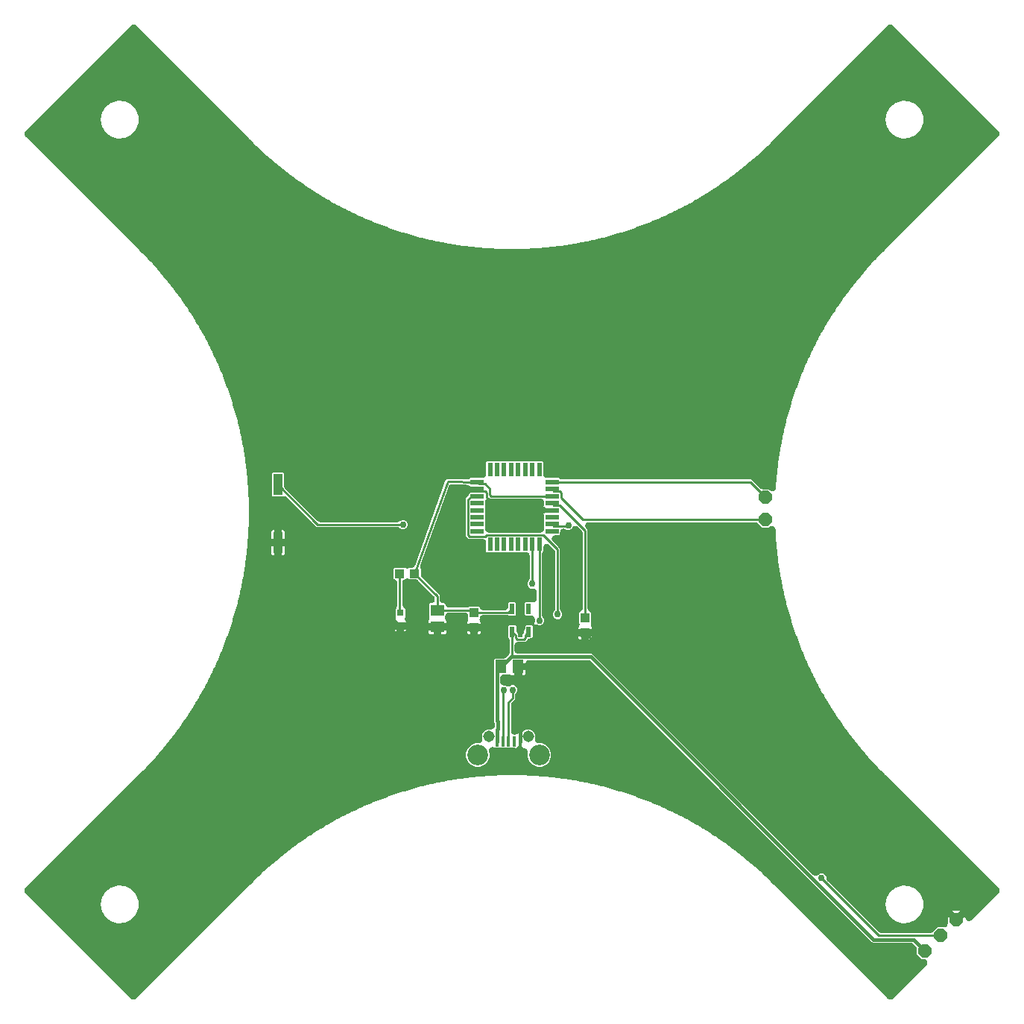
<source format=gbr>
G04 EAGLE Gerber RS-274X export*
G75*
%MOMM*%
%FSLAX34Y34*%
%LPD*%
%INTop Copper*%
%IPPOS*%
%AMOC8*
5,1,8,0,0,1.08239X$1,22.5*%
G01*
%ADD10R,1.240000X1.500000*%
%ADD11R,1.000000X1.075000*%
%ADD12R,1.500000X1.240000*%
%ADD13R,0.800000X0.800000*%
%ADD14R,1.075000X1.000000*%
%ADD15R,0.550000X1.200000*%
%ADD16P,1.632244X8X67.500000*%
%ADD17R,0.600000X1.500000*%
%ADD18R,1.500000X0.600000*%
%ADD19R,1.000000X2.400000*%
%ADD20R,0.400000X1.200000*%
%ADD21C,1.308000*%
%ADD22C,2.348000*%
%ADD23P,1.632244X8X292.500000*%
%ADD24C,0.254000*%
%ADD25C,0.406400*%
%ADD26C,0.756400*%

G36*
X930111Y-53998D02*
X930111Y-53998D01*
X930166Y-53998D01*
X930394Y-53969D01*
X930623Y-53946D01*
X930676Y-53933D01*
X930731Y-53926D01*
X930953Y-53865D01*
X931176Y-53811D01*
X931227Y-53790D01*
X931280Y-53776D01*
X931492Y-53685D01*
X931705Y-53599D01*
X931753Y-53572D01*
X931804Y-53550D01*
X932000Y-53430D01*
X932200Y-53316D01*
X932234Y-53287D01*
X932290Y-53253D01*
X932730Y-52891D01*
X932774Y-52843D01*
X932809Y-52815D01*
X970662Y-14962D01*
X970737Y-14875D01*
X970820Y-14794D01*
X970924Y-14660D01*
X971035Y-14531D01*
X971098Y-14435D01*
X971169Y-14344D01*
X971253Y-14196D01*
X971345Y-14053D01*
X971394Y-13949D01*
X971451Y-13849D01*
X971514Y-13690D01*
X971585Y-13536D01*
X971618Y-13426D01*
X971661Y-13319D01*
X971701Y-13154D01*
X971750Y-12991D01*
X971768Y-12877D01*
X971795Y-12765D01*
X971812Y-12596D01*
X971838Y-12428D01*
X971839Y-12313D01*
X971850Y-12198D01*
X971843Y-12028D01*
X971845Y-11858D01*
X971831Y-11744D01*
X971826Y-11629D01*
X971795Y-11462D01*
X971773Y-11293D01*
X971743Y-11182D01*
X971722Y-11069D01*
X971668Y-10908D01*
X971623Y-10744D01*
X971577Y-10638D01*
X971540Y-10529D01*
X971464Y-10376D01*
X971397Y-10220D01*
X971337Y-10122D01*
X971285Y-10019D01*
X971189Y-9879D01*
X971100Y-9734D01*
X971027Y-9645D01*
X970961Y-9550D01*
X970846Y-9425D01*
X970738Y-9294D01*
X970653Y-9216D01*
X970575Y-9131D01*
X970444Y-9024D01*
X970318Y-8909D01*
X970223Y-8844D01*
X970134Y-8771D01*
X969989Y-8682D01*
X969849Y-8586D01*
X969746Y-8535D01*
X969647Y-8475D01*
X969491Y-8408D01*
X969338Y-8332D01*
X969229Y-8296D01*
X969123Y-8251D01*
X968959Y-8206D01*
X968798Y-8153D01*
X968684Y-8132D01*
X968573Y-8102D01*
X968459Y-8091D01*
X968237Y-8050D01*
X967906Y-8037D01*
X967789Y-8025D01*
X965285Y-8025D01*
X959975Y-2715D01*
X959975Y3391D01*
X959971Y3451D01*
X959973Y3512D01*
X959951Y3735D01*
X959935Y3959D01*
X959922Y4019D01*
X959916Y4079D01*
X959863Y4297D01*
X959816Y4517D01*
X959795Y4573D01*
X959781Y4632D01*
X959697Y4841D01*
X959620Y5052D01*
X959591Y5105D01*
X959569Y5161D01*
X959457Y5356D01*
X959351Y5554D01*
X959316Y5603D01*
X959285Y5655D01*
X959211Y5746D01*
X959015Y6014D01*
X958858Y6175D01*
X958785Y6264D01*
X955622Y9427D01*
X955576Y9467D01*
X955535Y9511D01*
X955361Y9653D01*
X955192Y9801D01*
X955141Y9834D01*
X955094Y9872D01*
X954902Y9989D01*
X954713Y10111D01*
X954659Y10136D01*
X954607Y10167D01*
X954401Y10256D01*
X954197Y10351D01*
X954139Y10368D01*
X954083Y10392D01*
X953867Y10450D01*
X953651Y10516D01*
X953592Y10525D01*
X953533Y10541D01*
X953416Y10552D01*
X953088Y10603D01*
X952863Y10606D01*
X952749Y10617D01*
X910223Y10617D01*
X908916Y11159D01*
X589431Y330643D01*
X589386Y330683D01*
X589345Y330727D01*
X589171Y330869D01*
X589001Y331017D01*
X588951Y331050D01*
X588904Y331088D01*
X588711Y331205D01*
X588523Y331327D01*
X588468Y331352D01*
X588417Y331383D01*
X588210Y331472D01*
X588006Y331567D01*
X587948Y331584D01*
X587893Y331608D01*
X587676Y331666D01*
X587461Y331732D01*
X587401Y331741D01*
X587343Y331757D01*
X587226Y331768D01*
X586898Y331819D01*
X586673Y331822D01*
X586558Y331833D01*
X519382Y331833D01*
X519153Y331817D01*
X518922Y331807D01*
X518868Y331797D01*
X518814Y331793D01*
X518588Y331745D01*
X518362Y331703D01*
X518310Y331686D01*
X518256Y331674D01*
X518040Y331595D01*
X517822Y331522D01*
X517773Y331497D01*
X517721Y331478D01*
X517518Y331370D01*
X517313Y331267D01*
X517267Y331236D01*
X517219Y331210D01*
X517033Y331074D01*
X516844Y330943D01*
X516803Y330906D01*
X516759Y330873D01*
X516594Y330713D01*
X516425Y330557D01*
X516390Y330514D01*
X516351Y330476D01*
X516210Y330294D01*
X516064Y330116D01*
X516036Y330068D01*
X516002Y330025D01*
X515888Y329825D01*
X515769Y329628D01*
X515747Y329578D01*
X515720Y329530D01*
X515635Y329316D01*
X515544Y329105D01*
X515530Y329052D01*
X515510Y329001D01*
X515455Y328776D01*
X515395Y328555D01*
X515391Y328511D01*
X515375Y328447D01*
X515371Y328397D01*
X506578Y328397D01*
X506349Y328381D01*
X506119Y328371D01*
X506065Y328361D01*
X506010Y328357D01*
X505785Y328309D01*
X505559Y328267D01*
X505506Y328250D01*
X505453Y328238D01*
X505237Y328159D01*
X505018Y328086D01*
X504969Y328061D01*
X504918Y328043D01*
X504715Y327934D01*
X504509Y327831D01*
X504464Y327800D01*
X504415Y327774D01*
X504230Y327638D01*
X504040Y327507D01*
X504000Y327470D01*
X503955Y327437D01*
X503790Y327277D01*
X503621Y327121D01*
X503621Y327120D01*
X503586Y327078D01*
X503547Y327039D01*
X503406Y326858D01*
X503260Y326679D01*
X503231Y326632D01*
X503198Y326589D01*
X503084Y326389D01*
X502964Y326192D01*
X502943Y326142D01*
X502916Y326094D01*
X502830Y325879D01*
X502740Y325668D01*
X502726Y325616D01*
X502705Y325564D01*
X502651Y325340D01*
X502591Y325118D01*
X502587Y325074D01*
X502571Y325010D01*
X502516Y324443D01*
X502519Y324378D01*
X502515Y324334D01*
X502515Y314293D01*
X500128Y314293D01*
X499637Y314391D01*
X499174Y314582D01*
X498655Y314929D01*
X498554Y314987D01*
X498458Y315053D01*
X498307Y315128D01*
X498160Y315212D01*
X498052Y315255D01*
X497948Y315307D01*
X497788Y315360D01*
X497631Y315423D01*
X497518Y315450D01*
X497407Y315487D01*
X497241Y315517D01*
X497077Y315557D01*
X496961Y315568D01*
X496846Y315589D01*
X496678Y315596D01*
X496510Y315613D01*
X496394Y315608D01*
X496277Y315613D01*
X496109Y315596D01*
X495941Y315589D01*
X495826Y315567D01*
X495710Y315556D01*
X495546Y315516D01*
X495381Y315485D01*
X495270Y315448D01*
X495157Y315420D01*
X495000Y315357D01*
X494856Y315309D01*
X490620Y315309D01*
X490391Y315293D01*
X490160Y315283D01*
X490106Y315273D01*
X490052Y315269D01*
X489826Y315221D01*
X489600Y315179D01*
X489548Y315162D01*
X489494Y315150D01*
X489278Y315071D01*
X489060Y314998D01*
X489011Y314973D01*
X488959Y314954D01*
X488756Y314846D01*
X488551Y314743D01*
X488505Y314712D01*
X488457Y314686D01*
X488271Y314550D01*
X488082Y314419D01*
X488041Y314382D01*
X487997Y314349D01*
X487832Y314189D01*
X487663Y314033D01*
X487628Y313990D01*
X487589Y313952D01*
X487448Y313770D01*
X487302Y313592D01*
X487274Y313544D01*
X487240Y313501D01*
X487126Y313301D01*
X487007Y313104D01*
X486985Y313054D01*
X486958Y313006D01*
X486873Y312792D01*
X486782Y312581D01*
X486768Y312528D01*
X486748Y312477D01*
X486693Y312252D01*
X486633Y312031D01*
X486629Y311987D01*
X486613Y311923D01*
X486558Y311356D01*
X486561Y311290D01*
X486557Y311246D01*
X486557Y307058D01*
X486573Y306829D01*
X486583Y306598D01*
X486593Y306544D01*
X486597Y306490D01*
X486645Y306264D01*
X486687Y306038D01*
X486704Y305986D01*
X486716Y305932D01*
X486795Y305716D01*
X486868Y305498D01*
X486893Y305449D01*
X486912Y305397D01*
X487020Y305194D01*
X487123Y304989D01*
X487154Y304943D01*
X487180Y304895D01*
X487316Y304709D01*
X487447Y304520D01*
X487484Y304479D01*
X487517Y304435D01*
X487677Y304270D01*
X487833Y304101D01*
X487876Y304066D01*
X487914Y304027D01*
X488096Y303886D01*
X488274Y303740D01*
X488322Y303712D01*
X488365Y303678D01*
X488565Y303564D01*
X488762Y303445D01*
X488812Y303423D01*
X488860Y303396D01*
X489074Y303311D01*
X489285Y303220D01*
X489338Y303206D01*
X489389Y303186D01*
X489614Y303131D01*
X489835Y303071D01*
X489879Y303067D01*
X489943Y303051D01*
X490510Y302996D01*
X490576Y302999D01*
X490620Y302995D01*
X492038Y302995D01*
X493946Y302204D01*
X494004Y302185D01*
X494059Y302160D01*
X494274Y302095D01*
X494487Y302023D01*
X494546Y302013D01*
X494604Y301995D01*
X494827Y301961D01*
X495047Y301920D01*
X495107Y301918D01*
X495167Y301908D01*
X495392Y301906D01*
X495616Y301896D01*
X495677Y301902D01*
X495737Y301902D01*
X495959Y301930D01*
X496184Y301952D01*
X496242Y301967D01*
X496302Y301974D01*
X496415Y302009D01*
X496737Y302087D01*
X496946Y302170D01*
X497056Y302204D01*
X499578Y303249D01*
X501690Y303249D01*
X503640Y302441D01*
X505133Y300948D01*
X505941Y298998D01*
X505941Y296886D01*
X505133Y294936D01*
X504619Y294422D01*
X504579Y294376D01*
X504535Y294335D01*
X504393Y294161D01*
X504245Y293992D01*
X504212Y293941D01*
X504174Y293894D01*
X504057Y293702D01*
X503935Y293514D01*
X503910Y293459D01*
X503879Y293407D01*
X503790Y293200D01*
X503695Y292997D01*
X503678Y292939D01*
X503654Y292884D01*
X503596Y292667D01*
X503530Y292451D01*
X503521Y292392D01*
X503505Y292334D01*
X503494Y292216D01*
X503443Y291888D01*
X503440Y291664D01*
X503429Y291549D01*
X503429Y287988D01*
X503003Y286961D01*
X499985Y283942D01*
X499945Y283897D01*
X499901Y283856D01*
X499759Y283682D01*
X499611Y283512D01*
X499578Y283462D01*
X499540Y283415D01*
X499423Y283223D01*
X499301Y283034D01*
X499276Y282979D01*
X499245Y282928D01*
X499156Y282721D01*
X499061Y282517D01*
X499044Y282459D01*
X499020Y282404D01*
X498962Y282187D01*
X498896Y281972D01*
X498887Y281912D01*
X498871Y281854D01*
X498860Y281737D01*
X498809Y281409D01*
X498806Y281184D01*
X498795Y281069D01*
X498795Y251138D01*
X498811Y250909D01*
X498821Y250678D01*
X498831Y250624D01*
X498835Y250570D01*
X498883Y250344D01*
X498925Y250118D01*
X498942Y250066D01*
X498954Y250012D01*
X499033Y249796D01*
X499106Y249578D01*
X499131Y249529D01*
X499150Y249477D01*
X499258Y249274D01*
X499361Y249069D01*
X499392Y249023D01*
X499418Y248975D01*
X499554Y248789D01*
X499685Y248600D01*
X499722Y248559D01*
X499755Y248515D01*
X499915Y248350D01*
X500071Y248181D01*
X500114Y248146D01*
X500152Y248107D01*
X500334Y247966D01*
X500512Y247820D01*
X500560Y247792D01*
X500603Y247758D01*
X500803Y247644D01*
X501000Y247525D01*
X501050Y247503D01*
X501098Y247476D01*
X501312Y247391D01*
X501523Y247300D01*
X501576Y247286D01*
X501627Y247266D01*
X501852Y247211D01*
X502073Y247151D01*
X502117Y247147D01*
X502181Y247131D01*
X502748Y247076D01*
X502814Y247079D01*
X502858Y247075D01*
X503476Y247075D01*
X503708Y247091D01*
X503939Y247101D01*
X503991Y247111D01*
X504045Y247115D01*
X504271Y247163D01*
X504499Y247205D01*
X504550Y247223D01*
X504602Y247234D01*
X504819Y247313D01*
X505039Y247387D01*
X505077Y247408D01*
X505137Y247430D01*
X505639Y247698D01*
X505693Y247738D01*
X505734Y247760D01*
X505797Y247802D01*
X506259Y247993D01*
X506750Y248091D01*
X508202Y248091D01*
X508263Y248095D01*
X508323Y248093D01*
X508546Y248115D01*
X508771Y248131D01*
X508830Y248143D01*
X508890Y248149D01*
X509108Y248203D01*
X509328Y248250D01*
X509385Y248270D01*
X509443Y248285D01*
X509652Y248368D01*
X509863Y248446D01*
X509916Y248474D01*
X509972Y248496D01*
X510167Y248608D01*
X510366Y248714D01*
X510414Y248750D01*
X510467Y248780D01*
X510558Y248855D01*
X510825Y249051D01*
X510987Y249208D01*
X511076Y249281D01*
X513682Y251887D01*
X516646Y253115D01*
X519854Y253115D01*
X522818Y251887D01*
X525087Y249618D01*
X526315Y246654D01*
X526315Y243446D01*
X526102Y242933D01*
X526048Y242769D01*
X525984Y242609D01*
X525957Y242499D01*
X525922Y242393D01*
X525890Y242223D01*
X525850Y242055D01*
X525839Y241943D01*
X525818Y241832D01*
X525811Y241660D01*
X525794Y241488D01*
X525799Y241375D01*
X525795Y241263D01*
X525812Y241091D01*
X525819Y240918D01*
X525840Y240808D01*
X525851Y240696D01*
X525892Y240528D01*
X525923Y240358D01*
X525959Y240252D01*
X525985Y240142D01*
X526049Y239982D01*
X526104Y239818D01*
X526155Y239717D01*
X526196Y239613D01*
X526282Y239463D01*
X526359Y239309D01*
X526423Y239216D01*
X526479Y239118D01*
X526585Y238982D01*
X526683Y238840D01*
X526760Y238757D01*
X526829Y238668D01*
X526952Y238548D01*
X527070Y238421D01*
X527157Y238350D01*
X527237Y238271D01*
X527377Y238170D01*
X527511Y238060D01*
X527607Y238002D01*
X527698Y237935D01*
X527850Y237854D01*
X527998Y237765D01*
X528101Y237720D01*
X528200Y237667D01*
X528363Y237608D01*
X528522Y237540D01*
X528630Y237511D01*
X528736Y237472D01*
X528905Y237436D01*
X529072Y237391D01*
X529156Y237383D01*
X529293Y237354D01*
X529843Y237316D01*
X529856Y237315D01*
X533639Y237315D01*
X538514Y235295D01*
X542245Y231564D01*
X544265Y226689D01*
X544265Y221411D01*
X542245Y216536D01*
X538514Y212805D01*
X533639Y210785D01*
X528361Y210785D01*
X523486Y212805D01*
X519755Y216536D01*
X518406Y219793D01*
X517735Y221411D01*
X517735Y227497D01*
X517735Y227505D01*
X517740Y227623D01*
X517728Y227739D01*
X517727Y227856D01*
X517701Y228023D01*
X517684Y228190D01*
X517657Y228304D01*
X517638Y228419D01*
X517590Y228580D01*
X517550Y228744D01*
X517507Y228852D01*
X517473Y228964D01*
X517402Y229117D01*
X517339Y229273D01*
X517281Y229375D01*
X517232Y229481D01*
X517140Y229622D01*
X517057Y229768D01*
X516985Y229860D01*
X516922Y229958D01*
X516811Y230085D01*
X516708Y230218D01*
X516624Y230300D01*
X516547Y230388D01*
X516420Y230498D01*
X516299Y230616D01*
X516205Y230685D01*
X516117Y230761D01*
X515975Y230853D01*
X515839Y230952D01*
X515736Y231007D01*
X515638Y231070D01*
X515485Y231141D01*
X515337Y231220D01*
X515227Y231260D01*
X515121Y231310D01*
X514960Y231358D01*
X514802Y231416D01*
X514687Y231440D01*
X514575Y231474D01*
X514409Y231500D01*
X514244Y231535D01*
X514128Y231543D01*
X514012Y231561D01*
X513844Y231563D01*
X513676Y231574D01*
X513559Y231566D01*
X513442Y231568D01*
X513276Y231546D01*
X513108Y231534D01*
X512993Y231510D01*
X512877Y231495D01*
X512829Y231480D01*
X512766Y231673D01*
X512734Y231739D01*
X512709Y231808D01*
X512609Y231995D01*
X512516Y232185D01*
X512474Y232246D01*
X512440Y232311D01*
X512315Y232481D01*
X512196Y232657D01*
X512147Y232711D01*
X512103Y232771D01*
X511956Y232922D01*
X511814Y233079D01*
X511757Y233126D01*
X511706Y233179D01*
X511539Y233308D01*
X511376Y233444D01*
X511313Y233483D01*
X511255Y233528D01*
X511072Y233632D01*
X510891Y233744D01*
X510824Y233773D01*
X510760Y233810D01*
X510563Y233888D01*
X510370Y233973D01*
X510299Y233993D01*
X510231Y234020D01*
X510025Y234070D01*
X509821Y234127D01*
X509748Y234137D01*
X509677Y234154D01*
X509466Y234175D01*
X509256Y234203D01*
X509183Y234202D01*
X509110Y234209D01*
X508898Y234200D01*
X508687Y234199D01*
X508614Y234188D01*
X508541Y234185D01*
X508332Y234146D01*
X508123Y234115D01*
X508052Y234094D01*
X507980Y234081D01*
X507780Y234013D01*
X507577Y233953D01*
X507510Y233923D01*
X507440Y233899D01*
X507251Y233805D01*
X507058Y233717D01*
X506996Y233677D01*
X506931Y233644D01*
X506756Y233524D01*
X506578Y233410D01*
X506535Y233371D01*
X506462Y233320D01*
X506043Y232934D01*
X506016Y232901D01*
X505994Y232881D01*
X505993Y232880D01*
X505840Y232685D01*
X505682Y232493D01*
X505663Y232462D01*
X505640Y232433D01*
X505515Y232218D01*
X505386Y232006D01*
X505372Y231972D01*
X505354Y231941D01*
X505260Y231710D01*
X505225Y231629D01*
X505024Y231709D01*
X504811Y231800D01*
X504759Y231814D01*
X504709Y231834D01*
X504484Y231888D01*
X504261Y231949D01*
X504218Y231953D01*
X504156Y231968D01*
X503589Y232024D01*
X503521Y232021D01*
X503476Y232025D01*
X480330Y232025D01*
X480189Y232148D01*
X480141Y232179D01*
X480096Y232216D01*
X479902Y232334D01*
X479711Y232458D01*
X479659Y232482D01*
X479609Y232512D01*
X479401Y232602D01*
X479194Y232698D01*
X479139Y232714D01*
X479086Y232737D01*
X478867Y232797D01*
X478649Y232863D01*
X478592Y232872D01*
X478536Y232887D01*
X478311Y232915D01*
X478086Y232950D01*
X478028Y232951D01*
X477971Y232958D01*
X477743Y232955D01*
X477516Y232958D01*
X477459Y232951D01*
X477401Y232950D01*
X477177Y232915D01*
X476951Y232886D01*
X476895Y232871D01*
X476838Y232862D01*
X476621Y232795D01*
X476401Y232735D01*
X476348Y232712D01*
X476293Y232696D01*
X476087Y232600D01*
X475878Y232510D01*
X475829Y232479D01*
X475777Y232455D01*
X475586Y232331D01*
X475392Y232213D01*
X475347Y232176D01*
X475299Y232145D01*
X475127Y231995D01*
X474952Y231851D01*
X474913Y231808D01*
X474869Y231770D01*
X474720Y231598D01*
X474567Y231431D01*
X474534Y231383D01*
X474496Y231340D01*
X474373Y231149D01*
X474244Y230961D01*
X474218Y230909D01*
X474187Y230861D01*
X474091Y230654D01*
X473990Y230451D01*
X473972Y230396D01*
X473948Y230344D01*
X473882Y230126D01*
X473810Y229910D01*
X473800Y229854D01*
X473783Y229798D01*
X473749Y229574D01*
X473708Y229350D01*
X473705Y229292D01*
X473697Y229235D01*
X473694Y229008D01*
X473685Y228781D01*
X473691Y228723D01*
X473690Y228665D01*
X473719Y228440D01*
X473742Y228214D01*
X473755Y228158D01*
X473763Y228100D01*
X473797Y227989D01*
X473877Y227660D01*
X473959Y227455D01*
X473992Y227346D01*
X474265Y226689D01*
X474265Y221411D01*
X472245Y216536D01*
X468514Y212805D01*
X463639Y210785D01*
X458361Y210785D01*
X453486Y212805D01*
X449755Y216536D01*
X448406Y219793D01*
X447735Y221411D01*
X447735Y226689D01*
X449755Y231564D01*
X453486Y235295D01*
X458361Y237315D01*
X462144Y237315D01*
X462316Y237327D01*
X462489Y237329D01*
X462600Y237347D01*
X462712Y237355D01*
X462881Y237391D01*
X463052Y237417D01*
X463159Y237450D01*
X463269Y237474D01*
X463431Y237533D01*
X463597Y237583D01*
X463699Y237631D01*
X463804Y237670D01*
X463957Y237751D01*
X464113Y237824D01*
X464208Y237885D01*
X464307Y237938D01*
X464446Y238040D01*
X464591Y238134D01*
X464676Y238208D01*
X464767Y238275D01*
X464891Y238395D01*
X465021Y238509D01*
X465094Y238594D01*
X465175Y238672D01*
X465281Y238809D01*
X465394Y238939D01*
X465455Y239034D01*
X465524Y239123D01*
X465609Y239273D01*
X465703Y239418D01*
X465750Y239520D01*
X465806Y239618D01*
X465870Y239779D01*
X465942Y239935D01*
X465975Y240043D01*
X466016Y240147D01*
X466057Y240316D01*
X466107Y240481D01*
X466124Y240592D01*
X466150Y240701D01*
X466167Y240873D01*
X466193Y241044D01*
X466195Y241156D01*
X466206Y241268D01*
X466198Y241441D01*
X466200Y241614D01*
X466186Y241725D01*
X466181Y241838D01*
X466149Y242008D01*
X466127Y242179D01*
X466102Y242260D01*
X466077Y242398D01*
X465901Y242921D01*
X465898Y242933D01*
X465685Y243446D01*
X465685Y246654D01*
X466913Y249618D01*
X469182Y251887D01*
X472146Y253115D01*
X475767Y253115D01*
X475772Y253114D01*
X475944Y253107D01*
X476116Y253090D01*
X476229Y253095D01*
X476341Y253090D01*
X476513Y253107D01*
X476686Y253114D01*
X476796Y253135D01*
X476908Y253146D01*
X477076Y253187D01*
X477246Y253218D01*
X477352Y253254D01*
X477462Y253281D01*
X477622Y253345D01*
X477786Y253400D01*
X477887Y253450D01*
X477991Y253492D01*
X478141Y253577D01*
X478295Y253655D01*
X478388Y253719D01*
X478486Y253775D01*
X478622Y253880D01*
X478764Y253979D01*
X478847Y254055D01*
X478936Y254124D01*
X479056Y254248D01*
X479183Y254365D01*
X479254Y254452D01*
X479333Y254533D01*
X479434Y254672D01*
X479544Y254806D01*
X479602Y254902D01*
X479668Y254993D01*
X479750Y255145D01*
X479839Y255293D01*
X479884Y255396D01*
X479937Y255496D01*
X479996Y255658D01*
X480064Y255817D01*
X480093Y255925D01*
X480132Y256031D01*
X480168Y256200D01*
X480213Y256367D01*
X480221Y256452D01*
X480250Y256589D01*
X480288Y257139D01*
X480289Y257152D01*
X480289Y259220D01*
X480281Y259338D01*
X480282Y259455D01*
X480261Y259621D01*
X480249Y259788D01*
X480225Y259903D01*
X480210Y260020D01*
X480176Y260130D01*
X480130Y260345D01*
X480014Y260663D01*
X479980Y260775D01*
X479443Y262070D01*
X479443Y320464D01*
X479544Y320707D01*
X479581Y320819D01*
X479628Y320927D01*
X479672Y321088D01*
X479725Y321247D01*
X479746Y321363D01*
X479777Y321477D01*
X479788Y321591D01*
X479828Y321807D01*
X479842Y322146D01*
X479853Y322262D01*
X479853Y332466D01*
X480746Y333359D01*
X490161Y333359D01*
X490221Y333363D01*
X490281Y333361D01*
X490505Y333383D01*
X490729Y333399D01*
X490788Y333411D01*
X490848Y333417D01*
X491067Y333471D01*
X491286Y333518D01*
X491343Y333538D01*
X491402Y333553D01*
X491610Y333636D01*
X491821Y333714D01*
X491875Y333742D01*
X491931Y333764D01*
X492126Y333876D01*
X492324Y333982D01*
X492373Y334018D01*
X492425Y334048D01*
X492516Y334123D01*
X492784Y334319D01*
X492945Y334476D01*
X493034Y334549D01*
X496015Y337530D01*
X496055Y337576D01*
X496099Y337617D01*
X496241Y337791D01*
X496389Y337960D01*
X496422Y338011D01*
X496460Y338058D01*
X496577Y338250D01*
X496699Y338438D01*
X496724Y338493D01*
X496755Y338545D01*
X496844Y338751D01*
X496939Y338955D01*
X496956Y339013D01*
X496980Y339069D01*
X497038Y339285D01*
X497104Y339501D01*
X497113Y339560D01*
X497129Y339619D01*
X497140Y339736D01*
X497191Y340064D01*
X497194Y340289D01*
X497205Y340403D01*
X497205Y354204D01*
X497201Y354265D01*
X497203Y354325D01*
X497181Y354548D01*
X497165Y354773D01*
X497153Y354832D01*
X497147Y354892D01*
X497093Y355110D01*
X497046Y355330D01*
X497026Y355387D01*
X497011Y355445D01*
X496928Y355654D01*
X496850Y355865D01*
X496822Y355918D01*
X496800Y355974D01*
X496688Y356169D01*
X496582Y356367D01*
X496546Y356416D01*
X496516Y356469D01*
X496441Y356559D01*
X496245Y356827D01*
X496088Y356988D01*
X496015Y357078D01*
X495725Y357367D01*
X495725Y370631D01*
X496618Y371524D01*
X503226Y371524D01*
X503457Y371540D01*
X503689Y371550D01*
X503741Y371560D01*
X503795Y371564D01*
X504021Y371612D01*
X504249Y371655D01*
X504299Y371672D01*
X504352Y371683D01*
X504570Y371762D01*
X504789Y371836D01*
X504827Y371857D01*
X504887Y371879D01*
X505389Y372147D01*
X505437Y372182D01*
X505437Y364198D01*
X505441Y364141D01*
X505438Y364088D01*
X505439Y364084D01*
X505438Y364077D01*
X505461Y363854D01*
X505477Y363629D01*
X505488Y363574D01*
X505494Y363521D01*
X505495Y363517D01*
X505495Y363510D01*
X505549Y363292D01*
X505596Y363072D01*
X505615Y363020D01*
X505628Y362967D01*
X505629Y362963D01*
X505631Y362957D01*
X505714Y362748D01*
X505791Y362537D01*
X505818Y362488D01*
X505838Y362438D01*
X505840Y362434D01*
X505842Y362428D01*
X505954Y362233D01*
X506060Y362035D01*
X506093Y361990D01*
X506120Y361943D01*
X506123Y361939D01*
X506126Y361934D01*
X506143Y361913D01*
X506260Y361762D01*
X506397Y361575D01*
X506435Y361535D01*
X506469Y361492D01*
X506571Y361392D01*
X506627Y361325D01*
X506627Y361324D01*
X506714Y361249D01*
X506794Y361167D01*
X506837Y361133D01*
X506877Y361094D01*
X506970Y361026D01*
X507057Y360951D01*
X507154Y360888D01*
X507245Y360818D01*
X507292Y360791D01*
X507337Y360758D01*
X507439Y360704D01*
X507535Y360641D01*
X507640Y360592D01*
X507740Y360536D01*
X507790Y360516D01*
X507839Y360489D01*
X507948Y360450D01*
X508052Y360401D01*
X508163Y360367D01*
X508269Y360325D01*
X508322Y360313D01*
X508374Y360293D01*
X508487Y360269D01*
X508597Y360236D01*
X508713Y360218D01*
X508823Y360191D01*
X508846Y360189D01*
X508877Y360186D01*
X508932Y360174D01*
X509046Y360166D01*
X509160Y360149D01*
X509277Y360147D01*
X509390Y360136D01*
X509444Y360138D01*
X509500Y360134D01*
X509615Y360142D01*
X509730Y360141D01*
X509846Y360156D01*
X509960Y360161D01*
X510012Y360170D01*
X510068Y360174D01*
X510181Y360198D01*
X510295Y360213D01*
X510408Y360244D01*
X510520Y360265D01*
X510571Y360282D01*
X510626Y360293D01*
X510734Y360333D01*
X510845Y360363D01*
X510952Y360410D01*
X511060Y360446D01*
X511108Y360470D01*
X511161Y360489D01*
X511262Y360544D01*
X511368Y360589D01*
X511467Y360650D01*
X511570Y360701D01*
X511614Y360732D01*
X511663Y360758D01*
X511756Y360826D01*
X511854Y360886D01*
X511944Y360960D01*
X512038Y361025D01*
X512078Y361062D01*
X512123Y361094D01*
X512184Y361157D01*
X512295Y361248D01*
X512373Y361333D01*
X512457Y361411D01*
X512565Y361543D01*
X512655Y361641D01*
X512673Y361659D01*
X512673Y361660D01*
X512676Y361664D01*
X512680Y361668D01*
X512745Y361763D01*
X512818Y361852D01*
X512903Y361993D01*
X512997Y362128D01*
X512999Y362133D01*
X513002Y362138D01*
X513053Y362240D01*
X513113Y362339D01*
X513178Y362491D01*
X513252Y362638D01*
X513254Y362643D01*
X513256Y362648D01*
X513292Y362757D01*
X513338Y362863D01*
X513381Y363022D01*
X513433Y363178D01*
X513434Y363184D01*
X513436Y363188D01*
X513456Y363301D01*
X513487Y363413D01*
X513498Y363526D01*
X513537Y363738D01*
X513538Y363744D01*
X513538Y363749D01*
X513548Y363990D01*
X513552Y364083D01*
X513563Y364198D01*
X513563Y372182D01*
X513717Y372094D01*
X513915Y371974D01*
X513965Y371953D01*
X514011Y371926D01*
X514226Y371840D01*
X514439Y371749D01*
X514491Y371735D01*
X514541Y371715D01*
X514766Y371661D01*
X514989Y371600D01*
X515032Y371596D01*
X515094Y371581D01*
X515661Y371525D01*
X515729Y371528D01*
X515774Y371524D01*
X521744Y371524D01*
X521973Y371540D01*
X522204Y371550D01*
X522258Y371560D01*
X522312Y371564D01*
X522538Y371612D01*
X522764Y371654D01*
X522816Y371671D01*
X522870Y371683D01*
X523086Y371762D01*
X523304Y371835D01*
X523353Y371860D01*
X523405Y371879D01*
X523608Y371987D01*
X523813Y372090D01*
X523859Y372121D01*
X523907Y372147D01*
X524093Y372283D01*
X524282Y372414D01*
X524323Y372451D01*
X524367Y372484D01*
X524531Y372644D01*
X524701Y372800D01*
X524736Y372843D01*
X524775Y372881D01*
X524916Y373063D01*
X525062Y373241D01*
X525090Y373289D01*
X525124Y373332D01*
X525238Y373532D01*
X525357Y373729D01*
X525379Y373779D01*
X525406Y373827D01*
X525491Y374041D01*
X525582Y374252D01*
X525596Y374305D01*
X525616Y374356D01*
X525671Y374581D01*
X525731Y374802D01*
X525735Y374846D01*
X525751Y374910D01*
X525806Y375477D01*
X525803Y375543D01*
X525807Y375587D01*
X525807Y378413D01*
X525791Y378642D01*
X525781Y378873D01*
X525771Y378927D01*
X525767Y378981D01*
X525719Y379207D01*
X525677Y379433D01*
X525660Y379485D01*
X525648Y379539D01*
X525569Y379755D01*
X525496Y379973D01*
X525471Y380022D01*
X525452Y380074D01*
X525344Y380277D01*
X525241Y380482D01*
X525210Y380528D01*
X525184Y380576D01*
X525048Y380762D01*
X524917Y380951D01*
X524880Y380992D01*
X524847Y381036D01*
X524687Y381201D01*
X524531Y381370D01*
X524488Y381405D01*
X524450Y381444D01*
X524268Y381585D01*
X524090Y381731D01*
X524042Y381759D01*
X523999Y381793D01*
X523799Y381907D01*
X523602Y382026D01*
X523552Y382048D01*
X523504Y382075D01*
X523290Y382160D01*
X523079Y382251D01*
X523026Y382265D01*
X522975Y382285D01*
X522750Y382340D01*
X522529Y382400D01*
X522485Y382404D01*
X522421Y382420D01*
X521854Y382475D01*
X521788Y382472D01*
X521744Y382476D01*
X515618Y382476D01*
X514725Y383369D01*
X514725Y396633D01*
X515618Y397526D01*
X523380Y397526D01*
X523465Y397505D01*
X523634Y397489D01*
X523802Y397463D01*
X523917Y397461D01*
X524032Y397450D01*
X524202Y397457D01*
X524371Y397455D01*
X524486Y397469D01*
X524602Y397474D01*
X524768Y397505D01*
X524937Y397527D01*
X525048Y397557D01*
X525162Y397578D01*
X525323Y397632D01*
X525486Y397677D01*
X525592Y397723D01*
X525702Y397760D01*
X525854Y397836D01*
X526009Y397903D01*
X526108Y397963D01*
X526211Y398015D01*
X526351Y398111D01*
X526496Y398200D01*
X526585Y398273D01*
X526680Y398339D01*
X526805Y398454D01*
X526936Y398561D01*
X527014Y398646D01*
X527099Y398725D01*
X527207Y398856D01*
X527321Y398981D01*
X527387Y399076D01*
X527460Y399166D01*
X527548Y399311D01*
X527644Y399451D01*
X527695Y399554D01*
X527755Y399653D01*
X527822Y399809D01*
X527898Y399961D01*
X527934Y400071D01*
X527980Y400177D01*
X528024Y400340D01*
X528078Y400502D01*
X528099Y400615D01*
X528129Y400727D01*
X528140Y400841D01*
X528180Y401062D01*
X528194Y401395D01*
X528205Y401512D01*
X528205Y408968D01*
X528189Y409197D01*
X528179Y409428D01*
X528169Y409482D01*
X528165Y409536D01*
X528117Y409761D01*
X528075Y409988D01*
X528058Y410040D01*
X528046Y410094D01*
X527967Y410310D01*
X527894Y410528D01*
X527869Y410577D01*
X527850Y410629D01*
X527742Y410832D01*
X527639Y411037D01*
X527608Y411083D01*
X527582Y411131D01*
X527446Y411317D01*
X527315Y411506D01*
X527278Y411547D01*
X527245Y411591D01*
X527085Y411756D01*
X526929Y411925D01*
X526886Y411960D01*
X526848Y411999D01*
X526666Y412140D01*
X526488Y412286D01*
X526440Y412314D01*
X526397Y412348D01*
X526197Y412462D01*
X526000Y412581D01*
X525950Y412603D01*
X525902Y412630D01*
X525688Y412715D01*
X525477Y412806D01*
X525424Y412820D01*
X525373Y412840D01*
X525148Y412895D01*
X524927Y412955D01*
X524883Y412959D01*
X524819Y412975D01*
X524252Y413030D01*
X524186Y413027D01*
X524142Y413031D01*
X521676Y413031D01*
X519726Y413839D01*
X518233Y415332D01*
X517425Y417282D01*
X517425Y419394D01*
X518233Y421344D01*
X518747Y421858D01*
X518787Y421904D01*
X518831Y421945D01*
X518973Y422119D01*
X519121Y422288D01*
X519154Y422339D01*
X519192Y422386D01*
X519309Y422578D01*
X519431Y422766D01*
X519456Y422821D01*
X519487Y422873D01*
X519576Y423079D01*
X519671Y423283D01*
X519688Y423341D01*
X519712Y423396D01*
X519770Y423613D01*
X519836Y423829D01*
X519845Y423888D01*
X519861Y423946D01*
X519872Y424064D01*
X519923Y424392D01*
X519926Y424616D01*
X519937Y424731D01*
X519937Y450412D01*
X519921Y450641D01*
X519911Y450872D01*
X519901Y450926D01*
X519897Y450980D01*
X519849Y451206D01*
X519807Y451432D01*
X519790Y451484D01*
X519778Y451538D01*
X519699Y451754D01*
X519626Y451972D01*
X519601Y452021D01*
X519582Y452073D01*
X519474Y452276D01*
X519371Y452481D01*
X519340Y452527D01*
X519314Y452575D01*
X519178Y452761D01*
X519047Y452950D01*
X519010Y452991D01*
X518977Y453035D01*
X518817Y453200D01*
X518661Y453369D01*
X518618Y453404D01*
X518580Y453443D01*
X518398Y453584D01*
X518220Y453730D01*
X518172Y453758D01*
X518129Y453792D01*
X517929Y453906D01*
X517732Y454025D01*
X517682Y454047D01*
X517634Y454074D01*
X517420Y454159D01*
X517209Y454250D01*
X517156Y454264D01*
X517105Y454284D01*
X516880Y454339D01*
X516659Y454399D01*
X516615Y454403D01*
X516551Y454419D01*
X515984Y454474D01*
X515918Y454471D01*
X515874Y454475D01*
X471368Y454475D01*
X470475Y455368D01*
X470475Y465348D01*
X470459Y465577D01*
X470449Y465808D01*
X470439Y465862D01*
X470435Y465916D01*
X470387Y466142D01*
X470345Y466368D01*
X470328Y466420D01*
X470316Y466474D01*
X470237Y466690D01*
X470164Y466908D01*
X470139Y466957D01*
X470120Y467009D01*
X470012Y467212D01*
X469909Y467417D01*
X469878Y467463D01*
X469852Y467511D01*
X469716Y467697D01*
X469585Y467886D01*
X469548Y467927D01*
X469515Y467971D01*
X469355Y468136D01*
X469199Y468305D01*
X469156Y468340D01*
X469118Y468379D01*
X468936Y468520D01*
X468758Y468666D01*
X468710Y468694D01*
X468667Y468728D01*
X468467Y468842D01*
X468270Y468961D01*
X468220Y468983D01*
X468172Y469010D01*
X467958Y469095D01*
X467747Y469186D01*
X467694Y469200D01*
X467643Y469220D01*
X467418Y469275D01*
X467197Y469335D01*
X467153Y469339D01*
X467089Y469355D01*
X466522Y469410D01*
X466456Y469407D01*
X466412Y469411D01*
X451287Y469411D01*
X450260Y469837D01*
X447837Y472260D01*
X447411Y473287D01*
X447411Y514713D01*
X447837Y515740D01*
X449750Y517653D01*
X449751Y517655D01*
X449754Y517657D01*
X449935Y517867D01*
X450123Y518083D01*
X450125Y518086D01*
X450127Y518088D01*
X450275Y518318D01*
X450433Y518562D01*
X450434Y518564D01*
X450436Y518566D01*
X450552Y518817D01*
X450673Y519078D01*
X450674Y519081D01*
X450675Y519084D01*
X450757Y519355D01*
X450838Y519624D01*
X450839Y519627D01*
X450839Y519629D01*
X450883Y519911D01*
X450926Y520187D01*
X450926Y520189D01*
X450926Y520192D01*
X450929Y520480D01*
X450933Y520757D01*
X450933Y520759D01*
X450933Y520762D01*
X450897Y521039D01*
X450861Y521322D01*
X450860Y521325D01*
X450860Y521327D01*
X450856Y521340D01*
X450711Y521871D01*
X450665Y521976D01*
X450666Y521977D01*
X450721Y521988D01*
X450774Y521994D01*
X450778Y521995D01*
X450785Y521995D01*
X451003Y522049D01*
X451223Y522096D01*
X451275Y522115D01*
X451328Y522128D01*
X451332Y522129D01*
X451338Y522131D01*
X451547Y522214D01*
X451758Y522291D01*
X451807Y522318D01*
X451858Y522338D01*
X451861Y522340D01*
X451867Y522342D01*
X452062Y522454D01*
X452260Y522560D01*
X452305Y522593D01*
X452353Y522620D01*
X452356Y522623D01*
X452361Y522626D01*
X452382Y522643D01*
X452533Y522760D01*
X452720Y522897D01*
X452760Y522935D01*
X452803Y522969D01*
X452903Y523071D01*
X452970Y523127D01*
X452971Y523127D01*
X453046Y523214D01*
X453128Y523294D01*
X453162Y523337D01*
X453201Y523377D01*
X453269Y523470D01*
X453344Y523557D01*
X453407Y523654D01*
X453477Y523745D01*
X453504Y523792D01*
X453537Y523837D01*
X453591Y523939D01*
X453654Y524035D01*
X453703Y524140D01*
X453759Y524240D01*
X453779Y524290D01*
X453806Y524339D01*
X453845Y524448D01*
X453894Y524552D01*
X453928Y524663D01*
X453970Y524769D01*
X453982Y524822D01*
X454002Y524874D01*
X454026Y524987D01*
X454059Y525097D01*
X454077Y525213D01*
X454104Y525323D01*
X454109Y525377D01*
X454121Y525432D01*
X454129Y525546D01*
X454146Y525660D01*
X454148Y525777D01*
X454159Y525890D01*
X454157Y525944D01*
X454161Y526000D01*
X454153Y526115D01*
X454154Y526230D01*
X454139Y526346D01*
X454134Y526460D01*
X454125Y526512D01*
X454121Y526568D01*
X454097Y526681D01*
X454082Y526795D01*
X454051Y526908D01*
X454030Y527020D01*
X454013Y527071D01*
X454002Y527126D01*
X453962Y527234D01*
X453932Y527345D01*
X453885Y527452D01*
X453849Y527560D01*
X453825Y527608D01*
X453806Y527661D01*
X453751Y527762D01*
X453706Y527868D01*
X453645Y527967D01*
X453594Y528070D01*
X453563Y528114D01*
X453537Y528163D01*
X453469Y528256D01*
X453409Y528354D01*
X453335Y528444D01*
X453270Y528538D01*
X453233Y528578D01*
X453201Y528623D01*
X453138Y528684D01*
X453047Y528795D01*
X452962Y528873D01*
X452884Y528957D01*
X452752Y529065D01*
X452654Y529155D01*
X452636Y529173D01*
X452631Y529176D01*
X452627Y529180D01*
X452532Y529245D01*
X452443Y529318D01*
X452302Y529403D01*
X452167Y529497D01*
X452162Y529499D01*
X452157Y529502D01*
X452055Y529553D01*
X451956Y529613D01*
X451804Y529678D01*
X451657Y529752D01*
X451652Y529754D01*
X451647Y529756D01*
X451539Y529792D01*
X451432Y529838D01*
X451273Y529881D01*
X451117Y529933D01*
X451111Y529934D01*
X451107Y529936D01*
X450994Y529956D01*
X450882Y529987D01*
X450769Y529998D01*
X450557Y530037D01*
X450551Y530038D01*
X450546Y530038D01*
X450305Y530048D01*
X450212Y530052D01*
X450097Y530063D01*
X449377Y530063D01*
X449356Y530085D01*
X449219Y530238D01*
X449158Y530289D01*
X449102Y530346D01*
X448939Y530472D01*
X448782Y530604D01*
X448714Y530646D01*
X448651Y530695D01*
X448473Y530797D01*
X448299Y530905D01*
X448226Y530938D01*
X448156Y530977D01*
X447965Y531053D01*
X447778Y531136D01*
X447701Y531158D01*
X447627Y531188D01*
X447427Y531236D01*
X447230Y531292D01*
X447167Y531299D01*
X447073Y531322D01*
X446506Y531377D01*
X446470Y531375D01*
X446446Y531378D01*
X431579Y531561D01*
X431451Y531554D01*
X431324Y531556D01*
X431168Y531537D01*
X431010Y531528D01*
X430885Y531503D01*
X430758Y531488D01*
X430606Y531447D01*
X430451Y531416D01*
X430331Y531374D01*
X430208Y531341D01*
X430063Y531279D01*
X429914Y531227D01*
X429801Y531168D01*
X429683Y531118D01*
X429548Y531037D01*
X429408Y530964D01*
X429304Y530890D01*
X429195Y530824D01*
X429072Y530725D01*
X428944Y530634D01*
X428852Y530546D01*
X428753Y530465D01*
X428645Y530349D01*
X428531Y530241D01*
X428452Y530141D01*
X428365Y530048D01*
X428275Y529918D01*
X428177Y529795D01*
X428112Y529685D01*
X428039Y529580D01*
X427992Y529480D01*
X427889Y529303D01*
X427750Y528967D01*
X427703Y528867D01*
X395755Y439566D01*
X395704Y439385D01*
X395645Y439206D01*
X395627Y439111D01*
X395601Y439017D01*
X395576Y438831D01*
X395542Y438646D01*
X395538Y438549D01*
X395525Y438452D01*
X395527Y438265D01*
X395519Y438077D01*
X395529Y437980D01*
X395529Y437883D01*
X395557Y437697D01*
X395576Y437510D01*
X395599Y437415D01*
X395613Y437319D01*
X395667Y437139D01*
X395711Y436956D01*
X395747Y436866D01*
X395775Y436773D01*
X395853Y436602D01*
X395923Y436427D01*
X395971Y436343D01*
X396012Y436254D01*
X396113Y436096D01*
X396207Y435933D01*
X396254Y435875D01*
X396300Y435804D01*
X396300Y428836D01*
X396304Y428775D01*
X396302Y428715D01*
X396324Y428491D01*
X396340Y428267D01*
X396352Y428208D01*
X396358Y428148D01*
X396412Y427930D01*
X396459Y427710D01*
X396479Y427653D01*
X396494Y427595D01*
X396577Y427386D01*
X396655Y427175D01*
X396683Y427122D01*
X396705Y427066D01*
X396817Y426871D01*
X396923Y426673D01*
X396959Y426624D01*
X396989Y426571D01*
X397064Y426480D01*
X397260Y426213D01*
X397417Y426052D01*
X397490Y425962D01*
X416112Y407341D01*
X417469Y405983D01*
X417895Y404956D01*
X417895Y400388D01*
X417911Y400159D01*
X417921Y399928D01*
X417931Y399874D01*
X417935Y399820D01*
X417983Y399594D01*
X418025Y399368D01*
X418042Y399316D01*
X418054Y399262D01*
X418133Y399046D01*
X418206Y398828D01*
X418231Y398779D01*
X418250Y398727D01*
X418358Y398524D01*
X418461Y398319D01*
X418492Y398273D01*
X418518Y398225D01*
X418654Y398039D01*
X418785Y397850D01*
X418822Y397809D01*
X418855Y397765D01*
X419015Y397600D01*
X419171Y397431D01*
X419214Y397396D01*
X419252Y397357D01*
X419434Y397216D01*
X419612Y397070D01*
X419660Y397042D01*
X419703Y397008D01*
X419903Y396894D01*
X420100Y396775D01*
X420150Y396753D01*
X420198Y396726D01*
X420412Y396641D01*
X420623Y396550D01*
X420676Y396536D01*
X420727Y396516D01*
X420952Y396461D01*
X421173Y396401D01*
X421217Y396397D01*
X421281Y396381D01*
X421848Y396326D01*
X421914Y396329D01*
X421958Y396325D01*
X423232Y396325D01*
X424127Y395430D01*
X424141Y395229D01*
X424151Y394998D01*
X424161Y394944D01*
X424165Y394890D01*
X424213Y394664D01*
X424255Y394438D01*
X424272Y394386D01*
X424284Y394332D01*
X424363Y394116D01*
X424436Y393898D01*
X424461Y393849D01*
X424480Y393797D01*
X424588Y393594D01*
X424691Y393389D01*
X424722Y393343D01*
X424748Y393295D01*
X424884Y393109D01*
X425015Y392920D01*
X425052Y392879D01*
X425085Y392835D01*
X425245Y392670D01*
X425401Y392501D01*
X425444Y392466D01*
X425482Y392427D01*
X425664Y392286D01*
X425842Y392140D01*
X425890Y392112D01*
X425933Y392078D01*
X426133Y391964D01*
X426330Y391845D01*
X426380Y391823D01*
X426428Y391796D01*
X426642Y391711D01*
X426853Y391620D01*
X426906Y391606D01*
X426957Y391586D01*
X427182Y391531D01*
X427403Y391471D01*
X427447Y391467D01*
X427511Y391451D01*
X428078Y391396D01*
X428144Y391399D01*
X428188Y391395D01*
X448280Y391395D01*
X448341Y391399D01*
X448401Y391397D01*
X448624Y391419D01*
X448849Y391435D01*
X448908Y391447D01*
X448968Y391453D01*
X449186Y391507D01*
X449406Y391554D01*
X449463Y391574D01*
X449521Y391589D01*
X449730Y391672D01*
X449941Y391750D01*
X449994Y391778D01*
X450050Y391800D01*
X450245Y391912D01*
X450443Y392018D01*
X450492Y392054D01*
X450545Y392084D01*
X450636Y392159D01*
X450903Y392355D01*
X451052Y392500D01*
X462332Y392500D01*
X463346Y391485D01*
X463355Y391438D01*
X463372Y391386D01*
X463384Y391332D01*
X463463Y391116D01*
X463536Y390898D01*
X463561Y390849D01*
X463580Y390797D01*
X463688Y390594D01*
X463791Y390389D01*
X463822Y390343D01*
X463848Y390295D01*
X463984Y390109D01*
X464115Y389920D01*
X464152Y389879D01*
X464185Y389835D01*
X464345Y389670D01*
X464501Y389501D01*
X464544Y389466D01*
X464582Y389427D01*
X464764Y389286D01*
X464942Y389140D01*
X464990Y389112D01*
X465033Y389078D01*
X465233Y388964D01*
X465430Y388845D01*
X465480Y388823D01*
X465528Y388796D01*
X465742Y388711D01*
X465953Y388620D01*
X466006Y388606D01*
X466057Y388586D01*
X466282Y388531D01*
X466503Y388471D01*
X466547Y388467D01*
X466611Y388451D01*
X467178Y388396D01*
X467244Y388399D01*
X467288Y388395D01*
X491662Y388395D01*
X491891Y388411D01*
X492122Y388421D01*
X492176Y388431D01*
X492230Y388435D01*
X492456Y388483D01*
X492682Y388525D01*
X492734Y388542D01*
X492788Y388554D01*
X493004Y388633D01*
X493222Y388706D01*
X493271Y388731D01*
X493323Y388750D01*
X493526Y388858D01*
X493731Y388961D01*
X493777Y388992D01*
X493825Y389018D01*
X494011Y389154D01*
X494200Y389285D01*
X494241Y389322D01*
X494285Y389355D01*
X494450Y389515D01*
X494619Y389671D01*
X494654Y389714D01*
X494693Y389752D01*
X494834Y389934D01*
X494980Y390112D01*
X495008Y390160D01*
X495042Y390203D01*
X495156Y390403D01*
X495275Y390600D01*
X495297Y390650D01*
X495324Y390698D01*
X495409Y390912D01*
X495500Y391123D01*
X495514Y391176D01*
X495534Y391227D01*
X495589Y391451D01*
X495649Y391673D01*
X495653Y391717D01*
X495669Y391781D01*
X495724Y392348D01*
X495721Y392414D01*
X495725Y392458D01*
X495725Y396633D01*
X496618Y397526D01*
X503382Y397526D01*
X504275Y396633D01*
X504275Y383369D01*
X503382Y382476D01*
X496188Y382476D01*
X496054Y382539D01*
X495996Y382556D01*
X495941Y382580D01*
X495724Y382638D01*
X495509Y382704D01*
X495449Y382713D01*
X495391Y382729D01*
X495274Y382740D01*
X494946Y382791D01*
X494721Y382794D01*
X494606Y382805D01*
X467288Y382805D01*
X467059Y382789D01*
X466828Y382779D01*
X466774Y382769D01*
X466720Y382765D01*
X466494Y382717D01*
X466268Y382675D01*
X466216Y382658D01*
X466162Y382646D01*
X465946Y382567D01*
X465728Y382494D01*
X465679Y382469D01*
X465627Y382450D01*
X465424Y382342D01*
X465219Y382239D01*
X465173Y382208D01*
X465125Y382182D01*
X464939Y382046D01*
X464750Y381915D01*
X464709Y381878D01*
X464665Y381845D01*
X464500Y381685D01*
X464331Y381529D01*
X464296Y381486D01*
X464257Y381448D01*
X464116Y381266D01*
X463970Y381088D01*
X463942Y381040D01*
X463908Y380997D01*
X463794Y380797D01*
X463675Y380600D01*
X463653Y380550D01*
X463626Y380502D01*
X463541Y380288D01*
X463450Y380077D01*
X463436Y380024D01*
X463416Y379973D01*
X463361Y379748D01*
X463301Y379527D01*
X463297Y379483D01*
X463281Y379419D01*
X463230Y378891D01*
X463210Y378810D01*
X463162Y378649D01*
X463144Y378533D01*
X463116Y378420D01*
X463100Y378252D01*
X463074Y378086D01*
X463073Y377969D01*
X463061Y377852D01*
X463069Y377684D01*
X463066Y377516D01*
X463081Y377400D01*
X463086Y377283D01*
X463117Y377118D01*
X463138Y376951D01*
X463169Y376838D01*
X463191Y376723D01*
X463244Y376564D01*
X463289Y376401D01*
X463335Y376294D01*
X463372Y376183D01*
X463426Y376082D01*
X463515Y375878D01*
X463690Y375591D01*
X463745Y375488D01*
X463952Y375178D01*
X464143Y374716D01*
X464241Y374225D01*
X464241Y372663D01*
X456700Y372663D01*
X449159Y372663D01*
X449159Y374225D01*
X449257Y374716D01*
X449448Y375178D01*
X449655Y375488D01*
X449713Y375590D01*
X449779Y375686D01*
X449854Y375836D01*
X449938Y375983D01*
X449981Y376091D01*
X450033Y376196D01*
X450086Y376355D01*
X450148Y376512D01*
X450176Y376626D01*
X450213Y376737D01*
X450243Y376902D01*
X450283Y377066D01*
X450294Y377182D01*
X450315Y377297D01*
X450322Y377465D01*
X450339Y377633D01*
X450334Y377750D01*
X450338Y377866D01*
X450322Y378034D01*
X450314Y378202D01*
X450293Y378317D01*
X450281Y378433D01*
X450241Y378597D01*
X450211Y378763D01*
X450175Y378869D01*
X450175Y381742D01*
X450159Y381971D01*
X450149Y382202D01*
X450139Y382256D01*
X450135Y382310D01*
X450087Y382536D01*
X450045Y382762D01*
X450028Y382814D01*
X450016Y382868D01*
X449937Y383084D01*
X449864Y383302D01*
X449839Y383351D01*
X449820Y383403D01*
X449712Y383606D01*
X449609Y383811D01*
X449578Y383857D01*
X449552Y383905D01*
X449416Y384091D01*
X449285Y384280D01*
X449248Y384321D01*
X449215Y384365D01*
X449055Y384530D01*
X448899Y384699D01*
X448856Y384734D01*
X448818Y384773D01*
X448636Y384914D01*
X448458Y385060D01*
X448410Y385088D01*
X448367Y385122D01*
X448167Y385236D01*
X447970Y385355D01*
X447920Y385377D01*
X447872Y385404D01*
X447658Y385489D01*
X447447Y385580D01*
X447394Y385594D01*
X447343Y385614D01*
X447118Y385669D01*
X446897Y385729D01*
X446853Y385733D01*
X446789Y385749D01*
X446222Y385804D01*
X446156Y385801D01*
X446112Y385805D01*
X428188Y385805D01*
X427959Y385789D01*
X427728Y385779D01*
X427674Y385769D01*
X427620Y385765D01*
X427394Y385717D01*
X427168Y385675D01*
X427116Y385658D01*
X427062Y385646D01*
X426846Y385567D01*
X426628Y385494D01*
X426579Y385469D01*
X426527Y385450D01*
X426324Y385342D01*
X426119Y385239D01*
X426073Y385208D01*
X426025Y385182D01*
X425839Y385046D01*
X425650Y384915D01*
X425609Y384878D01*
X425565Y384845D01*
X425400Y384685D01*
X425231Y384529D01*
X425196Y384486D01*
X425157Y384448D01*
X425016Y384266D01*
X424870Y384088D01*
X424842Y384040D01*
X424808Y383997D01*
X424694Y383797D01*
X424575Y383600D01*
X424553Y383550D01*
X424526Y383502D01*
X424441Y383288D01*
X424350Y383077D01*
X424336Y383024D01*
X424316Y382973D01*
X424261Y382748D01*
X424201Y382527D01*
X424197Y382483D01*
X424181Y382419D01*
X424126Y381852D01*
X424129Y381786D01*
X424125Y381742D01*
X424125Y381311D01*
X424086Y381228D01*
X424053Y381117D01*
X424010Y381008D01*
X423970Y380844D01*
X423921Y380683D01*
X423903Y380568D01*
X423876Y380454D01*
X423860Y380286D01*
X423834Y380120D01*
X423832Y380003D01*
X423821Y379887D01*
X423829Y379719D01*
X423826Y379550D01*
X423841Y379434D01*
X423846Y379318D01*
X423877Y379152D01*
X423898Y378985D01*
X423929Y378872D01*
X423950Y378758D01*
X424004Y378598D01*
X424049Y378435D01*
X424095Y378328D01*
X424132Y378218D01*
X424186Y378117D01*
X424275Y377912D01*
X424449Y377626D01*
X424505Y377523D01*
X424852Y377004D01*
X425043Y376541D01*
X425141Y376050D01*
X425141Y373663D01*
X415100Y373663D01*
X405059Y373663D01*
X405059Y376050D01*
X405157Y376541D01*
X405348Y377004D01*
X405695Y377523D01*
X405753Y377624D01*
X405819Y377720D01*
X405894Y377871D01*
X405978Y378018D01*
X406021Y378126D01*
X406073Y378230D01*
X406126Y378390D01*
X406189Y378547D01*
X406216Y378660D01*
X406253Y378771D01*
X406283Y378937D01*
X406323Y379101D01*
X406334Y379217D01*
X406355Y379332D01*
X406362Y379500D01*
X406379Y379668D01*
X406374Y379784D01*
X406379Y379901D01*
X406362Y380069D01*
X406355Y380237D01*
X406333Y380352D01*
X406322Y380468D01*
X406282Y380632D01*
X406251Y380797D01*
X406214Y380908D01*
X406186Y381021D01*
X406123Y381178D01*
X406075Y381322D01*
X406075Y395432D01*
X406968Y396325D01*
X408242Y396325D01*
X408471Y396341D01*
X408702Y396351D01*
X408756Y396361D01*
X408810Y396365D01*
X409036Y396413D01*
X409262Y396455D01*
X409314Y396472D01*
X409368Y396484D01*
X409584Y396563D01*
X409802Y396636D01*
X409851Y396661D01*
X409903Y396680D01*
X410106Y396788D01*
X410311Y396891D01*
X410357Y396922D01*
X410405Y396948D01*
X410591Y397084D01*
X410780Y397215D01*
X410821Y397252D01*
X410865Y397285D01*
X411030Y397445D01*
X411199Y397601D01*
X411234Y397644D01*
X411273Y397682D01*
X411414Y397864D01*
X411560Y398042D01*
X411588Y398090D01*
X411622Y398133D01*
X411736Y398333D01*
X411855Y398530D01*
X411877Y398580D01*
X411904Y398628D01*
X411989Y398842D01*
X412080Y399053D01*
X412094Y399106D01*
X412114Y399157D01*
X412169Y399382D01*
X412229Y399603D01*
X412233Y399647D01*
X412249Y399711D01*
X412304Y400278D01*
X412301Y400344D01*
X412305Y400388D01*
X412305Y401559D01*
X412301Y401619D01*
X412303Y401680D01*
X412281Y401903D01*
X412265Y402128D01*
X412253Y402187D01*
X412247Y402247D01*
X412193Y402465D01*
X412146Y402685D01*
X412126Y402741D01*
X412111Y402800D01*
X412028Y403009D01*
X411950Y403220D01*
X411922Y403273D01*
X411900Y403329D01*
X411788Y403524D01*
X411682Y403722D01*
X411646Y403771D01*
X411616Y403824D01*
X411541Y403915D01*
X411345Y404182D01*
X411188Y404343D01*
X411115Y404432D01*
X393163Y422385D01*
X393117Y422425D01*
X393076Y422469D01*
X392902Y422611D01*
X392732Y422759D01*
X392682Y422792D01*
X392635Y422830D01*
X392443Y422947D01*
X392254Y423069D01*
X392199Y423094D01*
X392148Y423125D01*
X391941Y423214D01*
X391737Y423309D01*
X391679Y423326D01*
X391624Y423350D01*
X391407Y423408D01*
X391192Y423474D01*
X391132Y423483D01*
X391074Y423499D01*
X390957Y423510D01*
X390629Y423561D01*
X390404Y423564D01*
X390289Y423575D01*
X383334Y423575D01*
X383150Y423695D01*
X382960Y423825D01*
X382911Y423849D01*
X382865Y423879D01*
X382656Y423976D01*
X382450Y424078D01*
X382398Y424096D01*
X382348Y424119D01*
X382128Y424186D01*
X381909Y424258D01*
X381855Y424268D01*
X381803Y424284D01*
X381575Y424319D01*
X381349Y424361D01*
X381294Y424363D01*
X381240Y424371D01*
X381010Y424375D01*
X380779Y424384D01*
X380725Y424378D01*
X380670Y424379D01*
X380442Y424350D01*
X380212Y424327D01*
X380159Y424314D01*
X380105Y424307D01*
X379882Y424246D01*
X379659Y424191D01*
X379608Y424171D01*
X379555Y424157D01*
X379343Y424065D01*
X379130Y423980D01*
X379082Y423953D01*
X379032Y423931D01*
X378836Y423811D01*
X378636Y423696D01*
X378601Y423668D01*
X378546Y423634D01*
X378339Y423464D01*
X378238Y423445D01*
X378186Y423428D01*
X378132Y423416D01*
X377916Y423337D01*
X377698Y423264D01*
X377649Y423239D01*
X377597Y423220D01*
X377394Y423112D01*
X377189Y423009D01*
X377143Y422978D01*
X377095Y422952D01*
X376909Y422816D01*
X376720Y422685D01*
X376679Y422648D01*
X376635Y422615D01*
X376470Y422455D01*
X376301Y422299D01*
X376266Y422256D01*
X376227Y422218D01*
X376086Y422036D01*
X375940Y421858D01*
X375912Y421810D01*
X375878Y421767D01*
X375764Y421567D01*
X375645Y421370D01*
X375623Y421320D01*
X375596Y421272D01*
X375511Y421058D01*
X375420Y420847D01*
X375406Y420794D01*
X375386Y420743D01*
X375331Y420518D01*
X375271Y420297D01*
X375267Y420253D01*
X375251Y420189D01*
X375196Y419622D01*
X375199Y419556D01*
X375195Y419512D01*
X375195Y395220D01*
X375211Y394991D01*
X375221Y394760D01*
X375231Y394706D01*
X375235Y394652D01*
X375283Y394426D01*
X375325Y394200D01*
X375342Y394148D01*
X375354Y394094D01*
X375433Y393878D01*
X375506Y393660D01*
X375531Y393611D01*
X375550Y393559D01*
X375658Y393356D01*
X375761Y393151D01*
X375792Y393105D01*
X375818Y393057D01*
X375954Y392871D01*
X376085Y392682D01*
X376122Y392641D01*
X376155Y392597D01*
X376315Y392432D01*
X376471Y392263D01*
X376514Y392228D01*
X376552Y392189D01*
X376734Y392048D01*
X376912Y391902D01*
X376960Y391874D01*
X377003Y391840D01*
X377202Y391727D01*
X378665Y390264D01*
X378665Y380730D01*
X378606Y380603D01*
X378502Y380393D01*
X378486Y380345D01*
X378465Y380298D01*
X378397Y380074D01*
X378323Y379853D01*
X378314Y379802D01*
X378299Y379753D01*
X378263Y379521D01*
X378222Y379292D01*
X378220Y379241D01*
X378212Y379190D01*
X378209Y378960D01*
X378208Y378949D01*
X378208Y378940D01*
X378200Y378722D01*
X378205Y378671D01*
X378204Y378620D01*
X378232Y378406D01*
X378233Y378379D01*
X378237Y378356D01*
X378258Y378156D01*
X378270Y378106D01*
X378276Y378055D01*
X378329Y377862D01*
X378337Y377819D01*
X378350Y377781D01*
X378394Y377602D01*
X378413Y377555D01*
X378427Y377505D01*
X378499Y377338D01*
X378519Y377279D01*
X378540Y377240D01*
X378607Y377074D01*
X378632Y377029D01*
X378653Y376982D01*
X378775Y376783D01*
X378891Y376580D01*
X378906Y376562D01*
X378941Y376510D01*
X378949Y376496D01*
X378954Y376491D01*
X379392Y375835D01*
X379583Y375373D01*
X379681Y374882D01*
X379681Y374695D01*
X373140Y374695D01*
X366599Y374695D01*
X366599Y374882D01*
X366697Y375373D01*
X366888Y375835D01*
X367389Y376584D01*
X367433Y376662D01*
X367521Y376790D01*
X367544Y376836D01*
X367572Y376879D01*
X367638Y377021D01*
X367671Y377079D01*
X367697Y377144D01*
X367775Y377300D01*
X367791Y377349D01*
X367813Y377396D01*
X367864Y377564D01*
X367882Y377609D01*
X367894Y377658D01*
X367955Y377841D01*
X367964Y377892D01*
X367979Y377941D01*
X368009Y378133D01*
X368016Y378162D01*
X368020Y378195D01*
X368057Y378402D01*
X368059Y378453D01*
X368067Y378503D01*
X368071Y378715D01*
X368072Y378729D01*
X368071Y378746D01*
X368080Y378971D01*
X368075Y379022D01*
X368076Y379073D01*
X368048Y379298D01*
X368048Y379299D01*
X368048Y379300D01*
X368047Y379305D01*
X368024Y379538D01*
X368011Y379588D01*
X368005Y379639D01*
X367944Y379865D01*
X367888Y380091D01*
X367869Y380139D01*
X367856Y380188D01*
X367764Y380403D01*
X367676Y380620D01*
X367651Y380665D01*
X367631Y380712D01*
X367615Y380737D01*
X367615Y390264D01*
X368415Y391063D01*
X368455Y391109D01*
X368499Y391150D01*
X368641Y391324D01*
X368789Y391494D01*
X368822Y391544D01*
X368860Y391591D01*
X368977Y391783D01*
X369099Y391972D01*
X369124Y392027D01*
X369155Y392078D01*
X369244Y392285D01*
X369339Y392489D01*
X369356Y392547D01*
X369380Y392602D01*
X369438Y392819D01*
X369504Y393034D01*
X369513Y393094D01*
X369529Y393152D01*
X369540Y393269D01*
X369591Y393597D01*
X369594Y393822D01*
X369605Y393937D01*
X369605Y419512D01*
X369589Y419741D01*
X369579Y419972D01*
X369569Y420026D01*
X369565Y420080D01*
X369517Y420306D01*
X369475Y420532D01*
X369458Y420584D01*
X369446Y420638D01*
X369367Y420853D01*
X369294Y421072D01*
X369269Y421121D01*
X369250Y421173D01*
X369142Y421376D01*
X369039Y421581D01*
X369008Y421627D01*
X368982Y421675D01*
X368846Y421861D01*
X368715Y422050D01*
X368678Y422091D01*
X368645Y422135D01*
X368485Y422300D01*
X368329Y422469D01*
X368286Y422504D01*
X368248Y422543D01*
X368066Y422684D01*
X367888Y422830D01*
X367840Y422858D01*
X367797Y422892D01*
X367597Y423006D01*
X367400Y423125D01*
X367350Y423147D01*
X367302Y423174D01*
X367088Y423259D01*
X366877Y423350D01*
X366824Y423364D01*
X366773Y423384D01*
X366548Y423439D01*
X366523Y423446D01*
X365500Y424468D01*
X365500Y435732D01*
X366393Y436625D01*
X378466Y436625D01*
X378650Y436506D01*
X378840Y436375D01*
X378889Y436351D01*
X378935Y436321D01*
X379144Y436224D01*
X379350Y436122D01*
X379402Y436104D01*
X379452Y436081D01*
X379672Y436014D01*
X379891Y435942D01*
X379945Y435932D01*
X379997Y435916D01*
X380225Y435881D01*
X380451Y435839D01*
X380506Y435837D01*
X380560Y435829D01*
X380790Y435825D01*
X381021Y435816D01*
X381075Y435822D01*
X381130Y435821D01*
X381358Y435850D01*
X381587Y435873D01*
X381641Y435886D01*
X381695Y435893D01*
X381917Y435954D01*
X382141Y436008D01*
X382192Y436029D01*
X382245Y436043D01*
X382456Y436134D01*
X382670Y436220D01*
X382718Y436247D01*
X382768Y436269D01*
X382964Y436389D01*
X383164Y436504D01*
X383198Y436532D01*
X383254Y436566D01*
X383326Y436625D01*
X385904Y436625D01*
X386007Y436632D01*
X386109Y436630D01*
X386290Y436652D01*
X386473Y436665D01*
X386573Y436686D01*
X386675Y436698D01*
X386851Y436746D01*
X387030Y436784D01*
X387126Y436819D01*
X387225Y436846D01*
X387393Y436917D01*
X387565Y436980D01*
X387656Y437028D01*
X387750Y437068D01*
X387906Y437162D01*
X388067Y437248D01*
X388150Y437309D01*
X388238Y437362D01*
X388380Y437477D01*
X388527Y437585D01*
X388601Y437656D01*
X388680Y437721D01*
X388805Y437855D01*
X388936Y437982D01*
X388998Y438063D01*
X389068Y438139D01*
X389172Y438288D01*
X389284Y438433D01*
X389335Y438522D01*
X389394Y438606D01*
X389444Y438714D01*
X389567Y438928D01*
X389679Y439210D01*
X389730Y439319D01*
X423702Y534278D01*
X423778Y534549D01*
X423854Y534813D01*
X423854Y534819D01*
X423856Y534827D01*
X423857Y534830D01*
X424068Y535324D01*
X424120Y535472D01*
X424160Y535556D01*
X424306Y535965D01*
X424617Y536269D01*
X424722Y536386D01*
X424791Y536449D01*
X425083Y536771D01*
X425487Y536933D01*
X425628Y537001D01*
X425716Y537033D01*
X426109Y537218D01*
X426544Y537213D01*
X426700Y537222D01*
X426793Y537218D01*
X427379Y537246D01*
X427695Y537204D01*
X427822Y537205D01*
X427901Y537196D01*
X449046Y536936D01*
X449131Y536941D01*
X449217Y536937D01*
X449416Y536957D01*
X449615Y536969D01*
X449699Y536986D01*
X449784Y536994D01*
X449977Y537042D01*
X450174Y537081D01*
X450255Y537110D01*
X450337Y537130D01*
X450522Y537204D01*
X450711Y537270D01*
X450787Y537310D01*
X450866Y537341D01*
X451040Y537441D01*
X451217Y537533D01*
X451286Y537583D01*
X451361Y537625D01*
X451455Y537702D01*
X451681Y537864D01*
X451876Y538049D01*
X451970Y538126D01*
X452368Y538525D01*
X466412Y538525D01*
X466641Y538541D01*
X466872Y538551D01*
X466926Y538561D01*
X466980Y538565D01*
X467206Y538613D01*
X467432Y538655D01*
X467484Y538672D01*
X467538Y538684D01*
X467754Y538763D01*
X467972Y538836D01*
X468021Y538861D01*
X468073Y538880D01*
X468276Y538988D01*
X468481Y539091D01*
X468527Y539122D01*
X468575Y539148D01*
X468761Y539284D01*
X468950Y539415D01*
X468991Y539452D01*
X469035Y539485D01*
X469200Y539645D01*
X469369Y539801D01*
X469404Y539844D01*
X469443Y539882D01*
X469584Y540064D01*
X469730Y540242D01*
X469758Y540290D01*
X469792Y540333D01*
X469906Y540533D01*
X470025Y540730D01*
X470047Y540780D01*
X470074Y540828D01*
X470159Y541042D01*
X470250Y541253D01*
X470264Y541306D01*
X470284Y541357D01*
X470339Y541582D01*
X470399Y541803D01*
X470403Y541847D01*
X470419Y541911D01*
X470474Y542478D01*
X470471Y542544D01*
X470475Y542588D01*
X470475Y556632D01*
X471368Y557525D01*
X534632Y557525D01*
X535525Y556632D01*
X535525Y542588D01*
X535541Y542359D01*
X535551Y542128D01*
X535561Y542074D01*
X535565Y542020D01*
X535613Y541794D01*
X535655Y541568D01*
X535672Y541516D01*
X535684Y541462D01*
X535763Y541246D01*
X535836Y541028D01*
X535861Y540979D01*
X535880Y540927D01*
X535988Y540724D01*
X536091Y540519D01*
X536122Y540473D01*
X536148Y540425D01*
X536284Y540239D01*
X536415Y540050D01*
X536452Y540009D01*
X536485Y539965D01*
X536645Y539800D01*
X536801Y539631D01*
X536844Y539596D01*
X536882Y539557D01*
X537064Y539416D01*
X537242Y539270D01*
X537290Y539242D01*
X537333Y539208D01*
X537533Y539094D01*
X537730Y538975D01*
X537780Y538953D01*
X537828Y538926D01*
X538042Y538841D01*
X538253Y538750D01*
X538306Y538736D01*
X538357Y538716D01*
X538582Y538661D01*
X538803Y538601D01*
X538847Y538597D01*
X538911Y538581D01*
X539478Y538526D01*
X539544Y538529D01*
X539588Y538525D01*
X553632Y538525D01*
X554171Y537985D01*
X554217Y537945D01*
X554258Y537901D01*
X554432Y537759D01*
X554602Y537611D01*
X554652Y537578D01*
X554699Y537540D01*
X554891Y537423D01*
X555080Y537301D01*
X555135Y537276D01*
X555186Y537245D01*
X555393Y537156D01*
X555597Y537061D01*
X555655Y537044D01*
X555710Y537020D01*
X555927Y536962D01*
X556142Y536896D01*
X556202Y536887D01*
X556260Y536871D01*
X556377Y536860D01*
X556705Y536809D01*
X556930Y536806D01*
X557045Y536795D01*
X771256Y536795D01*
X772283Y536369D01*
X781698Y526955D01*
X781743Y526915D01*
X781784Y526871D01*
X781958Y526729D01*
X782128Y526581D01*
X782178Y526548D01*
X782225Y526510D01*
X782417Y526393D01*
X782606Y526271D01*
X782661Y526246D01*
X782712Y526215D01*
X782919Y526126D01*
X783123Y526031D01*
X783181Y526014D01*
X783236Y525990D01*
X783453Y525932D01*
X783668Y525866D01*
X783728Y525857D01*
X783786Y525841D01*
X783903Y525830D01*
X784231Y525779D01*
X784456Y525776D01*
X784571Y525765D01*
X791755Y525765D01*
X792790Y524730D01*
X792998Y524549D01*
X793216Y524359D01*
X793218Y524358D01*
X793220Y524356D01*
X793458Y524202D01*
X793694Y524049D01*
X793696Y524048D01*
X793698Y524046D01*
X793965Y523922D01*
X794210Y523808D01*
X794213Y523807D01*
X794215Y523806D01*
X794489Y523723D01*
X794755Y523642D01*
X794758Y523642D01*
X794760Y523641D01*
X795034Y523599D01*
X795318Y523554D01*
X795321Y523554D01*
X795323Y523554D01*
X795600Y523550D01*
X795888Y523546D01*
X795891Y523546D01*
X795893Y523546D01*
X796170Y523581D01*
X796453Y523617D01*
X796456Y523618D01*
X796458Y523618D01*
X796731Y523693D01*
X797003Y523767D01*
X797005Y523768D01*
X797008Y523769D01*
X797262Y523878D01*
X797527Y523992D01*
X797529Y523993D01*
X797531Y523994D01*
X797758Y524133D01*
X798013Y524288D01*
X798015Y524290D01*
X798017Y524291D01*
X798226Y524462D01*
X798454Y524650D01*
X798456Y524652D01*
X798458Y524653D01*
X798647Y524860D01*
X798840Y525069D01*
X798841Y525071D01*
X798843Y525073D01*
X799002Y525304D01*
X799163Y525538D01*
X799164Y525541D01*
X799165Y525543D01*
X799292Y525798D01*
X799417Y526048D01*
X799418Y526050D01*
X799419Y526053D01*
X799513Y526336D01*
X799598Y526589D01*
X799598Y526591D01*
X799599Y526593D01*
X799701Y527154D01*
X799707Y527286D01*
X799719Y527368D01*
X799845Y529538D01*
X800068Y532192D01*
X800068Y532223D01*
X800072Y532245D01*
X800260Y534901D01*
X800518Y537559D01*
X800518Y537590D01*
X800522Y537611D01*
X800746Y540276D01*
X801036Y542921D01*
X801037Y542951D01*
X801042Y542973D01*
X801298Y545621D01*
X801624Y548274D01*
X801626Y548305D01*
X801630Y548326D01*
X801922Y550978D01*
X802281Y553618D01*
X802283Y553649D01*
X802287Y553670D01*
X802613Y556317D01*
X803006Y558954D01*
X803008Y558985D01*
X803013Y559006D01*
X803373Y561648D01*
X803800Y564280D01*
X803803Y564310D01*
X803808Y564332D01*
X804201Y566968D01*
X804662Y569595D01*
X804666Y569626D01*
X804671Y569647D01*
X805098Y572277D01*
X805593Y574899D01*
X805597Y574929D01*
X805603Y574950D01*
X806065Y577581D01*
X806592Y580190D01*
X806596Y580221D01*
X806602Y580241D01*
X807097Y582859D01*
X807659Y585467D01*
X807664Y585497D01*
X807670Y585518D01*
X808199Y588132D01*
X808794Y590730D01*
X808799Y590761D01*
X808806Y590781D01*
X809368Y593387D01*
X809997Y595980D01*
X810002Y596010D01*
X810009Y596031D01*
X810605Y598627D01*
X811267Y601212D01*
X811273Y601242D01*
X811280Y601262D01*
X811910Y603857D01*
X812605Y606430D01*
X812611Y606460D01*
X812619Y606480D01*
X813280Y609059D01*
X814009Y611626D01*
X814016Y611656D01*
X814023Y611676D01*
X814720Y614255D01*
X815482Y616809D01*
X815488Y616839D01*
X815496Y616859D01*
X816224Y619419D01*
X817019Y621966D01*
X817026Y621996D01*
X817034Y622016D01*
X817796Y624573D01*
X818623Y627106D01*
X818630Y627136D01*
X818639Y627156D01*
X819433Y629701D01*
X820294Y632229D01*
X820302Y632259D01*
X820311Y632279D01*
X821140Y634818D01*
X822030Y637325D01*
X822038Y637355D01*
X822047Y637374D01*
X822905Y639894D01*
X823832Y642401D01*
X823840Y642430D01*
X823849Y642450D01*
X824743Y644967D01*
X825699Y647452D01*
X825708Y647482D01*
X825717Y647501D01*
X826639Y649997D01*
X827629Y652477D01*
X827639Y652506D01*
X827648Y652525D01*
X828607Y655019D01*
X829625Y657476D01*
X829635Y657506D01*
X829644Y657525D01*
X830631Y659997D01*
X831686Y662454D01*
X831696Y662483D01*
X831706Y662502D01*
X832727Y664967D01*
X833810Y667401D01*
X833820Y667430D01*
X833831Y667449D01*
X834883Y669901D01*
X835999Y672325D01*
X836010Y672354D01*
X836020Y672373D01*
X837104Y674810D01*
X838249Y677217D01*
X838261Y677246D01*
X838272Y677264D01*
X839386Y679685D01*
X840563Y682079D01*
X840574Y682107D01*
X840585Y682126D01*
X841733Y684538D01*
X842940Y686913D01*
X842952Y686942D01*
X842963Y686960D01*
X844139Y689351D01*
X845378Y691716D01*
X845391Y691744D01*
X845402Y691762D01*
X846610Y694141D01*
X847879Y696487D01*
X847891Y696515D01*
X847903Y696533D01*
X849142Y698896D01*
X850439Y701223D01*
X850452Y701251D01*
X850464Y701269D01*
X851731Y703613D01*
X853060Y705927D01*
X853074Y705954D01*
X853086Y705972D01*
X854384Y708300D01*
X855742Y710596D01*
X855756Y710624D01*
X855769Y710641D01*
X857100Y712958D01*
X858485Y715232D01*
X858499Y715259D01*
X858512Y715277D01*
X859867Y717568D01*
X861286Y719831D01*
X861301Y719858D01*
X861314Y719875D01*
X862703Y722156D01*
X864147Y724395D01*
X864162Y724422D01*
X864175Y724439D01*
X865592Y726699D01*
X867067Y728922D01*
X867082Y728949D01*
X867096Y728966D01*
X868540Y731204D01*
X870044Y733409D01*
X870059Y733436D01*
X870073Y733453D01*
X871550Y735678D01*
X873079Y737859D01*
X873095Y737886D01*
X873109Y737902D01*
X874610Y740103D01*
X876172Y742270D01*
X876188Y742296D01*
X876202Y742312D01*
X877732Y744494D01*
X879319Y746637D01*
X879335Y746663D01*
X879349Y746679D01*
X880910Y748845D01*
X882524Y750967D01*
X882541Y750992D01*
X882555Y751009D01*
X884143Y753154D01*
X885783Y755253D01*
X885801Y755279D01*
X885815Y755295D01*
X887430Y757418D01*
X889100Y759500D01*
X889118Y759526D01*
X889133Y759541D01*
X890777Y761647D01*
X892469Y763702D01*
X892487Y763727D01*
X892502Y763743D01*
X894170Y765821D01*
X895894Y767861D01*
X895912Y767886D01*
X895927Y767901D01*
X897623Y769960D01*
X899370Y771974D01*
X899388Y771998D01*
X899404Y772013D01*
X901125Y774049D01*
X902900Y776043D01*
X902919Y776068D01*
X902934Y776082D01*
X904683Y778098D01*
X906481Y780065D01*
X906500Y780089D01*
X906516Y780104D01*
X908290Y782097D01*
X910114Y784042D01*
X910133Y784065D01*
X910149Y784080D01*
X911947Y786048D01*
X913797Y787971D01*
X913817Y787994D01*
X913833Y788008D01*
X915659Y789955D01*
X917532Y791853D01*
X917553Y791877D01*
X917569Y791891D01*
X919291Y793680D01*
X919365Y793751D01*
X919458Y793827D01*
X921299Y795668D01*
X921309Y795680D01*
X921317Y795687D01*
X923109Y797502D01*
X923207Y797594D01*
X923301Y797670D01*
X1052693Y927062D01*
X1052844Y927236D01*
X1052999Y927406D01*
X1053031Y927451D01*
X1053067Y927493D01*
X1053192Y927686D01*
X1053322Y927875D01*
X1053347Y927925D01*
X1053376Y927971D01*
X1053473Y928180D01*
X1053576Y928386D01*
X1053593Y928438D01*
X1053616Y928488D01*
X1053683Y928708D01*
X1053756Y928926D01*
X1053766Y928980D01*
X1053781Y929033D01*
X1053817Y929260D01*
X1053858Y929487D01*
X1053860Y929542D01*
X1053869Y929596D01*
X1053872Y929826D01*
X1053881Y930056D01*
X1053876Y930111D01*
X1053876Y930166D01*
X1053847Y930394D01*
X1053824Y930623D01*
X1053811Y930676D01*
X1053804Y930731D01*
X1053744Y930953D01*
X1053689Y931177D01*
X1053668Y931227D01*
X1053654Y931281D01*
X1053563Y931492D01*
X1053477Y931706D01*
X1053450Y931753D01*
X1053428Y931804D01*
X1053308Y932000D01*
X1053194Y932200D01*
X1053166Y932234D01*
X1053131Y932290D01*
X1052769Y932730D01*
X1052721Y932774D01*
X1052693Y932809D01*
X994752Y990750D01*
X932809Y1052693D01*
X932635Y1052844D01*
X932465Y1053000D01*
X932420Y1053031D01*
X932378Y1053067D01*
X932185Y1053192D01*
X931996Y1053322D01*
X931946Y1053347D01*
X931900Y1053377D01*
X931691Y1053474D01*
X931485Y1053576D01*
X931433Y1053593D01*
X931383Y1053616D01*
X931163Y1053683D01*
X930945Y1053756D01*
X930891Y1053766D01*
X930838Y1053782D01*
X930611Y1053817D01*
X930384Y1053858D01*
X930329Y1053861D01*
X930275Y1053869D01*
X930045Y1053872D01*
X929815Y1053881D01*
X929760Y1053876D01*
X929705Y1053877D01*
X929477Y1053848D01*
X929248Y1053825D01*
X929195Y1053812D01*
X929140Y1053805D01*
X928918Y1053744D01*
X928695Y1053689D01*
X928644Y1053669D01*
X928591Y1053654D01*
X928379Y1053563D01*
X928166Y1053477D01*
X928118Y1053450D01*
X928067Y1053428D01*
X927871Y1053308D01*
X927671Y1053194D01*
X927637Y1053166D01*
X927581Y1053132D01*
X927141Y1052770D01*
X927097Y1052721D01*
X927062Y1052693D01*
X797670Y923301D01*
X797600Y923221D01*
X797524Y923147D01*
X797470Y923078D01*
X795689Y921320D01*
X795679Y921309D01*
X795671Y921302D01*
X793828Y919459D01*
X793776Y919399D01*
X793718Y919345D01*
X793659Y919270D01*
X791890Y917569D01*
X791869Y917546D01*
X791852Y917532D01*
X789956Y915660D01*
X788008Y913833D01*
X787987Y913811D01*
X787970Y913797D01*
X786049Y911949D01*
X784079Y910149D01*
X784058Y910126D01*
X784041Y910113D01*
X782094Y908288D01*
X780103Y906515D01*
X780082Y906493D01*
X780065Y906480D01*
X778097Y904682D01*
X776083Y902935D01*
X776061Y902913D01*
X776044Y902901D01*
X774053Y901128D01*
X772016Y899406D01*
X771994Y899385D01*
X771976Y899372D01*
X769963Y897626D01*
X767904Y895930D01*
X767882Y895909D01*
X767864Y895897D01*
X765824Y894172D01*
X763747Y892506D01*
X763724Y892485D01*
X763706Y892473D01*
X761651Y890781D01*
X759546Y889136D01*
X759523Y889116D01*
X759505Y889104D01*
X757423Y887435D01*
X755302Y885821D01*
X755279Y885801D01*
X755261Y885789D01*
X753157Y884146D01*
X751014Y882560D01*
X750991Y882540D01*
X750972Y882528D01*
X748853Y880916D01*
X746689Y879357D01*
X746665Y879337D01*
X746647Y879326D01*
X744505Y877740D01*
X742321Y876209D01*
X742297Y876189D01*
X742278Y876178D01*
X740114Y874618D01*
X737911Y873116D01*
X737887Y873097D01*
X737868Y873086D01*
X735685Y871554D01*
X733463Y870081D01*
X733439Y870062D01*
X733420Y870051D01*
X731218Y868549D01*
X728977Y867104D01*
X728952Y867085D01*
X728933Y867075D01*
X726713Y865602D01*
X724454Y864185D01*
X724429Y864167D01*
X724410Y864157D01*
X722167Y862710D01*
X719890Y861323D01*
X719864Y861305D01*
X719845Y861295D01*
X717589Y859880D01*
X715294Y858522D01*
X715269Y858505D01*
X715249Y858495D01*
X712969Y857106D01*
X710659Y855779D01*
X710633Y855762D01*
X710613Y855753D01*
X708321Y854396D01*
X705990Y853096D01*
X705964Y853079D01*
X705944Y853071D01*
X703630Y851741D01*
X701285Y850473D01*
X701259Y850457D01*
X701239Y850448D01*
X698913Y849151D01*
X696550Y847913D01*
X696524Y847897D01*
X696504Y847888D01*
X694156Y846618D01*
X691781Y845412D01*
X691755Y845396D01*
X691734Y845388D01*
X689375Y844151D01*
X686979Y842973D01*
X686952Y842957D01*
X686932Y842949D01*
X684551Y841740D01*
X682147Y840596D01*
X682120Y840581D01*
X682100Y840573D01*
X679709Y839397D01*
X677283Y838281D01*
X677256Y838266D01*
X677235Y838258D01*
X674830Y837114D01*
X672393Y836030D01*
X672366Y836016D01*
X672346Y836008D01*
X669925Y834894D01*
X667473Y833841D01*
X667446Y833827D01*
X667425Y833821D01*
X664983Y832734D01*
X662526Y831716D01*
X662498Y831703D01*
X662477Y831696D01*
X660034Y830647D01*
X657551Y829655D01*
X657523Y829642D01*
X657503Y829636D01*
X655036Y828614D01*
X652550Y827658D01*
X652522Y827645D01*
X652501Y827639D01*
X650023Y826650D01*
X647519Y825724D01*
X647491Y825711D01*
X647470Y825706D01*
X644984Y824750D01*
X642470Y823857D01*
X642442Y823845D01*
X642421Y823839D01*
X639919Y822915D01*
X637396Y822055D01*
X637367Y822043D01*
X637346Y822037D01*
X634831Y821144D01*
X632297Y820317D01*
X632269Y820306D01*
X632248Y820301D01*
X629724Y819441D01*
X627176Y818645D01*
X627148Y818634D01*
X627127Y818630D01*
X624592Y817802D01*
X622034Y817040D01*
X622005Y817029D01*
X621984Y817024D01*
X619437Y816229D01*
X616876Y815501D01*
X616847Y815491D01*
X616826Y815487D01*
X614269Y814724D01*
X611694Y814029D01*
X611665Y814018D01*
X611644Y814015D01*
X609081Y813286D01*
X606498Y812624D01*
X606469Y812614D01*
X606447Y812610D01*
X603876Y811915D01*
X601281Y811285D01*
X601252Y811276D01*
X601230Y811272D01*
X598641Y810608D01*
X596048Y810014D01*
X596019Y810005D01*
X595997Y810002D01*
X593408Y809373D01*
X590798Y808810D01*
X590768Y808801D01*
X590747Y808798D01*
X588148Y808203D01*
X585531Y807673D01*
X585501Y807665D01*
X585480Y807662D01*
X582870Y807099D01*
X580254Y806605D01*
X580224Y806597D01*
X580202Y806595D01*
X577591Y806067D01*
X574961Y805605D01*
X574931Y805597D01*
X574910Y805596D01*
X572289Y805100D01*
X569658Y804673D01*
X569628Y804666D01*
X569606Y804664D01*
X566977Y804203D01*
X564342Y803810D01*
X564312Y803803D01*
X564290Y803802D01*
X561661Y803375D01*
X559013Y803015D01*
X558982Y803008D01*
X558961Y803007D01*
X556323Y802614D01*
X553678Y802289D01*
X553648Y802283D01*
X553626Y802282D01*
X550981Y801922D01*
X548331Y801631D01*
X548300Y801625D01*
X548279Y801625D01*
X545634Y801300D01*
X542975Y801042D01*
X542945Y801037D01*
X542923Y801037D01*
X540270Y800745D01*
X537614Y800523D01*
X537584Y800518D01*
X537562Y800518D01*
X534908Y800261D01*
X532247Y800072D01*
X532217Y800068D01*
X532195Y800068D01*
X529539Y799846D01*
X526876Y799691D01*
X526845Y799687D01*
X526823Y799688D01*
X524163Y799499D01*
X521499Y799379D01*
X521469Y799376D01*
X521447Y799376D01*
X518787Y799222D01*
X516118Y799136D01*
X516087Y799133D01*
X516066Y799134D01*
X513397Y799014D01*
X510734Y798963D01*
X510703Y798960D01*
X510681Y798961D01*
X508020Y798876D01*
X505349Y798859D01*
X505319Y798856D01*
X505297Y798858D01*
X502628Y798806D01*
X499963Y798824D01*
X499933Y798822D01*
X499911Y798824D01*
X497249Y798806D01*
X494582Y798858D01*
X494551Y798856D01*
X494530Y798859D01*
X491863Y798876D01*
X489196Y798961D01*
X489165Y798960D01*
X489144Y798963D01*
X486474Y799014D01*
X483812Y799134D01*
X483781Y799134D01*
X483759Y799136D01*
X481096Y799222D01*
X478432Y799376D01*
X478401Y799376D01*
X478379Y799379D01*
X475711Y799499D01*
X473055Y799688D01*
X473024Y799688D01*
X473003Y799691D01*
X470345Y799845D01*
X467684Y800068D01*
X467654Y800069D01*
X467632Y800072D01*
X464969Y800261D01*
X462319Y800518D01*
X462289Y800518D01*
X462267Y800522D01*
X459613Y800745D01*
X456959Y801036D01*
X456928Y801038D01*
X456907Y801042D01*
X454251Y801299D01*
X451606Y801624D01*
X451575Y801626D01*
X451554Y801630D01*
X448902Y801921D01*
X446261Y802281D01*
X446230Y802283D01*
X446209Y802287D01*
X443561Y802613D01*
X440924Y803006D01*
X440894Y803008D01*
X440873Y803013D01*
X438232Y803373D01*
X435598Y803800D01*
X435567Y803803D01*
X435546Y803808D01*
X432907Y804202D01*
X430285Y804662D01*
X430254Y804666D01*
X430233Y804671D01*
X427599Y805099D01*
X424978Y805594D01*
X424947Y805597D01*
X424926Y805603D01*
X422304Y806064D01*
X419688Y806593D01*
X419657Y806597D01*
X419637Y806603D01*
X417015Y807098D01*
X414412Y807659D01*
X414382Y807664D01*
X414361Y807670D01*
X411747Y808199D01*
X409147Y808795D01*
X409116Y808800D01*
X409096Y808806D01*
X406491Y809368D01*
X403901Y809997D01*
X403870Y810002D01*
X403850Y810009D01*
X401245Y810606D01*
X398668Y811267D01*
X398638Y811273D01*
X398617Y811280D01*
X396030Y811908D01*
X393448Y812606D01*
X393418Y812612D01*
X393398Y812619D01*
X390815Y813282D01*
X388250Y814010D01*
X388220Y814017D01*
X388200Y814024D01*
X385626Y814720D01*
X383071Y815481D01*
X383041Y815488D01*
X383021Y815496D01*
X380452Y816226D01*
X377913Y817019D01*
X377883Y817026D01*
X377863Y817034D01*
X375312Y817794D01*
X372771Y818623D01*
X372742Y818631D01*
X372722Y818639D01*
X370174Y819434D01*
X367651Y820294D01*
X367622Y820302D01*
X367602Y820310D01*
X365067Y821137D01*
X362552Y822031D01*
X362522Y822039D01*
X362502Y822048D01*
X359977Y822908D01*
X357478Y823832D01*
X357448Y823841D01*
X357428Y823850D01*
X354920Y824740D01*
X352427Y825699D01*
X352397Y825707D01*
X352378Y825717D01*
X349874Y826643D01*
X347402Y827629D01*
X347373Y827639D01*
X347354Y827648D01*
X344868Y828604D01*
X342400Y829626D01*
X342371Y829635D01*
X342352Y829645D01*
X339867Y830637D01*
X337425Y831686D01*
X337396Y831696D01*
X337376Y831706D01*
X334918Y832724D01*
X332477Y833810D01*
X332448Y833820D01*
X332429Y833831D01*
X329977Y834884D01*
X327553Y835999D01*
X327524Y836010D01*
X327505Y836021D01*
X325063Y837107D01*
X322660Y838250D01*
X322631Y838261D01*
X322613Y838272D01*
X320197Y839384D01*
X317801Y840562D01*
X317772Y840574D01*
X317754Y840585D01*
X315340Y841734D01*
X312964Y842940D01*
X312936Y842952D01*
X312917Y842964D01*
X310526Y844139D01*
X308162Y845379D01*
X308133Y845391D01*
X308115Y845403D01*
X305738Y846610D01*
X303391Y847879D01*
X303363Y847892D01*
X303345Y847903D01*
X300984Y849141D01*
X298655Y850439D01*
X298627Y850452D01*
X298609Y850464D01*
X296266Y851731D01*
X293951Y853061D01*
X293923Y853075D01*
X293905Y853087D01*
X291577Y854385D01*
X289282Y855743D01*
X289254Y855756D01*
X289237Y855769D01*
X286922Y857099D01*
X284648Y858484D01*
X284620Y858498D01*
X284603Y858511D01*
X282308Y859869D01*
X280047Y861286D01*
X280020Y861301D01*
X280002Y861314D01*
X277724Y862702D01*
X275484Y864147D01*
X275457Y864162D01*
X275440Y864175D01*
X273179Y865592D01*
X270956Y867067D01*
X270929Y867083D01*
X270912Y867096D01*
X268672Y868542D01*
X266469Y870044D01*
X266442Y870060D01*
X266425Y870073D01*
X264205Y871547D01*
X262019Y873079D01*
X261993Y873095D01*
X261976Y873109D01*
X259770Y874614D01*
X257609Y876172D01*
X257582Y876188D01*
X257566Y876202D01*
X255384Y877732D01*
X253241Y879319D01*
X253215Y879336D01*
X253198Y879350D01*
X251036Y880908D01*
X248911Y882524D01*
X248886Y882541D01*
X248870Y882556D01*
X246723Y884145D01*
X244625Y885784D01*
X244599Y885801D01*
X244583Y885816D01*
X242461Y887430D01*
X240378Y889100D01*
X240353Y889118D01*
X240337Y889133D01*
X238235Y890775D01*
X236175Y892471D01*
X236150Y892488D01*
X236135Y892504D01*
X234052Y894174D01*
X232017Y895894D01*
X231992Y895912D01*
X231977Y895928D01*
X229922Y897620D01*
X227905Y899370D01*
X227880Y899388D01*
X227865Y899404D01*
X225827Y901126D01*
X223836Y902899D01*
X223811Y902918D01*
X223796Y902934D01*
X221781Y904682D01*
X219815Y906479D01*
X219791Y906499D01*
X219776Y906515D01*
X217782Y908290D01*
X215837Y910114D01*
X215813Y910133D01*
X215798Y910150D01*
X213832Y911946D01*
X211907Y913798D01*
X211883Y913818D01*
X211869Y913834D01*
X209923Y915659D01*
X208026Y917532D01*
X208003Y917552D01*
X207989Y917568D01*
X206198Y919291D01*
X206127Y919365D01*
X206051Y919458D01*
X204207Y921302D01*
X204196Y921312D01*
X204189Y921320D01*
X202376Y923110D01*
X202285Y923208D01*
X202208Y923301D01*
X72816Y1052693D01*
X72642Y1052844D01*
X72472Y1053000D01*
X72427Y1053031D01*
X72386Y1053067D01*
X72192Y1053192D01*
X72003Y1053322D01*
X71953Y1053347D01*
X71907Y1053377D01*
X71699Y1053474D01*
X71493Y1053576D01*
X71440Y1053593D01*
X71391Y1053616D01*
X71170Y1053683D01*
X70952Y1053756D01*
X70898Y1053766D01*
X70845Y1053782D01*
X70618Y1053817D01*
X70391Y1053858D01*
X70336Y1053861D01*
X70282Y1053869D01*
X70053Y1053872D01*
X69822Y1053881D01*
X69767Y1053876D01*
X69712Y1053877D01*
X69484Y1053848D01*
X69255Y1053825D01*
X69202Y1053812D01*
X69147Y1053805D01*
X68925Y1053744D01*
X68702Y1053689D01*
X68651Y1053669D01*
X68598Y1053654D01*
X68386Y1053563D01*
X68173Y1053477D01*
X68125Y1053450D01*
X68075Y1053428D01*
X67878Y1053308D01*
X67678Y1053194D01*
X67644Y1053166D01*
X67588Y1053132D01*
X67148Y1052770D01*
X67104Y1052721D01*
X67069Y1052693D01*
X9129Y994752D01*
X9128Y994752D01*
X6499Y992123D01*
X6499Y992122D01*
X5126Y990750D01*
X-52815Y932809D01*
X-52966Y932635D01*
X-53121Y932465D01*
X-53153Y932420D01*
X-53189Y932379D01*
X-53314Y932185D01*
X-53444Y931996D01*
X-53469Y931946D01*
X-53498Y931900D01*
X-53595Y931692D01*
X-53698Y931485D01*
X-53715Y931433D01*
X-53738Y931384D01*
X-53805Y931163D01*
X-53878Y930945D01*
X-53888Y930891D01*
X-53903Y930838D01*
X-53939Y930611D01*
X-53980Y930384D01*
X-53982Y930329D01*
X-53991Y930275D01*
X-53994Y930046D01*
X-54003Y929815D01*
X-53998Y929760D01*
X-53998Y929705D01*
X-53969Y929477D01*
X-53946Y929248D01*
X-53933Y929195D01*
X-53926Y929140D01*
X-53866Y928918D01*
X-53811Y928695D01*
X-53790Y928644D01*
X-53776Y928591D01*
X-53685Y928379D01*
X-53599Y928166D01*
X-53572Y928118D01*
X-53550Y928068D01*
X-53430Y927871D01*
X-53316Y927671D01*
X-53288Y927637D01*
X-53253Y927581D01*
X-52891Y927141D01*
X-52843Y927097D01*
X-52815Y927062D01*
X76577Y797670D01*
X76657Y797601D01*
X76730Y797525D01*
X76800Y797471D01*
X78561Y795687D01*
X78573Y795677D01*
X78580Y795668D01*
X80420Y793828D01*
X80480Y793776D01*
X80534Y793718D01*
X80608Y793659D01*
X82309Y791891D01*
X82332Y791870D01*
X82346Y791853D01*
X84219Y789955D01*
X86044Y788009D01*
X86067Y787988D01*
X86080Y787971D01*
X87931Y786048D01*
X89729Y784080D01*
X89751Y784059D01*
X89764Y784041D01*
X91588Y782097D01*
X93363Y780104D01*
X93385Y780082D01*
X93398Y780065D01*
X95195Y778098D01*
X96944Y776082D01*
X96965Y776061D01*
X96978Y776043D01*
X98754Y774049D01*
X100473Y772015D01*
X100494Y771993D01*
X100507Y771976D01*
X102251Y769965D01*
X103948Y767904D01*
X103970Y767882D01*
X103982Y767864D01*
X105706Y765824D01*
X107372Y763747D01*
X107393Y763724D01*
X107405Y763706D01*
X109098Y761650D01*
X110741Y759546D01*
X110762Y759524D01*
X110774Y759505D01*
X112444Y757424D01*
X114057Y755302D01*
X114078Y755278D01*
X114089Y755260D01*
X115730Y753159D01*
X117319Y751014D01*
X117339Y750991D01*
X117350Y750973D01*
X118963Y748852D01*
X120522Y746689D01*
X120541Y746665D01*
X120553Y746647D01*
X122140Y744503D01*
X123669Y742322D01*
X123689Y742298D01*
X123700Y742279D01*
X125261Y740113D01*
X126763Y737911D01*
X126782Y737887D01*
X126793Y737868D01*
X128323Y735685D01*
X129798Y733463D01*
X129817Y733438D01*
X129827Y733419D01*
X131328Y731220D01*
X132774Y728978D01*
X132793Y728953D01*
X132803Y728934D01*
X134279Y726710D01*
X135695Y724452D01*
X135713Y724427D01*
X135723Y724408D01*
X137169Y722167D01*
X138554Y719892D01*
X138572Y719867D01*
X138582Y719848D01*
X139996Y717592D01*
X141356Y715294D01*
X141373Y715269D01*
X141383Y715249D01*
X142771Y712970D01*
X144100Y710658D01*
X144117Y710633D01*
X144126Y710613D01*
X145486Y708315D01*
X146782Y705990D01*
X146799Y705964D01*
X146808Y705944D01*
X148134Y703635D01*
X149405Y701286D01*
X149421Y701260D01*
X149430Y701240D01*
X150729Y698910D01*
X151965Y696551D01*
X151981Y696525D01*
X151990Y696505D01*
X153257Y694161D01*
X154466Y691781D01*
X154482Y691754D01*
X154490Y691734D01*
X155730Y689370D01*
X156906Y686978D01*
X156922Y686951D01*
X156929Y686931D01*
X158135Y684557D01*
X159282Y682147D01*
X159297Y682120D01*
X159305Y682100D01*
X160483Y679704D01*
X161597Y677285D01*
X161612Y677258D01*
X161619Y677237D01*
X162765Y674830D01*
X163849Y672392D01*
X163863Y672365D01*
X163870Y672345D01*
X164986Y669921D01*
X166037Y667473D01*
X166051Y667445D01*
X166058Y667425D01*
X167140Y664992D01*
X168162Y662526D01*
X168175Y662499D01*
X168182Y662478D01*
X169235Y660025D01*
X170224Y657550D01*
X170237Y657522D01*
X170243Y657501D01*
X171071Y655504D01*
X171263Y655039D01*
X172221Y652549D01*
X172234Y652521D01*
X172240Y652500D01*
X173229Y650022D01*
X174154Y647520D01*
X174167Y647492D01*
X174172Y647471D01*
X175129Y644982D01*
X176021Y642471D01*
X176033Y642442D01*
X176039Y642421D01*
X176963Y639922D01*
X177823Y637397D01*
X177835Y637369D01*
X177840Y637348D01*
X178734Y634831D01*
X179562Y632296D01*
X179573Y632267D01*
X179578Y632246D01*
X180439Y629720D01*
X181233Y627175D01*
X181245Y627147D01*
X181249Y627125D01*
X182077Y624589D01*
X182839Y622034D01*
X182850Y622005D01*
X182854Y621984D01*
X183648Y619441D01*
X184377Y616876D01*
X184387Y616847D01*
X184391Y616826D01*
X185152Y614273D01*
X185849Y611696D01*
X185859Y611667D01*
X185863Y611646D01*
X186594Y609075D01*
X187255Y606497D01*
X187265Y606468D01*
X187268Y606446D01*
X187963Y603876D01*
X188594Y601280D01*
X188603Y601251D01*
X188606Y601230D01*
X189269Y598648D01*
X189864Y596049D01*
X189873Y596020D01*
X189876Y595998D01*
X190507Y593401D01*
X191069Y590798D01*
X191077Y590769D01*
X191080Y590747D01*
X191676Y588149D01*
X192205Y585532D01*
X192213Y585503D01*
X192216Y585481D01*
X192778Y582876D01*
X193273Y580254D01*
X193281Y580224D01*
X193283Y580203D01*
X193813Y577585D01*
X194273Y574961D01*
X194281Y574931D01*
X194283Y574909D01*
X194777Y572294D01*
X195205Y569658D01*
X195212Y569628D01*
X195214Y569607D01*
X195675Y566978D01*
X196068Y564342D01*
X196075Y564312D01*
X196077Y564290D01*
X196504Y561658D01*
X196864Y559015D01*
X196870Y558984D01*
X196871Y558963D01*
X197264Y556326D01*
X197590Y553678D01*
X197596Y553647D01*
X197596Y553626D01*
X197956Y550984D01*
X198248Y548329D01*
X198253Y548299D01*
X198254Y548277D01*
X198579Y545628D01*
X198836Y542976D01*
X198841Y542946D01*
X198841Y542924D01*
X199132Y540275D01*
X199355Y537615D01*
X199360Y537585D01*
X199360Y537563D01*
X199617Y534908D01*
X199806Y532248D01*
X199810Y532217D01*
X199810Y532196D01*
X200033Y529537D01*
X200187Y526877D01*
X200191Y526846D01*
X200190Y526825D01*
X200379Y524165D01*
X200499Y521499D01*
X200503Y521469D01*
X200502Y521447D01*
X200656Y518785D01*
X200742Y516118D01*
X200745Y516088D01*
X200744Y516066D01*
X200864Y513404D01*
X200915Y510733D01*
X200918Y510703D01*
X200917Y510681D01*
X201003Y508011D01*
X201020Y505349D01*
X201022Y505318D01*
X201020Y505297D01*
X201072Y502637D01*
X201055Y499964D01*
X201057Y499934D01*
X201055Y499912D01*
X201072Y497240D01*
X201020Y494581D01*
X201022Y494550D01*
X201020Y494529D01*
X201003Y491864D01*
X200917Y489197D01*
X200918Y489166D01*
X200916Y489145D01*
X200864Y486480D01*
X200744Y483813D01*
X200745Y483782D01*
X200742Y483761D01*
X200656Y481089D01*
X200502Y478431D01*
X200502Y478400D01*
X200499Y478379D01*
X200379Y475721D01*
X200191Y473056D01*
X200191Y473026D01*
X200187Y473004D01*
X200033Y470341D01*
X199810Y467686D01*
X199810Y467656D01*
X199806Y467634D01*
X199618Y464974D01*
X199361Y462320D01*
X199360Y462289D01*
X199356Y462268D01*
X199133Y459607D01*
X198842Y456958D01*
X198841Y456927D01*
X198836Y456906D01*
X198580Y454255D01*
X198254Y451605D01*
X198252Y451574D01*
X198248Y451553D01*
X197957Y448900D01*
X197597Y446259D01*
X197595Y446228D01*
X197591Y446207D01*
X197265Y443561D01*
X196872Y440924D01*
X196870Y440893D01*
X196865Y440872D01*
X196506Y438232D01*
X196078Y435598D01*
X196075Y435568D01*
X196070Y435547D01*
X195676Y432908D01*
X195216Y430284D01*
X195213Y430254D01*
X195207Y430233D01*
X194780Y427599D01*
X194285Y424979D01*
X194281Y424948D01*
X194275Y424927D01*
X193815Y422304D01*
X193286Y419688D01*
X193282Y419658D01*
X193276Y419637D01*
X192781Y417018D01*
X192219Y414412D01*
X192214Y414382D01*
X192208Y414361D01*
X191679Y411746D01*
X191084Y409149D01*
X191079Y409118D01*
X191072Y409098D01*
X190510Y406490D01*
X189881Y403899D01*
X189876Y403868D01*
X189869Y403848D01*
X189274Y401252D01*
X188611Y398668D01*
X188605Y398637D01*
X188598Y398617D01*
X187968Y396022D01*
X187273Y393450D01*
X187267Y393419D01*
X187260Y393399D01*
X186598Y390820D01*
X185869Y388253D01*
X185862Y388223D01*
X185855Y388202D01*
X185158Y385625D01*
X184396Y383070D01*
X184390Y383040D01*
X184382Y383019D01*
X183655Y380460D01*
X182859Y377912D01*
X182852Y377882D01*
X182844Y377862D01*
X182082Y375304D01*
X181255Y372771D01*
X181247Y372741D01*
X181239Y372721D01*
X180444Y370175D01*
X179584Y367650D01*
X179576Y367621D01*
X179568Y367601D01*
X178739Y365062D01*
X177849Y362554D01*
X177840Y362524D01*
X177831Y362505D01*
X176973Y359985D01*
X176046Y357477D01*
X176038Y357448D01*
X176028Y357428D01*
X175135Y354912D01*
X174180Y352427D01*
X174171Y352398D01*
X174161Y352378D01*
X173237Y349877D01*
X172249Y347402D01*
X172240Y347373D01*
X172230Y347353D01*
X171274Y344865D01*
X170253Y342401D01*
X170243Y342371D01*
X170233Y342352D01*
X169245Y339877D01*
X168192Y337425D01*
X168182Y337396D01*
X168172Y337377D01*
X167150Y334910D01*
X166068Y332476D01*
X166057Y332447D01*
X166047Y332428D01*
X164996Y329979D01*
X163879Y327553D01*
X163868Y327524D01*
X163858Y327505D01*
X162775Y325070D01*
X161629Y322663D01*
X161618Y322634D01*
X161607Y322616D01*
X160490Y320188D01*
X159316Y317800D01*
X159304Y317772D01*
X159293Y317753D01*
X158149Y315349D01*
X156938Y312964D01*
X156926Y312936D01*
X156915Y312917D01*
X155734Y310517D01*
X154499Y308162D01*
X154487Y308133D01*
X154475Y308115D01*
X153270Y305742D01*
X151998Y303390D01*
X151986Y303362D01*
X151974Y303344D01*
X150736Y300982D01*
X149439Y298655D01*
X149426Y298627D01*
X149414Y298609D01*
X148145Y296262D01*
X146817Y293950D01*
X146803Y293922D01*
X146791Y293905D01*
X145492Y291573D01*
X144135Y289281D01*
X144121Y289253D01*
X144109Y289235D01*
X142782Y286927D01*
X141394Y284647D01*
X141380Y284620D01*
X141367Y284602D01*
X140008Y282306D01*
X138593Y280048D01*
X138578Y280021D01*
X138565Y280004D01*
X137176Y277724D01*
X135731Y275484D01*
X135717Y275457D01*
X135703Y275440D01*
X134287Y273182D01*
X132811Y270957D01*
X132796Y270930D01*
X132782Y270913D01*
X131336Y268670D01*
X129834Y266468D01*
X129818Y266442D01*
X129804Y266425D01*
X128330Y264202D01*
X126800Y262020D01*
X126784Y261994D01*
X126770Y261977D01*
X125268Y259776D01*
X123707Y257609D01*
X123690Y257583D01*
X123676Y257567D01*
X122143Y255379D01*
X120559Y253240D01*
X120542Y253214D01*
X120528Y253198D01*
X118971Y251037D01*
X117355Y248912D01*
X117338Y248886D01*
X117323Y248870D01*
X115737Y246728D01*
X114095Y244625D01*
X114078Y244600D01*
X114063Y244584D01*
X112445Y242457D01*
X110778Y240378D01*
X110761Y240353D01*
X110746Y240337D01*
X109105Y238237D01*
X107407Y236174D01*
X107389Y236149D01*
X107374Y236134D01*
X105706Y234055D01*
X103985Y232018D01*
X103967Y231994D01*
X103952Y231978D01*
X102252Y229914D01*
X100508Y227904D01*
X100489Y227879D01*
X100473Y227864D01*
X98756Y225832D01*
X98017Y225002D01*
X96979Y223836D01*
X96960Y223812D01*
X96945Y223797D01*
X95194Y221779D01*
X93398Y219814D01*
X93379Y219789D01*
X93363Y219775D01*
X91590Y217784D01*
X89765Y215838D01*
X89746Y215814D01*
X89730Y215799D01*
X87929Y213829D01*
X86080Y211907D01*
X86060Y211883D01*
X86044Y211869D01*
X84221Y209924D01*
X82346Y208026D01*
X82326Y208003D01*
X82310Y207989D01*
X80587Y206198D01*
X80513Y206127D01*
X80420Y206051D01*
X78576Y204207D01*
X78566Y204195D01*
X78558Y204188D01*
X76768Y202376D01*
X76670Y202285D01*
X76577Y202208D01*
X-52815Y72816D01*
X-52966Y72642D01*
X-53121Y72472D01*
X-53153Y72427D01*
X-53189Y72386D01*
X-53314Y72193D01*
X-53444Y72003D01*
X-53469Y71954D01*
X-53498Y71907D01*
X-53595Y71699D01*
X-53698Y71493D01*
X-53715Y71440D01*
X-53738Y71391D01*
X-53805Y71170D01*
X-53878Y70952D01*
X-53888Y70898D01*
X-53903Y70845D01*
X-53939Y70618D01*
X-53980Y70391D01*
X-53982Y70336D01*
X-53991Y70282D01*
X-53994Y70053D01*
X-54003Y69822D01*
X-53998Y69767D01*
X-53998Y69713D01*
X-53969Y69484D01*
X-53946Y69255D01*
X-53933Y69202D01*
X-53926Y69147D01*
X-53866Y68925D01*
X-53811Y68702D01*
X-53790Y68651D01*
X-53776Y68598D01*
X-53685Y68387D01*
X-53599Y68173D01*
X-53572Y68125D01*
X-53550Y68075D01*
X-53430Y67878D01*
X-53316Y67679D01*
X-53288Y67644D01*
X-53253Y67588D01*
X-52891Y67148D01*
X-52843Y67104D01*
X-52815Y67070D01*
X5126Y9129D01*
X9128Y5126D01*
X9129Y5126D01*
X67069Y-52815D01*
X67243Y-52966D01*
X67413Y-53121D01*
X67458Y-53152D01*
X67500Y-53188D01*
X67693Y-53314D01*
X67883Y-53444D01*
X67932Y-53468D01*
X67978Y-53498D01*
X68187Y-53595D01*
X68393Y-53698D01*
X68445Y-53715D01*
X68495Y-53738D01*
X68715Y-53805D01*
X68933Y-53878D01*
X68987Y-53887D01*
X69040Y-53903D01*
X69267Y-53939D01*
X69494Y-53980D01*
X69549Y-53982D01*
X69603Y-53991D01*
X69833Y-53994D01*
X70063Y-54003D01*
X70118Y-53998D01*
X70173Y-53998D01*
X70401Y-53969D01*
X70630Y-53946D01*
X70683Y-53933D01*
X70738Y-53926D01*
X70960Y-53865D01*
X71184Y-53811D01*
X71235Y-53790D01*
X71288Y-53776D01*
X71499Y-53685D01*
X71713Y-53599D01*
X71760Y-53572D01*
X71811Y-53550D01*
X72007Y-53430D01*
X72207Y-53316D01*
X72241Y-53287D01*
X72297Y-53253D01*
X72737Y-52891D01*
X72781Y-52843D01*
X72816Y-52815D01*
X202208Y76577D01*
X202277Y76657D01*
X202352Y76729D01*
X202407Y76799D01*
X204189Y78558D01*
X204199Y78570D01*
X204207Y78577D01*
X206050Y80420D01*
X206102Y80480D01*
X206160Y80534D01*
X206220Y80608D01*
X207988Y82309D01*
X208008Y82332D01*
X208025Y82346D01*
X209925Y84221D01*
X211870Y86045D01*
X211890Y86067D01*
X211908Y86081D01*
X213830Y87931D01*
X215798Y89729D01*
X215820Y89751D01*
X215837Y89764D01*
X217781Y91588D01*
X219775Y93363D01*
X219796Y93385D01*
X219813Y93398D01*
X221781Y95196D01*
X223796Y96943D01*
X223817Y96965D01*
X223835Y96978D01*
X225829Y98754D01*
X227863Y100473D01*
X227885Y100494D01*
X227903Y100507D01*
X229915Y102253D01*
X231974Y103948D01*
X231997Y103970D01*
X232014Y103982D01*
X233718Y105422D01*
X234050Y105702D01*
X236130Y107371D01*
X236153Y107392D01*
X236171Y107404D01*
X238234Y109103D01*
X240333Y110743D01*
X240356Y110763D01*
X240374Y110775D01*
X242451Y112441D01*
X244576Y114057D01*
X244599Y114078D01*
X244618Y114089D01*
X246724Y115734D01*
X248864Y117319D01*
X248888Y117339D01*
X248906Y117351D01*
X251025Y118962D01*
X253189Y120522D01*
X253213Y120542D01*
X253232Y120553D01*
X255377Y122141D01*
X257557Y123670D01*
X257581Y123689D01*
X257600Y123700D01*
X259765Y125261D01*
X261967Y126763D01*
X261992Y126782D01*
X262010Y126793D01*
X264192Y128323D01*
X266414Y129797D01*
X266439Y129816D01*
X266458Y129827D01*
X268658Y131328D01*
X270901Y132775D01*
X270926Y132793D01*
X270945Y132804D01*
X273171Y134281D01*
X275426Y135694D01*
X275451Y135713D01*
X275470Y135723D01*
X277705Y137165D01*
X279986Y138554D01*
X280011Y138572D01*
X280030Y138582D01*
X282290Y139998D01*
X284585Y141356D01*
X284610Y141374D01*
X284630Y141383D01*
X286910Y142773D01*
X289220Y144100D01*
X289246Y144117D01*
X289266Y144126D01*
X291557Y145482D01*
X293888Y146782D01*
X293913Y146798D01*
X293933Y146807D01*
X296247Y148137D01*
X298594Y149406D01*
X298620Y149422D01*
X298640Y149431D01*
X300968Y150729D01*
X303328Y151966D01*
X303354Y151982D01*
X303374Y151990D01*
X305719Y153258D01*
X308098Y154467D01*
X308124Y154483D01*
X308144Y154491D01*
X310506Y155729D01*
X312899Y156906D01*
X312926Y156921D01*
X312946Y156929D01*
X315322Y158136D01*
X317730Y159282D01*
X317757Y159297D01*
X317778Y159305D01*
X320170Y160482D01*
X322596Y161598D01*
X322622Y161613D01*
X322643Y161620D01*
X325051Y162766D01*
X327485Y163849D01*
X327512Y163863D01*
X327533Y163870D01*
X329953Y164984D01*
X332406Y166038D01*
X332433Y166052D01*
X332454Y166058D01*
X334891Y167142D01*
X337351Y168161D01*
X337379Y168175D01*
X337400Y168182D01*
X339850Y169234D01*
X342328Y170223D01*
X342356Y170237D01*
X342377Y170243D01*
X344841Y171264D01*
X347330Y172221D01*
X347357Y172234D01*
X347378Y172240D01*
X349855Y173229D01*
X352358Y174154D01*
X352386Y174167D01*
X352407Y174172D01*
X354896Y175129D01*
X357408Y176021D01*
X357436Y176034D01*
X357457Y176039D01*
X359957Y176963D01*
X362481Y177823D01*
X362510Y177835D01*
X362531Y177841D01*
X365047Y178734D01*
X367581Y179561D01*
X367610Y179573D01*
X367631Y179578D01*
X370154Y180437D01*
X372702Y181233D01*
X372731Y181244D01*
X372752Y181249D01*
X375288Y182077D01*
X377844Y182839D01*
X377873Y182850D01*
X377894Y182854D01*
X380436Y183648D01*
X383002Y184377D01*
X383031Y184387D01*
X383052Y184391D01*
X385610Y185154D01*
X388183Y185850D01*
X388213Y185860D01*
X388234Y185864D01*
X390796Y186592D01*
X393381Y187255D01*
X393410Y187265D01*
X393432Y187268D01*
X396007Y187964D01*
X398597Y188593D01*
X398626Y188603D01*
X398648Y188606D01*
X401228Y189268D01*
X403829Y189864D01*
X403858Y189873D01*
X403880Y189876D01*
X406477Y190507D01*
X409080Y191069D01*
X409110Y191077D01*
X409131Y191080D01*
X411729Y191676D01*
X414347Y192205D01*
X414376Y192213D01*
X414398Y192216D01*
X417006Y192779D01*
X419625Y193273D01*
X419655Y193281D01*
X419677Y193283D01*
X422287Y193812D01*
X424917Y194273D01*
X424947Y194281D01*
X424969Y194283D01*
X427590Y194778D01*
X430220Y195205D01*
X430250Y195212D01*
X430272Y195214D01*
X432899Y195675D01*
X435536Y196069D01*
X435566Y196075D01*
X435588Y196077D01*
X438220Y196504D01*
X440863Y196864D01*
X440893Y196870D01*
X440915Y196871D01*
X443551Y197264D01*
X446200Y197590D01*
X446231Y197596D01*
X446252Y197597D01*
X448899Y197957D01*
X451549Y198248D01*
X451579Y198253D01*
X451601Y198254D01*
X454246Y198579D01*
X456903Y198836D01*
X456933Y198841D01*
X456955Y198842D01*
X459607Y199133D01*
X462263Y199356D01*
X462293Y199360D01*
X462315Y199360D01*
X464970Y199617D01*
X467630Y199806D01*
X467661Y199810D01*
X467683Y199810D01*
X470341Y200033D01*
X473001Y200187D01*
X473032Y200191D01*
X473053Y200191D01*
X475713Y200379D01*
X478379Y200499D01*
X478409Y200503D01*
X478431Y200502D01*
X481093Y200656D01*
X483760Y200742D01*
X483791Y200745D01*
X483812Y200744D01*
X486475Y200864D01*
X489145Y200916D01*
X489175Y200918D01*
X489197Y200917D01*
X491867Y201003D01*
X494529Y201020D01*
X494560Y201022D01*
X494582Y201021D01*
X497240Y201072D01*
X499913Y201055D01*
X499943Y201057D01*
X499965Y201055D01*
X502637Y201072D01*
X505297Y201020D01*
X505328Y201022D01*
X505349Y201020D01*
X508014Y201003D01*
X510681Y200917D01*
X510712Y200918D01*
X510734Y200916D01*
X513398Y200864D01*
X516065Y200744D01*
X516096Y200745D01*
X516118Y200742D01*
X518789Y200656D01*
X521447Y200502D01*
X521478Y200502D01*
X521499Y200499D01*
X524157Y200380D01*
X526822Y200191D01*
X526853Y200191D01*
X526874Y200187D01*
X529539Y200033D01*
X532192Y199810D01*
X532223Y199810D01*
X532244Y199806D01*
X534899Y199618D01*
X537559Y199361D01*
X537590Y199360D01*
X537611Y199356D01*
X540272Y199133D01*
X542920Y198842D01*
X542951Y198841D01*
X542972Y198837D01*
X545628Y198579D01*
X548274Y198254D01*
X548305Y198253D01*
X548326Y198248D01*
X550972Y197957D01*
X553619Y197597D01*
X553649Y197595D01*
X553671Y197591D01*
X556320Y197265D01*
X558954Y196872D01*
X558985Y196870D01*
X559006Y196865D01*
X561648Y196506D01*
X564280Y196078D01*
X564310Y196075D01*
X564332Y196070D01*
X566966Y195677D01*
X569593Y195216D01*
X569624Y195213D01*
X569645Y195207D01*
X572284Y194779D01*
X574899Y194285D01*
X574930Y194281D01*
X574950Y194275D01*
X577572Y193815D01*
X580190Y193286D01*
X580220Y193282D01*
X580241Y193276D01*
X582861Y192781D01*
X585466Y192219D01*
X585497Y192214D01*
X585518Y192208D01*
X588131Y191680D01*
X590731Y191084D01*
X590761Y191079D01*
X590782Y191072D01*
X593390Y190510D01*
X595978Y189881D01*
X596008Y189876D01*
X596029Y189869D01*
X598625Y189274D01*
X601210Y188611D01*
X601240Y188606D01*
X601261Y188599D01*
X603855Y187968D01*
X606429Y187273D01*
X606459Y187267D01*
X606479Y187260D01*
X609062Y186597D01*
X611627Y185868D01*
X611657Y185862D01*
X611678Y185854D01*
X614252Y185159D01*
X616808Y184397D01*
X616838Y184390D01*
X616858Y184382D01*
X619422Y183654D01*
X621967Y182859D01*
X621996Y182852D01*
X622017Y182844D01*
X624574Y182082D01*
X627108Y181255D01*
X627138Y181247D01*
X627157Y181239D01*
X629702Y180445D01*
X632226Y179585D01*
X632256Y179577D01*
X632276Y179568D01*
X634813Y178740D01*
X637325Y177848D01*
X637355Y177840D01*
X637375Y177831D01*
X639898Y176972D01*
X642400Y176047D01*
X642430Y176038D01*
X642449Y176029D01*
X644961Y175137D01*
X647451Y174180D01*
X647480Y174171D01*
X647500Y174162D01*
X650001Y173237D01*
X652477Y172249D01*
X652506Y172239D01*
X652525Y172230D01*
X655016Y171273D01*
X657477Y170253D01*
X657506Y170243D01*
X657525Y170234D01*
X660001Y169245D01*
X662455Y168192D01*
X662484Y168182D01*
X662503Y168172D01*
X664968Y167150D01*
X667401Y166069D01*
X667430Y166058D01*
X667449Y166048D01*
X669899Y164996D01*
X672326Y163879D01*
X672355Y163868D01*
X672374Y163857D01*
X674809Y162774D01*
X677214Y161630D01*
X677243Y161619D01*
X677262Y161608D01*
X679686Y160492D01*
X682080Y159315D01*
X682108Y159303D01*
X682127Y159292D01*
X684533Y158147D01*
X686912Y156939D01*
X686941Y156927D01*
X686959Y156915D01*
X689356Y155737D01*
X691717Y154499D01*
X691745Y154487D01*
X691763Y154475D01*
X694140Y153268D01*
X696490Y151998D01*
X696517Y151985D01*
X696536Y151973D01*
X698896Y150737D01*
X701222Y149440D01*
X701249Y149427D01*
X701267Y149415D01*
X703614Y148146D01*
X705928Y146817D01*
X705956Y146803D01*
X705974Y146791D01*
X708304Y145492D01*
X710597Y144135D01*
X710624Y144122D01*
X710642Y144109D01*
X712950Y142783D01*
X715232Y141393D01*
X715259Y141379D01*
X715276Y141367D01*
X717575Y140007D01*
X719832Y138592D01*
X719859Y138577D01*
X719876Y138564D01*
X722150Y137179D01*
X724394Y135731D01*
X724421Y135716D01*
X724438Y135703D01*
X726701Y134285D01*
X728923Y132810D01*
X728950Y132795D01*
X728967Y132782D01*
X731206Y131337D01*
X733409Y129834D01*
X733436Y129818D01*
X733453Y129805D01*
X735676Y128330D01*
X737858Y126800D01*
X737884Y126784D01*
X737901Y126770D01*
X740104Y125267D01*
X742270Y123706D01*
X742296Y123690D01*
X742312Y123676D01*
X744494Y122146D01*
X746637Y120560D01*
X746663Y120543D01*
X746679Y120529D01*
X748847Y118967D01*
X750968Y117353D01*
X750994Y117337D01*
X751010Y117322D01*
X753150Y115738D01*
X755254Y114094D01*
X755280Y114077D01*
X755296Y114062D01*
X757421Y112445D01*
X759500Y110778D01*
X759525Y110761D01*
X759541Y110746D01*
X761642Y109105D01*
X763702Y107408D01*
X763728Y107390D01*
X763743Y107375D01*
X765823Y105707D01*
X767860Y103985D01*
X767885Y103967D01*
X767900Y103951D01*
X769959Y102256D01*
X771974Y100508D01*
X771998Y100490D01*
X772013Y100474D01*
X774053Y98750D01*
X776044Y96978D01*
X776068Y96959D01*
X776083Y96943D01*
X778091Y95201D01*
X780063Y93399D01*
X780086Y93381D01*
X780088Y93378D01*
X780090Y93377D01*
X780102Y93364D01*
X782097Y91587D01*
X784041Y89764D01*
X784065Y89745D01*
X784080Y89729D01*
X786051Y87928D01*
X787971Y86080D01*
X787995Y86061D01*
X788009Y86044D01*
X789953Y84222D01*
X791852Y82346D01*
X791876Y82326D01*
X791890Y82310D01*
X793680Y80587D01*
X793751Y80513D01*
X793827Y80420D01*
X795670Y78577D01*
X795682Y78567D01*
X795689Y78559D01*
X797503Y76768D01*
X797593Y76671D01*
X797670Y76577D01*
X927062Y-52815D01*
X927236Y-52966D01*
X927406Y-53121D01*
X927451Y-53152D01*
X927492Y-53188D01*
X927686Y-53314D01*
X927875Y-53444D01*
X927925Y-53468D01*
X927971Y-53498D01*
X928180Y-53595D01*
X928386Y-53698D01*
X928438Y-53715D01*
X928488Y-53738D01*
X928708Y-53805D01*
X928926Y-53878D01*
X928980Y-53887D01*
X929033Y-53903D01*
X929260Y-53939D01*
X929487Y-53980D01*
X929542Y-53982D01*
X929596Y-53991D01*
X929825Y-53994D01*
X930056Y-54003D01*
X930111Y-53998D01*
G37*
G36*
X975352Y21799D02*
X975352Y21799D01*
X975413Y21797D01*
X975636Y21819D01*
X975861Y21835D01*
X975920Y21847D01*
X975980Y21853D01*
X976198Y21907D01*
X976418Y21954D01*
X976474Y21974D01*
X976533Y21989D01*
X976742Y22072D01*
X976953Y22150D01*
X977006Y22178D01*
X977062Y22200D01*
X977257Y22312D01*
X977455Y22418D01*
X977504Y22454D01*
X977556Y22484D01*
X977647Y22559D01*
X977915Y22755D01*
X978076Y22912D01*
X978165Y22985D01*
X983245Y28065D01*
X990817Y28065D01*
X991046Y28081D01*
X991276Y28091D01*
X991330Y28101D01*
X991385Y28105D01*
X991610Y28153D01*
X991836Y28195D01*
X991888Y28212D01*
X991942Y28224D01*
X992158Y28303D01*
X992377Y28376D01*
X992426Y28401D01*
X992477Y28420D01*
X992680Y28528D01*
X992886Y28631D01*
X992931Y28662D01*
X992980Y28688D01*
X993165Y28824D01*
X993355Y28955D01*
X993395Y28992D01*
X993440Y29025D01*
X993604Y29185D01*
X993774Y29341D01*
X993808Y29384D01*
X993848Y29422D01*
X993989Y29604D01*
X994134Y29782D01*
X994163Y29829D01*
X994197Y29873D01*
X994311Y30073D01*
X994430Y30270D01*
X994451Y30320D01*
X994479Y30368D01*
X994564Y30582D01*
X994654Y30793D01*
X994669Y30846D01*
X994689Y30897D01*
X994743Y31122D01*
X994803Y31343D01*
X994808Y31387D01*
X994823Y31451D01*
X994878Y32018D01*
X994875Y32084D01*
X994880Y32128D01*
X994880Y41136D01*
X994959Y41215D01*
X1002087Y34087D01*
X1002261Y33936D01*
X1002430Y33781D01*
X1002476Y33750D01*
X1002517Y33714D01*
X1002711Y33589D01*
X1002900Y33458D01*
X1002949Y33434D01*
X1002995Y33404D01*
X1003204Y33307D01*
X1003410Y33205D01*
X1003462Y33187D01*
X1003512Y33164D01*
X1003733Y33097D01*
X1003951Y33025D01*
X1004005Y33015D01*
X1004057Y32999D01*
X1004285Y32964D01*
X1004511Y32922D01*
X1004566Y32920D01*
X1004621Y32912D01*
X1004850Y32908D01*
X1005081Y32899D01*
X1005136Y32905D01*
X1005190Y32904D01*
X1005191Y32904D01*
X1005419Y32933D01*
X1005648Y32956D01*
X1005702Y32969D01*
X1005756Y32976D01*
X1005979Y33037D01*
X1006202Y33091D01*
X1006253Y33112D01*
X1006306Y33126D01*
X1006518Y33218D01*
X1006731Y33303D01*
X1006778Y33330D01*
X1006829Y33352D01*
X1007026Y33472D01*
X1007225Y33587D01*
X1007259Y33615D01*
X1007315Y33649D01*
X1007755Y34011D01*
X1007800Y34059D01*
X1007834Y34087D01*
X1014962Y41215D01*
X1015041Y41136D01*
X1015041Y39227D01*
X1015049Y39112D01*
X1015048Y38997D01*
X1015069Y38829D01*
X1015081Y38659D01*
X1015105Y38546D01*
X1015120Y38432D01*
X1015165Y38268D01*
X1015200Y38102D01*
X1015240Y37994D01*
X1015270Y37882D01*
X1015338Y37726D01*
X1015396Y37567D01*
X1015450Y37465D01*
X1015496Y37359D01*
X1015585Y37214D01*
X1015665Y37064D01*
X1015733Y36971D01*
X1015793Y36873D01*
X1015901Y36742D01*
X1016001Y36604D01*
X1016082Y36522D01*
X1016155Y36433D01*
X1016280Y36318D01*
X1016399Y36196D01*
X1016490Y36126D01*
X1016575Y36048D01*
X1016715Y35951D01*
X1016849Y35847D01*
X1016949Y35790D01*
X1017044Y35725D01*
X1017196Y35649D01*
X1017344Y35565D01*
X1017452Y35523D01*
X1017555Y35471D01*
X1017716Y35418D01*
X1017874Y35355D01*
X1017986Y35328D01*
X1018095Y35291D01*
X1018262Y35261D01*
X1018428Y35221D01*
X1018542Y35210D01*
X1018656Y35189D01*
X1018826Y35182D01*
X1018995Y35166D01*
X1019110Y35171D01*
X1019225Y35166D01*
X1019394Y35183D01*
X1019564Y35190D01*
X1019677Y35211D01*
X1019792Y35223D01*
X1019957Y35263D01*
X1020124Y35294D01*
X1020233Y35331D01*
X1020345Y35358D01*
X1020503Y35421D01*
X1020664Y35476D01*
X1020767Y35527D01*
X1020874Y35570D01*
X1021022Y35655D01*
X1021174Y35731D01*
X1021269Y35796D01*
X1021369Y35853D01*
X1021458Y35927D01*
X1021643Y36054D01*
X1021887Y36279D01*
X1021978Y36354D01*
X1052693Y67070D01*
X1052844Y67244D01*
X1052999Y67413D01*
X1053031Y67458D01*
X1053067Y67500D01*
X1053192Y67693D01*
X1053322Y67883D01*
X1053347Y67932D01*
X1053376Y67978D01*
X1053473Y68187D01*
X1053576Y68393D01*
X1053593Y68445D01*
X1053616Y68495D01*
X1053683Y68715D01*
X1053756Y68933D01*
X1053766Y68987D01*
X1053781Y69040D01*
X1053817Y69267D01*
X1053858Y69494D01*
X1053860Y69549D01*
X1053869Y69603D01*
X1053872Y69833D01*
X1053881Y70063D01*
X1053876Y70118D01*
X1053876Y70173D01*
X1053847Y70401D01*
X1053824Y70630D01*
X1053811Y70683D01*
X1053804Y70738D01*
X1053744Y70961D01*
X1053689Y71184D01*
X1053668Y71235D01*
X1053654Y71288D01*
X1053563Y71499D01*
X1053477Y71713D01*
X1053450Y71760D01*
X1053428Y71811D01*
X1053308Y72007D01*
X1053194Y72207D01*
X1053166Y72241D01*
X1053131Y72297D01*
X1052769Y72737D01*
X1052721Y72781D01*
X1052693Y72816D01*
X923301Y202208D01*
X923221Y202277D01*
X923148Y202353D01*
X923078Y202407D01*
X921319Y204189D01*
X921308Y204199D01*
X921301Y204208D01*
X919458Y206050D01*
X919399Y206102D01*
X919345Y206160D01*
X919270Y206220D01*
X917568Y207989D01*
X917545Y208009D01*
X917531Y208026D01*
X915658Y209924D01*
X913834Y211869D01*
X913811Y211890D01*
X913798Y211907D01*
X911947Y213831D01*
X910149Y215798D01*
X910127Y215819D01*
X910114Y215837D01*
X908291Y217781D01*
X906515Y219775D01*
X906493Y219796D01*
X906480Y219814D01*
X904682Y221782D01*
X902935Y223795D01*
X902913Y223817D01*
X902900Y223834D01*
X901128Y225825D01*
X899406Y227862D01*
X899385Y227884D01*
X899372Y227902D01*
X897621Y229920D01*
X895929Y231975D01*
X895908Y231997D01*
X895896Y232015D01*
X894179Y234046D01*
X892507Y236131D01*
X892486Y236154D01*
X892474Y236171D01*
X890775Y238234D01*
X889136Y240333D01*
X889116Y240355D01*
X889104Y240374D01*
X887437Y242451D01*
X885821Y244577D01*
X885800Y244600D01*
X885789Y244618D01*
X884145Y246723D01*
X882559Y248864D01*
X882539Y248888D01*
X882528Y248906D01*
X880917Y251024D01*
X879356Y253189D01*
X879337Y253213D01*
X879326Y253232D01*
X877737Y255378D01*
X876208Y257557D01*
X876189Y257581D01*
X876178Y257600D01*
X874620Y259761D01*
X873115Y261967D01*
X873096Y261992D01*
X873085Y262010D01*
X871554Y264194D01*
X870080Y266416D01*
X870061Y266440D01*
X870051Y266459D01*
X868549Y268661D01*
X867104Y270900D01*
X867085Y270925D01*
X867075Y270944D01*
X865600Y273167D01*
X864184Y275425D01*
X864166Y275450D01*
X864156Y275469D01*
X862712Y277707D01*
X861323Y279988D01*
X861305Y280013D01*
X861295Y280032D01*
X859877Y282294D01*
X858523Y284583D01*
X858505Y284608D01*
X858496Y284628D01*
X857108Y286906D01*
X855778Y289221D01*
X855761Y289246D01*
X855752Y289266D01*
X854395Y291558D01*
X853097Y293888D01*
X853080Y293914D01*
X853071Y293933D01*
X851742Y296247D01*
X850473Y298593D01*
X850456Y298619D01*
X850448Y298639D01*
X849150Y300966D01*
X847913Y303327D01*
X847897Y303353D01*
X847888Y303373D01*
X846617Y305724D01*
X845412Y308098D01*
X845396Y308124D01*
X845388Y308144D01*
X844151Y310504D01*
X842973Y312898D01*
X842958Y312925D01*
X842950Y312945D01*
X841742Y315324D01*
X840595Y317732D01*
X840580Y317759D01*
X840572Y317779D01*
X839396Y320171D01*
X838281Y322594D01*
X838266Y322621D01*
X838259Y322641D01*
X837112Y325052D01*
X836030Y327485D01*
X836015Y327512D01*
X836008Y327533D01*
X834893Y329955D01*
X833841Y332406D01*
X833826Y332434D01*
X833820Y332454D01*
X832737Y334889D01*
X831717Y337351D01*
X831703Y337379D01*
X831696Y337399D01*
X830643Y339852D01*
X829654Y342329D01*
X829641Y342357D01*
X829634Y342378D01*
X828614Y344841D01*
X827658Y347329D01*
X827645Y347357D01*
X827639Y347378D01*
X826651Y349851D01*
X825724Y352358D01*
X825711Y352386D01*
X825706Y352407D01*
X824747Y354900D01*
X823857Y357408D01*
X823845Y357436D01*
X823839Y357457D01*
X822915Y359955D01*
X822055Y362481D01*
X822043Y362510D01*
X822038Y362531D01*
X821144Y365048D01*
X820316Y367583D01*
X820305Y367612D01*
X820300Y367633D01*
X819441Y370154D01*
X818645Y372702D01*
X818634Y372731D01*
X818629Y372752D01*
X817802Y375286D01*
X817039Y377844D01*
X817029Y377873D01*
X817024Y377894D01*
X816229Y380442D01*
X815501Y383002D01*
X815491Y383031D01*
X815486Y383053D01*
X814725Y385608D01*
X814029Y388183D01*
X814019Y388212D01*
X814015Y388233D01*
X813287Y390796D01*
X812623Y393382D01*
X812613Y393411D01*
X812610Y393432D01*
X811913Y396010D01*
X811285Y398597D01*
X811275Y398626D01*
X811272Y398647D01*
X810610Y401227D01*
X810014Y403829D01*
X810005Y403859D01*
X810002Y403880D01*
X809371Y406475D01*
X808809Y409081D01*
X808801Y409111D01*
X808798Y409132D01*
X808202Y411730D01*
X807673Y414346D01*
X807665Y414376D01*
X807662Y414398D01*
X807100Y417003D01*
X806605Y419625D01*
X806597Y419655D01*
X806595Y419677D01*
X806066Y422290D01*
X805605Y424917D01*
X805597Y424946D01*
X805595Y424968D01*
X805100Y427590D01*
X804673Y430221D01*
X804666Y430251D01*
X804664Y430272D01*
X804203Y432899D01*
X803810Y435535D01*
X803803Y435566D01*
X803802Y435587D01*
X803374Y438221D01*
X803014Y440865D01*
X803008Y440895D01*
X803007Y440917D01*
X802613Y443554D01*
X802288Y446202D01*
X802283Y446226D01*
X802283Y446234D01*
X802282Y446241D01*
X802281Y446254D01*
X801922Y448894D01*
X801631Y451548D01*
X801625Y451579D01*
X801625Y451600D01*
X801299Y454250D01*
X801042Y456903D01*
X801037Y456933D01*
X801037Y456955D01*
X800746Y459603D01*
X800523Y462263D01*
X800518Y462293D01*
X800518Y462315D01*
X800261Y464972D01*
X800072Y467631D01*
X800068Y467661D01*
X800068Y467683D01*
X799846Y470334D01*
X799691Y473004D01*
X799687Y473035D01*
X799688Y473057D01*
X799499Y475722D01*
X799379Y478377D01*
X799375Y478408D01*
X799376Y478430D01*
X799274Y480187D01*
X799237Y480479D01*
X799202Y480748D01*
X799202Y480750D01*
X799202Y480752D01*
X799126Y481026D01*
X799052Y481297D01*
X799051Y481299D01*
X799050Y481302D01*
X798939Y481558D01*
X798826Y481820D01*
X798825Y481822D01*
X798824Y481825D01*
X798670Y482076D01*
X798529Y482307D01*
X798528Y482308D01*
X798526Y482311D01*
X798343Y482533D01*
X798168Y482747D01*
X798166Y482748D01*
X798164Y482750D01*
X797966Y482931D01*
X797748Y483132D01*
X797745Y483133D01*
X797744Y483135D01*
X797512Y483294D01*
X797278Y483454D01*
X797276Y483456D01*
X797274Y483457D01*
X797021Y483582D01*
X796768Y483708D01*
X796765Y483709D01*
X796763Y483710D01*
X796487Y483802D01*
X796227Y483888D01*
X796225Y483888D01*
X796222Y483889D01*
X795948Y483939D01*
X795667Y483991D01*
X795664Y483991D01*
X795662Y483991D01*
X795391Y484002D01*
X795097Y484014D01*
X795095Y484013D01*
X795092Y484013D01*
X794805Y483984D01*
X794530Y483957D01*
X794528Y483956D01*
X794525Y483956D01*
X794235Y483884D01*
X793977Y483821D01*
X793975Y483820D01*
X793972Y483820D01*
X793699Y483710D01*
X793448Y483610D01*
X793446Y483608D01*
X793443Y483607D01*
X793192Y483463D01*
X792954Y483326D01*
X792952Y483325D01*
X792949Y483323D01*
X792500Y482973D01*
X792408Y482877D01*
X792345Y482825D01*
X791755Y482235D01*
X784245Y482235D01*
X779165Y487315D01*
X779120Y487355D01*
X779079Y487399D01*
X778905Y487541D01*
X778735Y487689D01*
X778685Y487722D01*
X778638Y487760D01*
X778446Y487876D01*
X778257Y487999D01*
X778202Y488024D01*
X778151Y488055D01*
X777944Y488144D01*
X777740Y488239D01*
X777682Y488256D01*
X777627Y488280D01*
X777410Y488338D01*
X777195Y488404D01*
X777135Y488413D01*
X777077Y488429D01*
X776960Y488440D01*
X776632Y488491D01*
X776407Y488494D01*
X776292Y488505D01*
X587208Y488505D01*
X587093Y488497D01*
X586978Y488499D01*
X586809Y488477D01*
X586640Y488465D01*
X586527Y488441D01*
X586413Y488427D01*
X586249Y488382D01*
X586082Y488346D01*
X585974Y488307D01*
X585863Y488276D01*
X585707Y488209D01*
X585547Y488150D01*
X585445Y488096D01*
X585340Y488050D01*
X585195Y487962D01*
X585045Y487882D01*
X584952Y487814D01*
X584853Y487754D01*
X584722Y487646D01*
X584585Y487545D01*
X584502Y487465D01*
X584413Y487392D01*
X584299Y487266D01*
X584177Y487148D01*
X584106Y487057D01*
X584028Y486972D01*
X583932Y486832D01*
X583828Y486697D01*
X583771Y486597D01*
X583706Y486502D01*
X583630Y486350D01*
X583546Y486202D01*
X583503Y486095D01*
X583452Y485992D01*
X583398Y485831D01*
X583335Y485673D01*
X583308Y485560D01*
X583272Y485451D01*
X583241Y485284D01*
X583201Y485119D01*
X583190Y485004D01*
X583170Y484891D01*
X583163Y484721D01*
X583146Y484552D01*
X583151Y484437D01*
X583146Y484321D01*
X583163Y484152D01*
X583171Y483982D01*
X583192Y483869D01*
X583203Y483754D01*
X583244Y483589D01*
X583275Y483422D01*
X583311Y483313D01*
X583339Y483201D01*
X583402Y483043D01*
X583456Y482882D01*
X583508Y482779D01*
X583550Y482672D01*
X583635Y482525D01*
X583711Y482373D01*
X583777Y482278D01*
X583834Y482178D01*
X583907Y482089D01*
X584035Y481904D01*
X584260Y481660D01*
X584335Y481569D01*
X585357Y480546D01*
X585783Y479519D01*
X585783Y390919D01*
X585799Y390690D01*
X585809Y390459D01*
X585819Y390405D01*
X585823Y390351D01*
X585871Y390125D01*
X585913Y389899D01*
X585930Y389847D01*
X585942Y389793D01*
X586021Y389577D01*
X586094Y389359D01*
X586119Y389310D01*
X586138Y389258D01*
X586246Y389055D01*
X586349Y388850D01*
X586380Y388804D01*
X586406Y388756D01*
X586542Y388570D01*
X586673Y388381D01*
X586710Y388340D01*
X586743Y388296D01*
X586903Y388131D01*
X587059Y387962D01*
X587102Y387927D01*
X587140Y387888D01*
X587322Y387747D01*
X587500Y387601D01*
X587548Y387573D01*
X587591Y387539D01*
X587791Y387425D01*
X587988Y387306D01*
X588038Y387284D01*
X588086Y387257D01*
X588300Y387172D01*
X588306Y387169D01*
X589513Y385963D01*
X589513Y373225D01*
X589498Y373166D01*
X589450Y373005D01*
X589432Y372889D01*
X589404Y372776D01*
X589388Y372608D01*
X589362Y372442D01*
X589361Y372325D01*
X589349Y372208D01*
X589357Y372040D01*
X589354Y371872D01*
X589369Y371756D01*
X589374Y371639D01*
X589405Y371473D01*
X589426Y371307D01*
X589457Y371194D01*
X589479Y371079D01*
X589532Y370920D01*
X589577Y370757D01*
X589623Y370650D01*
X589660Y370539D01*
X589714Y370438D01*
X589803Y370234D01*
X589977Y369947D01*
X590033Y369844D01*
X590240Y369534D01*
X590431Y369072D01*
X590529Y368581D01*
X590529Y367019D01*
X582988Y367019D01*
X575447Y367019D01*
X575447Y368581D01*
X575545Y369072D01*
X575736Y369534D01*
X575943Y369844D01*
X576001Y369946D01*
X576067Y370042D01*
X576142Y370192D01*
X576226Y370339D01*
X576269Y370447D01*
X576321Y370552D01*
X576374Y370711D01*
X576436Y370868D01*
X576464Y370982D01*
X576501Y371093D01*
X576531Y371258D01*
X576571Y371422D01*
X576582Y371538D01*
X576603Y371653D01*
X576610Y371822D01*
X576627Y371989D01*
X576622Y372106D01*
X576626Y372222D01*
X576610Y372390D01*
X576602Y372558D01*
X576581Y372673D01*
X576569Y372789D01*
X576529Y372953D01*
X576499Y373119D01*
X576463Y373225D01*
X576463Y385963D01*
X577657Y387156D01*
X577690Y387167D01*
X577739Y387192D01*
X577791Y387211D01*
X577994Y387319D01*
X578199Y387422D01*
X578245Y387453D01*
X578293Y387479D01*
X578479Y387615D01*
X578668Y387746D01*
X578709Y387783D01*
X578753Y387816D01*
X578918Y387976D01*
X579087Y388132D01*
X579122Y388175D01*
X579161Y388213D01*
X579302Y388395D01*
X579448Y388573D01*
X579476Y388621D01*
X579510Y388664D01*
X579624Y388864D01*
X579743Y389061D01*
X579765Y389111D01*
X579792Y389159D01*
X579877Y389373D01*
X579968Y389584D01*
X579982Y389637D01*
X580002Y389688D01*
X580057Y389913D01*
X580117Y390134D01*
X580121Y390178D01*
X580137Y390242D01*
X580192Y390809D01*
X580189Y390875D01*
X580193Y390919D01*
X580193Y476123D01*
X580189Y476183D01*
X580191Y476243D01*
X580169Y476467D01*
X580153Y476691D01*
X580141Y476750D01*
X580135Y476810D01*
X580081Y477028D01*
X580034Y477248D01*
X580014Y477305D01*
X579999Y477364D01*
X579916Y477572D01*
X579838Y477783D01*
X579810Y477837D01*
X579788Y477893D01*
X579676Y478087D01*
X579570Y478286D01*
X579534Y478334D01*
X579504Y478387D01*
X579429Y478478D01*
X579233Y478746D01*
X579076Y478907D01*
X579003Y478996D01*
X574946Y483053D01*
X574816Y483166D01*
X574692Y483287D01*
X574601Y483353D01*
X574516Y483427D01*
X574371Y483521D01*
X574231Y483622D01*
X574132Y483675D01*
X574038Y483737D01*
X573881Y483809D01*
X573728Y483891D01*
X573623Y483929D01*
X573521Y483976D01*
X573355Y484027D01*
X573193Y484086D01*
X573083Y484109D01*
X572975Y484142D01*
X572805Y484168D01*
X572636Y484204D01*
X572523Y484212D01*
X572412Y484229D01*
X572240Y484231D01*
X572067Y484243D01*
X571955Y484235D01*
X571843Y484237D01*
X571671Y484215D01*
X571499Y484203D01*
X571389Y484179D01*
X571277Y484165D01*
X571110Y484119D01*
X570942Y484083D01*
X570836Y484044D01*
X570728Y484014D01*
X570569Y483946D01*
X570407Y483886D01*
X570308Y483833D01*
X570205Y483788D01*
X570057Y483698D01*
X569905Y483617D01*
X569814Y483550D01*
X569718Y483492D01*
X569585Y483382D01*
X569446Y483280D01*
X569365Y483201D01*
X569278Y483130D01*
X569161Y483002D01*
X569038Y482882D01*
X568969Y482793D01*
X568893Y482710D01*
X568795Y482567D01*
X568690Y482431D01*
X568650Y482355D01*
X568570Y482240D01*
X568404Y481905D01*
X566886Y480387D01*
X564936Y479579D01*
X562824Y479579D01*
X560143Y480690D01*
X560031Y480727D01*
X559923Y480774D01*
X559870Y480788D01*
X559819Y480808D01*
X559709Y480835D01*
X559603Y480871D01*
X559486Y480892D01*
X559373Y480923D01*
X559329Y480927D01*
X559265Y480943D01*
X559153Y480953D01*
X559042Y480974D01*
X558870Y480981D01*
X558698Y480998D01*
X558632Y480995D01*
X558588Y480999D01*
X558531Y480995D01*
X558473Y480998D01*
X558301Y480981D01*
X558128Y480973D01*
X558074Y480963D01*
X558020Y480959D01*
X557963Y480947D01*
X557906Y480942D01*
X557738Y480901D01*
X557568Y480869D01*
X557516Y480852D01*
X557462Y480840D01*
X557408Y480820D01*
X557352Y480807D01*
X557192Y480743D01*
X557028Y480688D01*
X556979Y480663D01*
X556927Y480644D01*
X556876Y480617D01*
X556823Y480596D01*
X556673Y480510D01*
X556519Y480433D01*
X556473Y480402D01*
X556425Y480376D01*
X556378Y480341D01*
X556328Y480313D01*
X556193Y480208D01*
X556050Y480109D01*
X556009Y480072D01*
X555965Y480039D01*
X555923Y479999D01*
X555878Y479964D01*
X555759Y479840D01*
X555631Y479723D01*
X555596Y479680D01*
X555557Y479642D01*
X555521Y479596D01*
X555481Y479555D01*
X555380Y479416D01*
X555270Y479282D01*
X555242Y479234D01*
X555208Y479191D01*
X555179Y479141D01*
X555146Y479095D01*
X555065Y478943D01*
X554975Y478794D01*
X554953Y478744D01*
X554926Y478696D01*
X554904Y478642D01*
X554877Y478592D01*
X554819Y478430D01*
X554750Y478271D01*
X554736Y478218D01*
X554716Y478167D01*
X554702Y478110D01*
X554682Y478056D01*
X554647Y477888D01*
X554601Y477721D01*
X554597Y477677D01*
X554581Y477613D01*
X554576Y477555D01*
X554564Y477499D01*
X554548Y477274D01*
X554526Y477046D01*
X554529Y476987D01*
X554526Y476951D01*
X554525Y476936D01*
X554525Y474368D01*
X553632Y473475D01*
X549238Y473475D01*
X549123Y473467D01*
X549008Y473469D01*
X548839Y473447D01*
X548670Y473435D01*
X548557Y473411D01*
X548443Y473397D01*
X548278Y473352D01*
X548112Y473316D01*
X548004Y473277D01*
X547893Y473246D01*
X547737Y473179D01*
X547577Y473120D01*
X547476Y473066D01*
X547370Y473020D01*
X547225Y472932D01*
X547075Y472852D01*
X546982Y472784D01*
X546883Y472724D01*
X546752Y472616D01*
X546615Y472515D01*
X546532Y472435D01*
X546443Y472362D01*
X546329Y472237D01*
X546207Y472118D01*
X546136Y472027D01*
X546058Y471942D01*
X545962Y471802D01*
X545858Y471667D01*
X545801Y471567D01*
X545736Y471472D01*
X545660Y471320D01*
X545576Y471172D01*
X545533Y471065D01*
X545482Y470962D01*
X545428Y470801D01*
X545365Y470643D01*
X545338Y470530D01*
X545302Y470421D01*
X545271Y470254D01*
X545231Y470089D01*
X545220Y469974D01*
X545200Y469861D01*
X545193Y469691D01*
X545176Y469522D01*
X545181Y469407D01*
X545176Y469291D01*
X545193Y469122D01*
X545201Y468952D01*
X545222Y468839D01*
X545233Y468725D01*
X545274Y468559D01*
X545305Y468392D01*
X545341Y468283D01*
X545369Y468171D01*
X545432Y468013D01*
X545486Y467852D01*
X545538Y467749D01*
X545580Y467642D01*
X545665Y467495D01*
X545741Y467343D01*
X545807Y467248D01*
X545864Y467148D01*
X545937Y467059D01*
X546065Y466874D01*
X546290Y466630D01*
X546365Y466539D01*
X552742Y460162D01*
X554099Y458804D01*
X554525Y457777D01*
X554525Y390016D01*
X554529Y389956D01*
X554527Y389895D01*
X554549Y389671D01*
X554565Y389447D01*
X554577Y389388D01*
X554583Y389328D01*
X554637Y389110D01*
X554684Y388890D01*
X554704Y388834D01*
X554719Y388775D01*
X554802Y388566D01*
X554880Y388355D01*
X554908Y388302D01*
X554930Y388246D01*
X555042Y388051D01*
X555148Y387853D01*
X555184Y387804D01*
X555214Y387752D01*
X555289Y387661D01*
X555485Y387393D01*
X555642Y387232D01*
X555715Y387143D01*
X556229Y386629D01*
X557037Y384678D01*
X557037Y382567D01*
X556229Y380617D01*
X554736Y379124D01*
X552786Y378316D01*
X550674Y378316D01*
X548724Y379124D01*
X547231Y380617D01*
X546524Y382323D01*
X546423Y382567D01*
X546423Y384678D01*
X547231Y386629D01*
X547745Y387143D01*
X547785Y387188D01*
X547829Y387229D01*
X547971Y387403D01*
X548119Y387573D01*
X548152Y387623D01*
X548190Y387670D01*
X548306Y387862D01*
X548429Y388051D01*
X548454Y388106D01*
X548485Y388157D01*
X548574Y388364D01*
X548669Y388568D01*
X548686Y388626D01*
X548710Y388681D01*
X548768Y388898D01*
X548834Y389113D01*
X548843Y389173D01*
X548859Y389231D01*
X548870Y389348D01*
X548921Y389676D01*
X548924Y389901D01*
X548935Y390016D01*
X548935Y454381D01*
X548931Y454441D01*
X548933Y454501D01*
X548911Y454725D01*
X548895Y454949D01*
X548883Y455008D01*
X548877Y455068D01*
X548823Y455286D01*
X548776Y455506D01*
X548756Y455563D01*
X548741Y455622D01*
X548658Y455830D01*
X548580Y456041D01*
X548552Y456095D01*
X548530Y456151D01*
X548418Y456345D01*
X548312Y456544D01*
X548276Y456592D01*
X548246Y456645D01*
X548171Y456736D01*
X547975Y457004D01*
X547818Y457165D01*
X547745Y457254D01*
X542461Y462538D01*
X542374Y462613D01*
X542294Y462696D01*
X542159Y462800D01*
X542031Y462912D01*
X541934Y462974D01*
X541843Y463045D01*
X541696Y463129D01*
X541553Y463221D01*
X541448Y463270D01*
X541348Y463327D01*
X541190Y463390D01*
X541036Y463461D01*
X540926Y463495D01*
X540819Y463537D01*
X540653Y463577D01*
X540491Y463626D01*
X540377Y463644D01*
X540265Y463671D01*
X540095Y463688D01*
X539928Y463714D01*
X539813Y463715D01*
X539698Y463726D01*
X539528Y463719D01*
X539358Y463721D01*
X539244Y463707D01*
X539128Y463702D01*
X538961Y463671D01*
X538793Y463649D01*
X538681Y463619D01*
X538568Y463598D01*
X538407Y463544D01*
X538243Y463499D01*
X538137Y463453D01*
X538028Y463417D01*
X537876Y463340D01*
X537720Y463273D01*
X537622Y463213D01*
X537519Y463161D01*
X537379Y463065D01*
X537234Y462976D01*
X537145Y462903D01*
X537050Y462838D01*
X536925Y462722D01*
X536793Y462614D01*
X536716Y462529D01*
X536631Y462451D01*
X536523Y462320D01*
X536408Y462194D01*
X536343Y462100D01*
X536270Y462010D01*
X536182Y461865D01*
X536086Y461725D01*
X536034Y461622D01*
X535975Y461523D01*
X535908Y461367D01*
X535832Y461215D01*
X535796Y461105D01*
X535750Y460999D01*
X535706Y460835D01*
X535652Y460674D01*
X535631Y460561D01*
X535601Y460449D01*
X535590Y460335D01*
X535550Y460113D01*
X535536Y459782D01*
X535525Y459665D01*
X535525Y455368D01*
X534985Y454829D01*
X534945Y454783D01*
X534901Y454742D01*
X534759Y454568D01*
X534611Y454398D01*
X534578Y454348D01*
X534540Y454301D01*
X534423Y454109D01*
X534301Y453920D01*
X534276Y453865D01*
X534245Y453814D01*
X534156Y453607D01*
X534061Y453403D01*
X534044Y453345D01*
X534020Y453290D01*
X533962Y453073D01*
X533896Y452858D01*
X533887Y452798D01*
X533871Y452740D01*
X533860Y452623D01*
X533809Y452295D01*
X533806Y452070D01*
X533795Y451955D01*
X533795Y383189D01*
X533799Y383129D01*
X533797Y383069D01*
X533819Y382845D01*
X533835Y382621D01*
X533847Y382562D01*
X533853Y382502D01*
X533907Y382283D01*
X533954Y382064D01*
X533974Y382007D01*
X533989Y381948D01*
X534072Y381739D01*
X534150Y381528D01*
X534178Y381475D01*
X534200Y381419D01*
X534312Y381224D01*
X534418Y381026D01*
X534454Y380977D01*
X534484Y380925D01*
X534559Y380834D01*
X534755Y380566D01*
X534912Y380405D01*
X534985Y380316D01*
X535613Y379688D01*
X536421Y377738D01*
X536421Y375626D01*
X535613Y373676D01*
X534120Y372183D01*
X532170Y371375D01*
X530058Y371375D01*
X528893Y371858D01*
X528729Y371913D01*
X528569Y371977D01*
X528459Y372003D01*
X528353Y372039D01*
X528183Y372070D01*
X528015Y372111D01*
X527903Y372122D01*
X527792Y372142D01*
X527620Y372149D01*
X527448Y372166D01*
X527335Y372161D01*
X527223Y372166D01*
X527051Y372149D01*
X526878Y372141D01*
X526768Y372121D01*
X526656Y372110D01*
X526488Y372069D01*
X526318Y372037D01*
X526212Y372001D01*
X526102Y371975D01*
X525942Y371911D01*
X525778Y371856D01*
X525677Y371806D01*
X525573Y371764D01*
X525423Y371678D01*
X525269Y371601D01*
X525176Y371537D01*
X525078Y371481D01*
X524942Y371375D01*
X524800Y371277D01*
X524717Y371201D01*
X524628Y371132D01*
X524508Y371008D01*
X524381Y370891D01*
X524310Y370804D01*
X524231Y370723D01*
X524130Y370584D01*
X524020Y370450D01*
X523962Y370353D01*
X523896Y370263D01*
X523814Y370110D01*
X523725Y369963D01*
X523680Y369859D01*
X523627Y369760D01*
X523568Y369598D01*
X523500Y369439D01*
X523471Y369330D01*
X523432Y369225D01*
X523396Y369056D01*
X523351Y368889D01*
X523343Y368804D01*
X523314Y368667D01*
X523276Y368117D01*
X523275Y368104D01*
X523275Y357367D01*
X522382Y356474D01*
X520312Y356474D01*
X520252Y356470D01*
X520191Y356472D01*
X519968Y356450D01*
X519744Y356434D01*
X519684Y356422D01*
X519624Y356416D01*
X519406Y356362D01*
X519186Y356315D01*
X519130Y356295D01*
X519071Y356280D01*
X518862Y356197D01*
X518651Y356119D01*
X518598Y356091D01*
X518542Y356069D01*
X518347Y355957D01*
X518149Y355851D01*
X518100Y355815D01*
X518048Y355785D01*
X517957Y355710D01*
X517689Y355514D01*
X517528Y355357D01*
X517439Y355284D01*
X514990Y352836D01*
X513963Y352410D01*
X506858Y352410D01*
X506629Y352394D01*
X506398Y352384D01*
X506344Y352374D01*
X506290Y352370D01*
X506064Y352322D01*
X505838Y352280D01*
X505786Y352263D01*
X505732Y352251D01*
X505516Y352172D01*
X505298Y352099D01*
X505249Y352074D01*
X505197Y352055D01*
X504994Y351947D01*
X504789Y351844D01*
X504743Y351813D01*
X504695Y351787D01*
X504509Y351651D01*
X504320Y351520D01*
X504279Y351483D01*
X504235Y351450D01*
X504070Y351290D01*
X503901Y351134D01*
X503866Y351091D01*
X503827Y351053D01*
X503686Y350870D01*
X503540Y350693D01*
X503512Y350645D01*
X503478Y350602D01*
X503364Y350402D01*
X503245Y350205D01*
X503223Y350155D01*
X503196Y350107D01*
X503111Y349893D01*
X503020Y349682D01*
X503006Y349629D01*
X502986Y349578D01*
X502931Y349353D01*
X502871Y349132D01*
X502867Y349088D01*
X502851Y349024D01*
X502796Y348457D01*
X502799Y348394D01*
X502796Y348367D01*
X502796Y348363D01*
X502795Y348347D01*
X502795Y343010D01*
X502811Y342781D01*
X502821Y342550D01*
X502831Y342496D01*
X502835Y342442D01*
X502883Y342216D01*
X502925Y341990D01*
X502942Y341938D01*
X502954Y341884D01*
X503033Y341668D01*
X503106Y341450D01*
X503131Y341401D01*
X503150Y341349D01*
X503258Y341146D01*
X503361Y340941D01*
X503392Y340895D01*
X503418Y340847D01*
X503554Y340661D01*
X503685Y340472D01*
X503722Y340431D01*
X503755Y340387D01*
X503915Y340222D01*
X504071Y340053D01*
X504114Y340018D01*
X504152Y339979D01*
X504334Y339838D01*
X504512Y339692D01*
X504560Y339664D01*
X504603Y339630D01*
X504803Y339516D01*
X505000Y339397D01*
X505050Y339375D01*
X505098Y339348D01*
X505312Y339263D01*
X505523Y339172D01*
X505576Y339158D01*
X505627Y339138D01*
X505852Y339083D01*
X506073Y339023D01*
X506117Y339019D01*
X506181Y339003D01*
X506748Y338948D01*
X506814Y338951D01*
X506858Y338947D01*
X590422Y338947D01*
X591729Y338405D01*
X842363Y87772D01*
X842536Y87621D01*
X842706Y87465D01*
X842751Y87434D01*
X842793Y87398D01*
X842986Y87273D01*
X843176Y87143D01*
X843225Y87118D01*
X843271Y87088D01*
X843480Y86992D01*
X843686Y86889D01*
X843738Y86872D01*
X843788Y86848D01*
X844008Y86782D01*
X844227Y86709D01*
X844281Y86699D01*
X844333Y86683D01*
X844560Y86648D01*
X844787Y86607D01*
X844842Y86604D01*
X844896Y86596D01*
X845126Y86593D01*
X845356Y86583D01*
X845411Y86589D01*
X845466Y86588D01*
X845694Y86617D01*
X845923Y86640D01*
X845977Y86653D01*
X846031Y86660D01*
X846254Y86721D01*
X846477Y86776D01*
X846528Y86796D01*
X846581Y86811D01*
X846792Y86902D01*
X847006Y86987D01*
X847053Y87015D01*
X847104Y87037D01*
X847300Y87156D01*
X847500Y87271D01*
X847534Y87299D01*
X847590Y87333D01*
X848030Y87695D01*
X848075Y87744D01*
X848109Y87772D01*
X848656Y88319D01*
X850606Y89127D01*
X852718Y89127D01*
X854668Y88319D01*
X856161Y86826D01*
X856234Y86649D01*
X856969Y84876D01*
X856969Y84149D01*
X856973Y84089D01*
X856971Y84028D01*
X856993Y83808D01*
X856998Y83686D01*
X857003Y83657D01*
X857009Y83580D01*
X857021Y83521D01*
X857027Y83461D01*
X857078Y83254D01*
X857102Y83126D01*
X857113Y83093D01*
X857128Y83023D01*
X857148Y82967D01*
X857163Y82908D01*
X857239Y82718D01*
X857283Y82586D01*
X857301Y82551D01*
X857324Y82488D01*
X857352Y82435D01*
X857374Y82379D01*
X857471Y82210D01*
X857538Y82076D01*
X857563Y82040D01*
X857592Y81986D01*
X857628Y81937D01*
X857658Y81884D01*
X857733Y81793D01*
X857745Y81777D01*
X857862Y81607D01*
X857895Y81571D01*
X857929Y81526D01*
X858086Y81365D01*
X858159Y81276D01*
X916450Y22985D01*
X916495Y22945D01*
X916536Y22901D01*
X916710Y22759D01*
X916880Y22611D01*
X916930Y22578D01*
X916977Y22540D01*
X917169Y22423D01*
X917358Y22301D01*
X917413Y22276D01*
X917464Y22245D01*
X917671Y22156D01*
X917875Y22061D01*
X917933Y22044D01*
X917988Y22020D01*
X918205Y21962D01*
X918420Y21896D01*
X918480Y21887D01*
X918538Y21871D01*
X918655Y21860D01*
X918983Y21809D01*
X919208Y21806D01*
X919323Y21795D01*
X975292Y21795D01*
X975352Y21799D01*
G37*
G36*
X532641Y476605D02*
X532641Y476605D01*
X532872Y476615D01*
X532926Y476625D01*
X532980Y476629D01*
X533206Y476677D01*
X533432Y476719D01*
X533484Y476736D01*
X533538Y476748D01*
X533754Y476827D01*
X533972Y476900D01*
X534021Y476925D01*
X534073Y476944D01*
X534276Y477052D01*
X534481Y477155D01*
X534527Y477186D01*
X534575Y477212D01*
X534761Y477348D01*
X534950Y477479D01*
X534991Y477516D01*
X535035Y477549D01*
X535200Y477709D01*
X535369Y477865D01*
X535404Y477908D01*
X535443Y477946D01*
X535584Y478128D01*
X535730Y478306D01*
X535758Y478354D01*
X535792Y478397D01*
X535906Y478597D01*
X536025Y478794D01*
X536047Y478844D01*
X536074Y478892D01*
X536159Y479106D01*
X536250Y479317D01*
X536264Y479370D01*
X536284Y479421D01*
X536339Y479646D01*
X536399Y479867D01*
X536403Y479911D01*
X536419Y479975D01*
X536474Y480542D01*
X536471Y480608D01*
X536475Y480652D01*
X536475Y495476D01*
X536459Y495708D01*
X536449Y495939D01*
X536439Y495991D01*
X536435Y496045D01*
X536387Y496271D01*
X536345Y496499D01*
X536327Y496550D01*
X536316Y496602D01*
X536237Y496819D01*
X536163Y497039D01*
X536142Y497077D01*
X536120Y497137D01*
X535852Y497639D01*
X535812Y497693D01*
X535790Y497734D01*
X535748Y497797D01*
X535673Y497978D01*
X535780Y498001D01*
X535893Y498015D01*
X535936Y498027D01*
X535983Y498034D01*
X536102Y498070D01*
X536223Y498096D01*
X536332Y498136D01*
X536442Y498166D01*
X536484Y498184D01*
X536529Y498197D01*
X536641Y498249D01*
X536758Y498291D01*
X536860Y498346D01*
X536965Y498392D01*
X537004Y498415D01*
X537047Y498435D01*
X537123Y498487D01*
X537260Y498560D01*
X537354Y498628D01*
X537452Y498688D01*
X537583Y498796D01*
X537652Y498847D01*
X537698Y498878D01*
X537699Y498879D01*
X537709Y498888D01*
X537720Y498897D01*
X537803Y498977D01*
X537892Y499050D01*
X537997Y499165D01*
X538110Y499273D01*
X538119Y499284D01*
X538128Y499294D01*
X538199Y499385D01*
X538277Y499470D01*
X538365Y499599D01*
X538462Y499721D01*
X538469Y499734D01*
X538477Y499745D01*
X538534Y499844D01*
X538600Y499940D01*
X538669Y500080D01*
X538747Y500214D01*
X538753Y500228D01*
X538759Y500240D01*
X538802Y500346D01*
X538853Y500450D01*
X538903Y500598D01*
X538961Y500742D01*
X538965Y500757D01*
X538970Y500769D01*
X538996Y500880D01*
X539033Y500991D01*
X539061Y501144D01*
X539099Y501295D01*
X539101Y501310D01*
X539104Y501323D01*
X539115Y501436D01*
X539136Y501551D01*
X539142Y501707D01*
X539158Y501862D01*
X539158Y501877D01*
X539159Y501890D01*
X539154Y502004D01*
X539159Y502121D01*
X539143Y502276D01*
X539138Y502431D01*
X539135Y502446D01*
X539134Y502460D01*
X539114Y502571D01*
X539102Y502687D01*
X539065Y502839D01*
X539038Y502992D01*
X539033Y503007D01*
X539030Y503020D01*
X538994Y503128D01*
X538967Y503241D01*
X538909Y503386D01*
X538860Y503534D01*
X538853Y503547D01*
X538849Y503560D01*
X538798Y503662D01*
X538755Y503770D01*
X538677Y503905D01*
X538609Y504045D01*
X538600Y504057D01*
X538594Y504070D01*
X538529Y504164D01*
X538471Y504264D01*
X538402Y504349D01*
X538288Y504516D01*
X538278Y504527D01*
X538270Y504538D01*
X538087Y504737D01*
X538040Y504789D01*
X537971Y504873D01*
X537970Y504873D01*
X537936Y504903D01*
X537905Y504938D01*
X537894Y504947D01*
X537884Y504957D01*
X537710Y505100D01*
X537540Y505247D01*
X537501Y505272D01*
X537466Y505301D01*
X537454Y505309D01*
X537443Y505318D01*
X537250Y505435D01*
X537062Y505557D01*
X537020Y505576D01*
X536981Y505600D01*
X536968Y505606D01*
X536956Y505613D01*
X536749Y505702D01*
X536545Y505797D01*
X536500Y505810D01*
X536459Y505828D01*
X536446Y505832D01*
X536432Y505838D01*
X536215Y505897D01*
X536000Y505962D01*
X535953Y505969D01*
X535910Y505981D01*
X535897Y505983D01*
X535882Y505987D01*
X535823Y505993D01*
X535679Y506012D01*
X535670Y506013D01*
X535748Y506203D01*
X535790Y506266D01*
X535905Y506467D01*
X536025Y506665D01*
X536046Y506715D01*
X536073Y506761D01*
X536159Y506976D01*
X536250Y507189D01*
X536264Y507241D01*
X536284Y507291D01*
X536338Y507516D01*
X536399Y507739D01*
X536403Y507782D01*
X536418Y507844D01*
X536474Y508411D01*
X536471Y508479D01*
X536475Y508524D01*
X536475Y511142D01*
X536459Y511371D01*
X536449Y511602D01*
X536439Y511656D01*
X536435Y511710D01*
X536387Y511936D01*
X536345Y512162D01*
X536328Y512214D01*
X536316Y512268D01*
X536237Y512484D01*
X536164Y512702D01*
X536139Y512751D01*
X536120Y512803D01*
X536012Y513006D01*
X535909Y513211D01*
X535878Y513257D01*
X535852Y513305D01*
X535716Y513491D01*
X535585Y513680D01*
X535548Y513721D01*
X535515Y513765D01*
X535355Y513930D01*
X535199Y514099D01*
X535156Y514134D01*
X535118Y514173D01*
X534936Y514314D01*
X534758Y514460D01*
X534710Y514488D01*
X534667Y514522D01*
X534467Y514636D01*
X534270Y514755D01*
X534220Y514777D01*
X534172Y514804D01*
X533958Y514889D01*
X533747Y514980D01*
X533694Y514994D01*
X533643Y515014D01*
X533418Y515069D01*
X533197Y515129D01*
X533153Y515133D01*
X533089Y515149D01*
X532522Y515204D01*
X532456Y515201D01*
X532412Y515205D01*
X475944Y515205D01*
X475143Y515537D01*
X474980Y515592D01*
X474819Y515656D01*
X474709Y515682D01*
X474603Y515718D01*
X474433Y515749D01*
X474265Y515790D01*
X474153Y515801D01*
X474042Y515821D01*
X473870Y515828D01*
X473698Y515845D01*
X473585Y515840D01*
X473473Y515845D01*
X473301Y515828D01*
X473128Y515820D01*
X473018Y515800D01*
X472906Y515789D01*
X472738Y515748D01*
X472568Y515716D01*
X472462Y515681D01*
X472352Y515654D01*
X472192Y515590D01*
X472028Y515535D01*
X471927Y515485D01*
X471823Y515443D01*
X471673Y515357D01*
X471519Y515280D01*
X471426Y515216D01*
X471328Y515160D01*
X471192Y515054D01*
X471050Y514956D01*
X470967Y514880D01*
X470878Y514811D01*
X470758Y514687D01*
X470631Y514570D01*
X470560Y514483D01*
X470481Y514402D01*
X470380Y514263D01*
X470270Y514129D01*
X470212Y514032D01*
X470145Y513942D01*
X470064Y513789D01*
X469975Y513642D01*
X469930Y513538D01*
X469877Y513439D01*
X469818Y513277D01*
X469750Y513118D01*
X469721Y513009D01*
X469682Y512904D01*
X469646Y512735D01*
X469601Y512568D01*
X469593Y512483D01*
X469564Y512346D01*
X469526Y511796D01*
X469525Y511783D01*
X469525Y480652D01*
X469541Y480423D01*
X469551Y480192D01*
X469561Y480138D01*
X469565Y480084D01*
X469613Y479858D01*
X469655Y479632D01*
X469672Y479580D01*
X469684Y479526D01*
X469763Y479310D01*
X469836Y479092D01*
X469861Y479043D01*
X469880Y478991D01*
X469988Y478788D01*
X470091Y478583D01*
X470122Y478537D01*
X470148Y478489D01*
X470284Y478303D01*
X470415Y478114D01*
X470452Y478073D01*
X470485Y478029D01*
X470645Y477864D01*
X470801Y477695D01*
X470844Y477660D01*
X470882Y477621D01*
X471064Y477480D01*
X471242Y477334D01*
X471290Y477306D01*
X471333Y477272D01*
X471533Y477158D01*
X471730Y477039D01*
X471780Y477017D01*
X471828Y476990D01*
X472042Y476905D01*
X472253Y476814D01*
X472306Y476800D01*
X472357Y476780D01*
X472582Y476725D01*
X472803Y476665D01*
X472847Y476661D01*
X472911Y476645D01*
X473478Y476590D01*
X473544Y476593D01*
X473588Y476589D01*
X532412Y476589D01*
X532641Y476605D01*
G37*
%LPC*%
G36*
X936076Y926373D02*
X936076Y926373D01*
X929745Y931155D01*
X925568Y937901D01*
X924110Y945700D01*
X925568Y953499D01*
X929745Y960245D01*
X936076Y965027D01*
X943708Y967198D01*
X951608Y966466D01*
X958711Y962929D01*
X964056Y957066D01*
X966923Y949667D01*
X966923Y941733D01*
X964056Y934334D01*
X958711Y928471D01*
X951608Y924934D01*
X943708Y924202D01*
X936076Y926373D01*
G37*
%LPD*%
%LPC*%
G36*
X44676Y926373D02*
X44676Y926373D01*
X38345Y931155D01*
X34168Y937901D01*
X32710Y945700D01*
X34168Y953499D01*
X38345Y960245D01*
X44676Y965027D01*
X52308Y967198D01*
X60208Y966466D01*
X67311Y962929D01*
X72656Y957066D01*
X75523Y949667D01*
X75523Y941733D01*
X72656Y934334D01*
X67311Y928471D01*
X60208Y924934D01*
X52308Y924202D01*
X44676Y926373D01*
G37*
%LPD*%
%LPC*%
G36*
X44676Y34973D02*
X44676Y34973D01*
X38345Y39755D01*
X34168Y46501D01*
X32710Y54300D01*
X34168Y62099D01*
X38345Y68845D01*
X44676Y73627D01*
X52308Y75798D01*
X60208Y75066D01*
X67311Y71529D01*
X72656Y65666D01*
X75523Y58267D01*
X75523Y50333D01*
X72656Y42934D01*
X67311Y37071D01*
X60208Y33534D01*
X52308Y32802D01*
X44676Y34973D01*
G37*
%LPD*%
%LPC*%
G36*
X936076Y34973D02*
X936076Y34973D01*
X929745Y39755D01*
X925568Y46501D01*
X924110Y54300D01*
X925568Y62099D01*
X929745Y68845D01*
X936076Y73627D01*
X943708Y75798D01*
X951608Y75066D01*
X958711Y71529D01*
X964056Y65666D01*
X966923Y58267D01*
X966923Y50333D01*
X964056Y42934D01*
X958711Y37071D01*
X951608Y33534D01*
X943708Y32802D01*
X936076Y34973D01*
G37*
%LPD*%
%LPC*%
G36*
X375118Y480341D02*
X375118Y480341D01*
X373168Y481149D01*
X372654Y481663D01*
X372608Y481703D01*
X372567Y481747D01*
X372393Y481889D01*
X372224Y482037D01*
X372173Y482070D01*
X372126Y482108D01*
X371934Y482225D01*
X371746Y482347D01*
X371691Y482372D01*
X371639Y482403D01*
X371433Y482492D01*
X371229Y482587D01*
X371171Y482604D01*
X371116Y482628D01*
X370899Y482686D01*
X370683Y482752D01*
X370624Y482761D01*
X370566Y482777D01*
X370448Y482788D01*
X370120Y482839D01*
X369896Y482842D01*
X369781Y482853D01*
X278796Y482853D01*
X277769Y483279D01*
X276411Y484636D01*
X244475Y516573D01*
X244301Y516724D01*
X244132Y516879D01*
X244086Y516910D01*
X244045Y516946D01*
X243852Y517071D01*
X243662Y517202D01*
X243613Y517226D01*
X243567Y517256D01*
X243358Y517353D01*
X243152Y517456D01*
X243100Y517473D01*
X243050Y517496D01*
X242830Y517563D01*
X242611Y517635D01*
X242557Y517645D01*
X242505Y517661D01*
X242277Y517696D01*
X242051Y517738D01*
X241996Y517740D01*
X241942Y517748D01*
X241712Y517752D01*
X241481Y517761D01*
X241426Y517755D01*
X241372Y517756D01*
X241144Y517727D01*
X240914Y517704D01*
X240861Y517691D01*
X240807Y517684D01*
X240584Y517623D01*
X240361Y517568D01*
X240310Y517548D01*
X240257Y517534D01*
X240122Y517475D01*
X228368Y517475D01*
X227475Y518368D01*
X227475Y543632D01*
X228368Y544525D01*
X239632Y544525D01*
X240525Y543632D01*
X240525Y530111D01*
X240529Y530050D01*
X240527Y529990D01*
X240549Y529767D01*
X240565Y529542D01*
X240577Y529483D01*
X240583Y529423D01*
X240637Y529205D01*
X240684Y528985D01*
X240704Y528928D01*
X240719Y528870D01*
X240802Y528661D01*
X240880Y528450D01*
X240908Y528397D01*
X240930Y528341D01*
X241042Y528146D01*
X241148Y527948D01*
X241184Y527899D01*
X241214Y527846D01*
X241289Y527755D01*
X241485Y527488D01*
X241642Y527327D01*
X241715Y527237D01*
X279320Y489633D01*
X279365Y489593D01*
X279406Y489549D01*
X279580Y489407D01*
X279750Y489259D01*
X279800Y489226D01*
X279847Y489188D01*
X280039Y489071D01*
X280228Y488949D01*
X280283Y488924D01*
X280334Y488893D01*
X280541Y488804D01*
X280745Y488709D01*
X280803Y488692D01*
X280858Y488668D01*
X281075Y488610D01*
X281290Y488544D01*
X281350Y488535D01*
X281408Y488519D01*
X281525Y488508D01*
X281853Y488457D01*
X282078Y488454D01*
X282193Y488443D01*
X369781Y488443D01*
X369841Y488447D01*
X369901Y488445D01*
X370125Y488467D01*
X370349Y488483D01*
X370408Y488495D01*
X370468Y488501D01*
X370687Y488555D01*
X370906Y488602D01*
X370963Y488622D01*
X371022Y488637D01*
X371231Y488720D01*
X371442Y488798D01*
X371495Y488826D01*
X371551Y488848D01*
X371746Y488960D01*
X371944Y489066D01*
X371993Y489102D01*
X372045Y489132D01*
X372136Y489207D01*
X372404Y489403D01*
X372565Y489560D01*
X372654Y489633D01*
X373168Y490147D01*
X375118Y490955D01*
X377230Y490955D01*
X379180Y490147D01*
X380673Y488654D01*
X381481Y486704D01*
X381481Y484592D01*
X380673Y482642D01*
X379180Y481149D01*
X377230Y480341D01*
X375118Y480341D01*
G37*
%LPD*%
%LPC*%
G36*
X238063Y469063D02*
X238063Y469063D01*
X238063Y479541D01*
X239250Y479541D01*
X239741Y479443D01*
X240203Y479252D01*
X240620Y478973D01*
X240973Y478620D01*
X241252Y478203D01*
X241443Y477741D01*
X241541Y477250D01*
X241541Y469063D01*
X238063Y469063D01*
G37*
%LPD*%
%LPC*%
G36*
X238063Y450459D02*
X238063Y450459D01*
X238063Y460937D01*
X241541Y460937D01*
X241541Y452750D01*
X241443Y452259D01*
X241252Y451797D01*
X240973Y451380D01*
X240620Y451027D01*
X240203Y450748D01*
X239741Y450557D01*
X239250Y450459D01*
X238063Y450459D01*
G37*
%LPD*%
%LPC*%
G36*
X226459Y469063D02*
X226459Y469063D01*
X226459Y477250D01*
X226557Y477741D01*
X226748Y478203D01*
X227027Y478620D01*
X227380Y478973D01*
X227797Y479252D01*
X228259Y479443D01*
X228750Y479541D01*
X229937Y479541D01*
X229937Y469063D01*
X226459Y469063D01*
G37*
%LPD*%
%LPC*%
G36*
X228750Y450459D02*
X228750Y450459D01*
X228259Y450557D01*
X227797Y450748D01*
X227380Y451027D01*
X227027Y451380D01*
X226748Y451797D01*
X226557Y452259D01*
X226459Y452750D01*
X226459Y460937D01*
X229937Y460937D01*
X229937Y450459D01*
X228750Y450459D01*
G37*
%LPD*%
%LPC*%
G36*
X419163Y360859D02*
X419163Y360859D01*
X419163Y365537D01*
X425141Y365537D01*
X425141Y363150D01*
X425043Y362659D01*
X424852Y362197D01*
X424573Y361780D01*
X424220Y361427D01*
X423803Y361148D01*
X423341Y360957D01*
X422850Y360859D01*
X419163Y360859D01*
G37*
%LPD*%
%LPC*%
G36*
X510641Y314293D02*
X510641Y314293D01*
X510641Y320271D01*
X515319Y320271D01*
X515319Y316584D01*
X515221Y316093D01*
X515030Y315631D01*
X514751Y315214D01*
X514398Y314861D01*
X513981Y314582D01*
X513519Y314391D01*
X513028Y314293D01*
X510641Y314293D01*
G37*
%LPD*%
%LPC*%
G36*
X407350Y360859D02*
X407350Y360859D01*
X406859Y360957D01*
X406397Y361148D01*
X405980Y361427D01*
X405627Y361780D01*
X405348Y362197D01*
X405157Y362659D01*
X405059Y363150D01*
X405059Y365537D01*
X411037Y365537D01*
X411037Y360859D01*
X407350Y360859D01*
G37*
%LPD*%
%LPC*%
G36*
X1000706Y46962D02*
X1000706Y46962D01*
X1000785Y47041D01*
X1009136Y47041D01*
X1009215Y46962D01*
X1004960Y42707D01*
X1000706Y46962D01*
G37*
%LPD*%
%LPC*%
G36*
X460763Y360684D02*
X460763Y360684D01*
X460763Y364537D01*
X464241Y364537D01*
X464241Y362975D01*
X464143Y362484D01*
X463952Y362022D01*
X463673Y361605D01*
X463320Y361252D01*
X462903Y360973D01*
X462441Y360782D01*
X461950Y360684D01*
X460763Y360684D01*
G37*
%LPD*%
%LPC*%
G36*
X587051Y355040D02*
X587051Y355040D01*
X587051Y358893D01*
X590529Y358893D01*
X590529Y357331D01*
X590431Y356840D01*
X590240Y356378D01*
X589961Y355961D01*
X589608Y355608D01*
X589191Y355329D01*
X588729Y355138D01*
X588238Y355040D01*
X587051Y355040D01*
G37*
%LPD*%
%LPC*%
G36*
X451450Y360684D02*
X451450Y360684D01*
X450959Y360782D01*
X450497Y360973D01*
X450080Y361252D01*
X449727Y361605D01*
X449448Y362022D01*
X449257Y362484D01*
X449159Y362975D01*
X449159Y364537D01*
X452637Y364537D01*
X452637Y360684D01*
X451450Y360684D01*
G37*
%LPD*%
%LPC*%
G36*
X577738Y355040D02*
X577738Y355040D01*
X577247Y355138D01*
X576785Y355329D01*
X576368Y355608D01*
X576015Y355961D01*
X575736Y356378D01*
X575545Y356840D01*
X575447Y357331D01*
X575447Y358893D01*
X578925Y358893D01*
X578925Y355040D01*
X577738Y355040D01*
G37*
%LPD*%
%LPC*%
G36*
X377203Y364091D02*
X377203Y364091D01*
X377203Y366569D01*
X379681Y366569D01*
X379681Y366382D01*
X379583Y365891D01*
X379392Y365429D01*
X379113Y365012D01*
X378760Y364659D01*
X378343Y364380D01*
X377881Y364189D01*
X377390Y364091D01*
X377203Y364091D01*
G37*
%LPD*%
%LPC*%
G36*
X368890Y364091D02*
X368890Y364091D01*
X368399Y364189D01*
X367937Y364380D01*
X367520Y364659D01*
X367167Y365012D01*
X366888Y365429D01*
X366697Y365891D01*
X366599Y366382D01*
X366599Y366569D01*
X369077Y366569D01*
X369077Y364091D01*
X368890Y364091D01*
G37*
%LPD*%
D10*
X487578Y324334D03*
X506578Y324334D03*
D11*
X456700Y385600D03*
X456700Y368600D03*
X582988Y379956D03*
X582988Y362956D03*
D12*
X415100Y388600D03*
X415100Y369600D03*
D13*
X373140Y370632D03*
X373140Y385632D03*
D14*
X372400Y430100D03*
X389400Y430100D03*
D15*
X500000Y363999D03*
X509500Y363999D03*
X519000Y363999D03*
X519000Y390001D03*
X500000Y390001D03*
D16*
X969039Y1039D03*
X987000Y19000D03*
X1004961Y36961D03*
D17*
X531000Y548500D03*
X523000Y548500D03*
X515000Y548500D03*
X507000Y548500D03*
X499000Y548500D03*
X491000Y548500D03*
X483000Y548500D03*
X475000Y548500D03*
D18*
X460500Y534000D03*
X460500Y526000D03*
X460500Y518000D03*
X460500Y510000D03*
X460500Y502000D03*
X460500Y494000D03*
X460500Y486000D03*
X460500Y478000D03*
D17*
X475000Y463500D03*
X483000Y463500D03*
X491000Y463500D03*
X499000Y463500D03*
X507000Y463500D03*
X515000Y463500D03*
X523000Y463500D03*
X531000Y463500D03*
D18*
X545500Y478000D03*
X545500Y486000D03*
X545500Y494000D03*
X545500Y502000D03*
X545500Y510000D03*
X545500Y518000D03*
X545500Y526000D03*
X545500Y534000D03*
D19*
X234000Y531000D03*
X234000Y465000D03*
D20*
X483000Y239550D03*
X489500Y239550D03*
X496000Y239550D03*
X502500Y239550D03*
X509000Y239550D03*
D21*
X473750Y245050D03*
X518250Y245050D03*
D22*
X531000Y224050D03*
X461000Y224050D03*
D23*
X788000Y516700D03*
X788000Y491300D03*
D24*
X415100Y369600D02*
X374341Y369600D01*
X373140Y370632D01*
X415100Y369600D02*
X455700Y369600D01*
X456700Y368600D01*
X496093Y372793D02*
X503907Y372793D01*
X505544Y371156D01*
X491900Y368600D02*
X456700Y368600D01*
X491900Y368600D02*
X496093Y372793D01*
X278772Y465000D02*
X234000Y465000D01*
X278772Y465000D02*
X373140Y370632D01*
X505544Y371156D02*
X505544Y367955D01*
X509500Y363999D01*
X484500Y502000D02*
X545500Y502000D01*
X469157Y523794D02*
X462706Y523794D01*
X460500Y526000D01*
X469157Y523794D02*
X470794Y522157D01*
X462706Y523794D02*
X451843Y523794D01*
X509500Y408801D02*
X509500Y363999D01*
X509500Y408801D02*
X446142Y472159D01*
X446142Y518093D02*
X451843Y523794D01*
X446142Y518093D02*
X446142Y472159D01*
X484500Y502000D02*
X470794Y515706D01*
X470794Y522157D01*
X961934Y31370D02*
X967525Y36961D01*
X961934Y31370D02*
X914574Y31370D01*
X582988Y362956D01*
X581945Y363999D01*
X515093Y372793D02*
X513456Y371156D01*
X515093Y372793D02*
X522907Y372793D01*
X531701Y363999D02*
X581945Y363999D01*
X531701Y363999D02*
X522907Y372793D01*
X513456Y367955D02*
X509500Y363999D01*
X513456Y367955D02*
X513456Y371156D01*
D25*
X506578Y324334D02*
X509000Y321912D01*
X509000Y252722D02*
X509000Y239550D01*
X509000Y252722D02*
X508154Y253568D01*
X508154Y261932D01*
X509000Y262778D01*
X509000Y321912D01*
D24*
X531000Y376796D02*
X531000Y463500D01*
X531000Y376796D02*
X531114Y376682D01*
D26*
X531114Y376682D03*
X500634Y297942D03*
D24*
X500634Y288544D01*
X496000Y283910D01*
X496000Y239550D01*
X489500Y239550D02*
X489500Y296206D01*
X490982Y297688D01*
D26*
X490982Y297688D03*
X522732Y418338D03*
D24*
X522732Y463232D01*
X523000Y463500D01*
X503956Y356842D02*
X505593Y355205D01*
X513407Y355205D01*
X515044Y356842D01*
X515044Y360043D01*
X519000Y363999D01*
X503956Y360043D02*
X500000Y363999D01*
X503956Y360043D02*
X503956Y356842D01*
D25*
X955905Y14174D02*
X969039Y1039D01*
X955905Y14174D02*
X910931Y14174D01*
X487578Y324334D02*
X483000Y319756D01*
X483000Y262778D01*
X487578Y324334D02*
X487849Y324334D01*
X498905Y335390D01*
X589715Y335390D01*
X910931Y14174D01*
D24*
X500000Y336756D02*
X487578Y324334D01*
X500000Y336756D02*
X500000Y363999D01*
D25*
X483000Y262778D02*
X483846Y261932D01*
X483846Y253568D01*
X483000Y252722D01*
X483000Y239550D01*
D24*
X373140Y385632D02*
X372400Y385646D01*
X372400Y430100D01*
X389400Y430100D02*
X426720Y534416D01*
X460500Y534000D01*
X453700Y388600D02*
X415100Y388600D01*
X453700Y388600D02*
X456700Y385600D01*
X495599Y385600D01*
X500000Y390001D01*
X415100Y404400D02*
X389400Y430100D01*
X415100Y404400D02*
X415100Y388600D01*
X462706Y531794D02*
X460500Y534000D01*
X476500Y518000D02*
X545500Y518000D01*
X476500Y518000D02*
X474858Y519642D01*
X469157Y531794D02*
X462706Y531794D01*
X474858Y526093D02*
X474858Y519642D01*
X474858Y526093D02*
X469157Y531794D01*
X450206Y473843D02*
X451843Y472206D01*
X469157Y472206D01*
X450206Y473843D02*
X450206Y514157D01*
X470745Y473794D02*
X469157Y472206D01*
X470745Y473794D02*
X535157Y473794D01*
X551730Y457221D01*
X551730Y383623D01*
X916482Y19000D02*
X987000Y19000D01*
D26*
X551730Y383623D03*
X851662Y83820D03*
D24*
X916482Y19000D01*
X460500Y518000D02*
X454049Y518000D01*
X450206Y514157D01*
X580200Y491300D02*
X788000Y491300D01*
X580200Y491300D02*
X555794Y515706D01*
X555794Y522157D01*
X554157Y523794D01*
X547706Y523794D01*
X545500Y526000D01*
X545500Y534000D02*
X770700Y534000D01*
X788000Y516700D01*
X547706Y507794D02*
X545500Y510000D01*
X547706Y507794D02*
X554157Y507794D01*
X582988Y478963D01*
X582988Y379956D01*
X279352Y485648D02*
X234000Y531000D01*
X279352Y485648D02*
X376174Y485648D01*
D26*
X376174Y485648D03*
X563880Y484886D03*
D24*
X562788Y483794D01*
X547706Y483794D01*
X545500Y486000D01*
M02*

</source>
